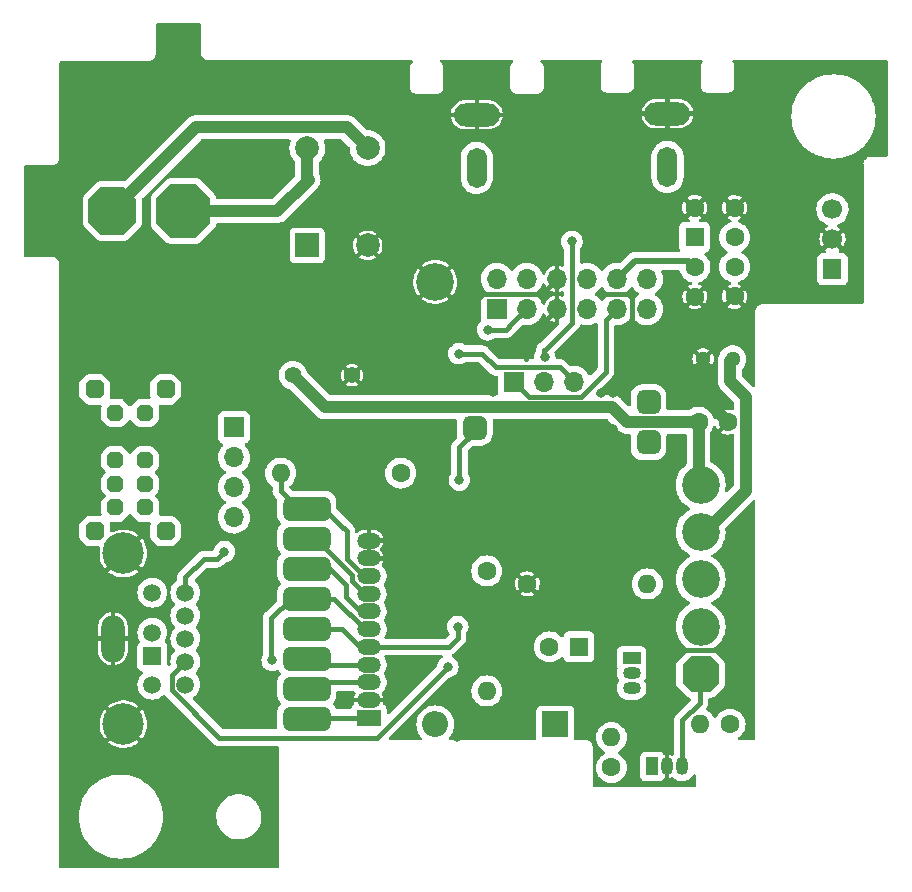
<source format=gbl>
%TF.GenerationSoftware,KiCad,Pcbnew,(6.0.1)*%
%TF.CreationDate,2022-02-25T19:20:15-07:00*%
%TF.ProjectId,Power PCB Ver C -  TH - RF is 9 Pin Genesis Port,506f7765-7220-4504-9342-205665722043,rev?*%
%TF.SameCoordinates,Original*%
%TF.FileFunction,Copper,L2,Bot*%
%TF.FilePolarity,Positive*%
%FSLAX46Y46*%
G04 Gerber Fmt 4.6, Leading zero omitted, Abs format (unit mm)*
G04 Created by KiCad (PCBNEW (6.0.1)) date 2022-02-25 19:20:15*
%MOMM*%
%LPD*%
G01*
G04 APERTURE LIST*
G04 Aperture macros list*
%AMRoundRect*
0 Rectangle with rounded corners*
0 $1 Rounding radius*
0 $2 $3 $4 $5 $6 $7 $8 $9 X,Y pos of 4 corners*
0 Add a 4 corners polygon primitive as box body*
4,1,4,$2,$3,$4,$5,$6,$7,$8,$9,$2,$3,0*
0 Add four circle primitives for the rounded corners*
1,1,$1+$1,$2,$3*
1,1,$1+$1,$4,$5*
1,1,$1+$1,$6,$7*
1,1,$1+$1,$8,$9*
0 Add four rect primitives between the rounded corners*
20,1,$1+$1,$2,$3,$4,$5,0*
20,1,$1+$1,$4,$5,$6,$7,0*
20,1,$1+$1,$6,$7,$8,$9,0*
20,1,$1+$1,$8,$9,$2,$3,0*%
%AMOutline5P*
0 Free polygon, 5 corners , with rotation*
0 The origin of the aperture is its center*
0 number of corners: always 5*
0 $1 to $10 corner X, Y*
0 $11 Rotation angle, in degrees counterclockwise*
0 create outline with 5 corners*
4,1,5,$1,$2,$3,$4,$5,$6,$7,$8,$9,$10,$1,$2,$11*%
%AMOutline6P*
0 Free polygon, 6 corners , with rotation*
0 The origin of the aperture is its center*
0 number of corners: always 6*
0 $1 to $12 corner X, Y*
0 $13 Rotation angle, in degrees counterclockwise*
0 create outline with 6 corners*
4,1,6,$1,$2,$3,$4,$5,$6,$7,$8,$9,$10,$11,$12,$1,$2,$13*%
%AMOutline7P*
0 Free polygon, 7 corners , with rotation*
0 The origin of the aperture is its center*
0 number of corners: always 7*
0 $1 to $14 corner X, Y*
0 $15 Rotation angle, in degrees counterclockwise*
0 create outline with 7 corners*
4,1,7,$1,$2,$3,$4,$5,$6,$7,$8,$9,$10,$11,$12,$13,$14,$1,$2,$15*%
%AMOutline8P*
0 Free polygon, 8 corners , with rotation*
0 The origin of the aperture is its center*
0 number of corners: always 8*
0 $1 to $16 corner X, Y*
0 $17 Rotation angle, in degrees counterclockwise*
0 create outline with 8 corners*
4,1,8,$1,$2,$3,$4,$5,$6,$7,$8,$9,$10,$11,$12,$13,$14,$15,$16,$1,$2,$17*%
G04 Aperture macros list end*
%TA.AperFunction,ComponentPad*%
%ADD10C,1.600000*%
%TD*%
%TA.AperFunction,ComponentPad*%
%ADD11O,1.600000X1.600000*%
%TD*%
%TA.AperFunction,ComponentPad*%
%ADD12RoundRect,0.500000X-0.500000X-0.500000X0.500000X-0.500000X0.500000X0.500000X-0.500000X0.500000X0*%
%TD*%
%TA.AperFunction,ComponentPad*%
%ADD13R,1.599997X1.700000*%
%TD*%
%TA.AperFunction,ComponentPad*%
%ADD14C,1.700000*%
%TD*%
%TA.AperFunction,ComponentPad*%
%ADD15R,1.700000X1.700000*%
%TD*%
%TA.AperFunction,ComponentPad*%
%ADD16O,1.700000X1.700000*%
%TD*%
%TA.AperFunction,ComponentPad*%
%ADD17Outline8P,-2.250000X1.125000X-1.125000X2.250000X1.125000X2.250000X2.250000X1.125000X2.250000X-1.125000X1.125000X-2.250000X-1.125000X-2.250000X-2.250000X-1.125000X0.000000*%
%TD*%
%TA.AperFunction,ComponentPad*%
%ADD18Outline8P,-2.000000X1.000000X-1.000000X2.000000X1.000000X2.000000X2.000000X1.000000X2.000000X-1.000000X1.000000X-2.000000X-1.000000X-2.000000X-2.000000X-1.000000X0.000000*%
%TD*%
%TA.AperFunction,ComponentPad*%
%ADD19R,2.000000X1.350000*%
%TD*%
%TA.AperFunction,ComponentPad*%
%ADD20O,2.000000X1.350000*%
%TD*%
%TA.AperFunction,ComponentPad*%
%ADD21R,1.508000X1.508000*%
%TD*%
%TA.AperFunction,ComponentPad*%
%ADD22C,1.508000*%
%TD*%
%TA.AperFunction,ComponentPad*%
%ADD23C,3.516000*%
%TD*%
%TA.AperFunction,ComponentPad*%
%ADD24O,2.000000X4.000000*%
%TD*%
%TA.AperFunction,ComponentPad*%
%ADD25R,1.050000X1.500000*%
%TD*%
%TA.AperFunction,ComponentPad*%
%ADD26O,1.050000X1.500000*%
%TD*%
%TA.AperFunction,ComponentPad*%
%ADD27R,1.600000X1.600000*%
%TD*%
%TA.AperFunction,ComponentPad*%
%ADD28R,2.200000X2.200000*%
%TD*%
%TA.AperFunction,ComponentPad*%
%ADD29O,2.200000X2.200000*%
%TD*%
%TA.AperFunction,ComponentPad*%
%ADD30R,2.000000X2.000000*%
%TD*%
%TA.AperFunction,ComponentPad*%
%ADD31C,2.000000*%
%TD*%
%TA.AperFunction,ComponentPad*%
%ADD32O,3.900000X1.950000*%
%TD*%
%TA.AperFunction,ComponentPad*%
%ADD33O,1.700000X3.400000*%
%TD*%
%TA.AperFunction,ComponentPad*%
%ADD34R,1.500000X1.050000*%
%TD*%
%TA.AperFunction,ComponentPad*%
%ADD35O,1.500000X1.050000*%
%TD*%
%TA.AperFunction,WasherPad*%
%ADD36C,3.200000*%
%TD*%
%TA.AperFunction,WasherPad*%
%ADD37Outline8P,-1.550000X0.775000X-0.775000X1.550000X0.775000X1.550000X1.550000X0.775000X1.550000X-0.775000X0.775000X-1.550000X-0.775000X-1.550000X-1.550000X-0.775000X90.000000*%
%TD*%
%TA.AperFunction,ComponentPad*%
%ADD38C,3.200000*%
%TD*%
%TA.AperFunction,ComponentPad*%
%ADD39C,1.400000*%
%TD*%
%TA.AperFunction,ComponentPad*%
%ADD40C,1.300000*%
%TD*%
%TA.AperFunction,WasherPad*%
%ADD41Outline8P,-0.700000X0.350000X-0.350000X0.700000X0.350000X0.700000X0.700000X0.350000X0.700000X-0.350000X0.350000X-0.700000X-0.350000X-0.700000X-0.700000X-0.350000X270.000000*%
%TD*%
%TA.AperFunction,ComponentPad*%
%ADD42Outline8P,-0.700000X0.350000X-0.350000X0.700000X0.350000X0.700000X0.700000X0.350000X0.700000X-0.350000X0.350000X-0.700000X-0.350000X-0.700000X-0.700000X-0.350000X270.000000*%
%TD*%
%TA.AperFunction,ComponentPad*%
%ADD43Outline8P,-0.800000X0.400000X-0.400000X0.800000X0.400000X0.800000X0.800000X0.400000X0.800000X-0.400000X0.400000X-0.800000X-0.400000X-0.800000X-0.800000X-0.400000X270.000000*%
%TD*%
%TA.AperFunction,ComponentPad*%
%ADD44Outline8P,-0.800000X0.400000X-0.400000X0.800000X0.400000X0.800000X0.800000X0.400000X0.800000X-0.400000X0.400000X-0.800000X-0.400000X-0.800000X-0.800000X-0.400000X90.000000*%
%TD*%
%TA.AperFunction,SMDPad,CuDef*%
%ADD45RoundRect,0.500000X-1.500000X-0.500000X1.500000X-0.500000X1.500000X0.500000X-1.500000X0.500000X0*%
%TD*%
%TA.AperFunction,ViaPad*%
%ADD46C,0.800000*%
%TD*%
%TA.AperFunction,Conductor*%
%ADD47C,0.381000*%
%TD*%
%TA.AperFunction,Conductor*%
%ADD48C,0.508000*%
%TD*%
%TA.AperFunction,Conductor*%
%ADD49C,1.016000*%
%TD*%
%TA.AperFunction,Conductor*%
%ADD50C,1.000000*%
%TD*%
G04 APERTURE END LIST*
D10*
%TO.P,R1,1*%
%TO.N,+5V*%
X171716100Y-128573600D03*
D11*
%TO.P,R1,2*%
%TO.N,Net-(D2-Pad1)*%
X169176100Y-128573600D03*
%TD*%
D12*
%TO.P,J12,1,Pin_1*%
%TO.N,Net-(J3-Pad5)*%
X150096100Y-103483600D03*
%TD*%
D13*
%TO.P,U1,1,VIN*%
%TO.N,PS2*%
X180388100Y-90053600D03*
D14*
%TO.P,U1,2,GND*%
%TO.N,GND*%
X180388100Y-87513600D03*
%TO.P,U1,3,VOUT*%
%TO.N,+5V*%
X180388100Y-84973600D03*
%TD*%
D12*
%TO.P,J10,1,Pin_1*%
%TO.N,Net-(J3-Pad1)*%
X164826100Y-104693600D03*
%TD*%
D15*
%TO.P,J6,1,Red*%
%TO.N,Red*%
X151976100Y-93418600D03*
D16*
%TO.P,J6,2,Green*%
%TO.N,Green*%
X151976100Y-90878600D03*
%TO.P,J6,3,C-Sync/+12V*%
%TO.N,CSync*%
X154516100Y-93418600D03*
%TO.P,J6,4,Blue*%
%TO.N,Blue*%
X154516100Y-90878600D03*
%TO.P,J6,5,GND*%
%TO.N,GND*%
X157056100Y-93418600D03*
%TO.P,J6,6,GND*%
X157056100Y-90878600D03*
%TO.P,J6,7,Luma_(S-Video)*%
%TO.N,Luma*%
X159596100Y-93418600D03*
%TO.P,J6,8,Chroma_(S-Video)*%
%TO.N,Chroma*%
X159596100Y-90878600D03*
%TO.P,J6,9,Composite_Video*%
%TO.N,RCA_RF*%
X162136100Y-93418600D03*
%TO.P,J6,10,+5V*%
%TO.N,+5V*%
X162136100Y-90878600D03*
%TO.P,J6,11,Left_Audio*%
%TO.N,Audio_L*%
X164676100Y-93418600D03*
%TO.P,J6,12,Right_Audio*%
%TO.N,Audio_R*%
X164676100Y-90878600D03*
%TD*%
D17*
%TO.P,J1,1,1*%
%TO.N,Net-(D1-Pad4)*%
X125426102Y-85113598D03*
D18*
%TO.P,J1,2,2*%
%TO.N,Net-(D1-Pad3)*%
X119426100Y-85113598D03*
%TD*%
D15*
%TO.P,J4,1,1*%
%TO.N,Net-(J4-Pad1)*%
X129716100Y-103443600D03*
D16*
%TO.P,J4,2,2*%
%TO.N,Net-(J4-Pad2)*%
X129716100Y-105983600D03*
%TO.P,J4,3,3*%
%TO.N,Net-(J4-Pad3)*%
X129716100Y-108523600D03*
%TO.P,J4,4,4*%
%TO.N,Net-(J4-Pad4)*%
X129716100Y-111063600D03*
%TD*%
D12*
%TO.P,J11,1,Pin_1*%
%TO.N,Audio_L*%
X164826100Y-101293600D03*
%TD*%
D19*
%TO.P,J3,1,Audio*%
%TO.N,Net-(J3-Pad1)*%
X141126100Y-128018600D03*
D20*
%TO.P,J3,2,GND*%
%TO.N,GND*%
X141126100Y-126518600D03*
%TO.P,J3,3,Chroma*%
%TO.N,Chroma*%
X141126100Y-125018600D03*
%TO.P,J3,4,Luma*%
%TO.N,Luma*%
X141126100Y-123518600D03*
%TO.P,J3,5,Composite*%
%TO.N,Net-(J3-Pad5)*%
X141126100Y-122018600D03*
%TO.P,J3,6,Blue*%
%TO.N,Blue*%
X141126100Y-120518600D03*
%TO.P,J3,7,Green*%
%TO.N,Green*%
X141126100Y-119018600D03*
%TO.P,J3,8,Red*%
%TO.N,Red*%
X141126100Y-117518600D03*
%TO.P,J3,9,CSync*%
%TO.N,Net-(J3-Pad9)*%
X141126100Y-116018600D03*
%TO.P,J3,10,GND*%
%TO.N,GND*%
X141126100Y-114518600D03*
%TO.P,J3,11,GND*%
X141126100Y-113018600D03*
%TD*%
D21*
%TO.P,J20,1,1*%
%TO.N,Blue*%
X122802100Y-122827600D03*
D22*
%TO.P,J20,2,2*%
%TO.N,+5V*%
X122802100Y-120827600D03*
%TO.P,J20,3,3*%
%TO.N,Green*%
X122802100Y-125227600D03*
%TO.P,J20,4,4*%
%TO.N,RCA_RF*%
X125602100Y-123277600D03*
%TO.P,J20,5,5*%
%TO.N,CSync*%
X125602100Y-121327600D03*
%TO.P,J20,6,6*%
%TO.N,Net-(J3-Pad1)*%
X122802100Y-117427600D03*
%TO.P,J20,7,7*%
%TO.N,Red*%
X125602100Y-125227600D03*
%TO.P,J20,8,8*%
%TO.N,Audio_L*%
X125602100Y-119377600D03*
%TO.P,J20,9,9*%
%TO.N,Audio_R*%
X125602100Y-117427600D03*
D23*
%TO.P,J20,S1,SHIELD*%
%TO.N,GND*%
X120352100Y-128552600D03*
%TO.P,J20,S2,SHIELD*%
X120352100Y-114102600D03*
D24*
%TO.P,J20,S3,SHIELD*%
X119452100Y-121327600D03*
%TD*%
D15*
%TO.P,J16,1,Pin_1*%
%TO.N,RCA_RF*%
X153436100Y-99586100D03*
D16*
%TO.P,J16,2,Pin_2*%
%TO.N,RCA_V*%
X155976100Y-99586100D03*
%TO.P,J16,3,Pin_3*%
%TO.N,Audio_L*%
X158516100Y-99586100D03*
%TD*%
D25*
%TO.P,Q1,1,E*%
%TO.N,Net-(Q1-Pad1)*%
X165126100Y-132143600D03*
D26*
%TO.P,Q1,2,C*%
%TO.N,GND*%
X166396100Y-132143600D03*
%TO.P,Q1,3,B*%
%TO.N,Net-(J2-Pad1)*%
X167666100Y-132143600D03*
%TD*%
D27*
%TO.P,C8,1*%
%TO.N,Net-(C8-Pad1)*%
X158926100Y-122018600D03*
D10*
%TO.P,C8,2*%
%TO.N,Net-(C8-Pad2)*%
X156426100Y-122018600D03*
%TD*%
D28*
%TO.P,D2,1,K*%
%TO.N,Net-(D2-Pad1)*%
X156926100Y-128593600D03*
D29*
%TO.P,D2,2,A*%
%TO.N,Net-(C8-Pad1)*%
X146766100Y-128593600D03*
%TD*%
D10*
%TO.P,R6,1,1*%
%TO.N,CSync*%
X143836100Y-107303600D03*
D11*
%TO.P,R6,2,2*%
%TO.N,Net-(J3-Pad9)*%
X133676100Y-107303600D03*
%TD*%
D30*
%TO.P,D1,1,V+*%
%TO.N,PS1*%
X135926100Y-88036100D03*
D31*
%TO.P,D1,2,V-*%
%TO.N,GND*%
X141026100Y-88036100D03*
%TO.P,D1,3,AC*%
%TO.N,Net-(D1-Pad3)*%
X141026100Y-79786100D03*
%TO.P,D1,4,AC*%
%TO.N,Net-(D1-Pad4)*%
X135926100Y-79786100D03*
%TD*%
D32*
%TO.P,J17,1,Tip*%
%TO.N,GND*%
X166418100Y-76877600D03*
D33*
%TO.P,J17,2,Sleeve*%
%TO.N,Audio_R*%
X166418100Y-81377600D03*
%TD*%
D10*
%TO.P,C5,1,1*%
%TO.N,GND*%
X172096100Y-84843600D03*
%TO.P,C5,2,2*%
%TO.N,+5V*%
X172096100Y-87343600D03*
%TD*%
D34*
%TO.P,Q2,1,E*%
%TO.N,Net-(C8-Pad1)*%
X163376100Y-122968600D03*
D35*
%TO.P,Q2,2,C*%
%TO.N,+5V*%
X163376100Y-124238600D03*
%TO.P,Q2,3,B*%
%TO.N,Net-(D2-Pad1)*%
X163376100Y-125508600D03*
%TD*%
D36*
%TO.P,J2,*%
%TO.N,*%
X169226100Y-116313600D03*
X169226100Y-108313600D03*
X169226100Y-120313600D03*
X169226100Y-112313597D03*
D37*
X169226100Y-124313600D03*
%TD*%
D27*
%TO.P,C7,1,A*%
%TO.N,+5V*%
X168716100Y-87338600D03*
D10*
%TO.P,C7,2,K*%
%TO.N,GND*%
X168716100Y-84838600D03*
%TD*%
D38*
%TO.P,GND,1*%
%TO.N,GND*%
X146756100Y-91113600D03*
%TD*%
D39*
%TO.P,C1,1,A*%
%TO.N,PS1*%
X134708100Y-99013598D03*
%TO.P,C1,2,K*%
%TO.N,GND*%
X139708100Y-99013598D03*
%TD*%
D40*
%TO.P,C3,1,A*%
%TO.N,PS2*%
X171935300Y-97640600D03*
%TO.P,C3,2,K*%
%TO.N,GND*%
X169435300Y-97640600D03*
%TD*%
D10*
%TO.P,R3,1*%
%TO.N,GND*%
X154546100Y-116693600D03*
D11*
%TO.P,R3,2*%
%TO.N,Net-(C8-Pad1)*%
X164706100Y-116693600D03*
%TD*%
D10*
%TO.P,C2,1,1*%
%TO.N,GND*%
X171548900Y-102988800D03*
%TO.P,C2,2,2*%
%TO.N,unconnected-(C2-Pad2)*%
X169048900Y-102988800D03*
%TD*%
D32*
%TO.P,J18,1,Tip*%
%TO.N,GND*%
X150272100Y-76971600D03*
D33*
%TO.P,J18,2,Sleeve*%
%TO.N,RCA_V*%
X150272100Y-81471600D03*
%TD*%
D10*
%TO.P,C6,1,1*%
%TO.N,GND*%
X168746100Y-92363600D03*
%TO.P,C6,2,2*%
%TO.N,+5V*%
X168746100Y-89863600D03*
%TD*%
%TO.P,C4,1,1*%
%TO.N,GND*%
X172096100Y-92353600D03*
%TO.P,C4,2,2*%
%TO.N,PS2*%
X172096100Y-89853600D03*
%TD*%
%TO.P,R2,1*%
%TO.N,Net-(Q1-Pad1)*%
X161676100Y-132233600D03*
D11*
%TO.P,R2,2*%
%TO.N,Net-(D2-Pad1)*%
X161676100Y-129693600D03*
%TD*%
D10*
%TO.P,R4,1*%
%TO.N,Net-(R4-Pad1)*%
X151126100Y-115593600D03*
D11*
%TO.P,R4,2*%
%TO.N,Net-(C8-Pad2)*%
X151126100Y-125753600D03*
%TD*%
D41*
%TO.P,SW1,*%
%TO.N,*%
X122176100Y-102213600D03*
X119676100Y-106213600D03*
X119676100Y-108213600D03*
X119676100Y-110213600D03*
X122176100Y-106213600D03*
X122176100Y-108213600D03*
X122176100Y-110213600D03*
D42*
%TO.P,SW1,1,1*%
%TO.N,unconnected-(SW1-Pad1)*%
X119676100Y-102213600D03*
D43*
%TO.P,SW1,MH*%
%TO.N,N/C*%
X117926100Y-100213600D03*
D44*
X117926100Y-112213600D03*
X123926100Y-112213600D03*
D43*
X123926100Y-100213600D03*
%TD*%
D45*
%TO.P,J5,1,Pin_1*%
%TO.N,Net-(J3-Pad1)*%
X135876100Y-128093600D03*
%TO.P,J5,2,Pin_2*%
%TO.N,Chroma*%
X135876100Y-125553600D03*
%TO.P,J5,3,Pin_3*%
%TO.N,Luma*%
X135876100Y-123013600D03*
%TO.P,J5,4,Pin_4*%
%TO.N,Net-(J3-Pad5)*%
X135876100Y-120473600D03*
%TO.P,J5,5,Pin_5*%
%TO.N,Blue*%
X135876100Y-117933600D03*
%TO.P,J5,6,Pin_6*%
%TO.N,Green*%
X135876100Y-115393600D03*
%TO.P,J5,7,Pin_7*%
%TO.N,Red*%
X135876100Y-112853600D03*
%TO.P,J5,8,Pin_8*%
%TO.N,Net-(J3-Pad9)*%
X135876100Y-110313600D03*
%TD*%
D46*
%TO.N,GND*%
X151646100Y-100443600D03*
%TO.N,RCA_V*%
X158328698Y-87685580D03*
%TO.N,CSync*%
X151186100Y-95173600D03*
%TO.N,GND*%
X148626100Y-129673600D03*
X173056100Y-122193600D03*
X126386100Y-109253600D03*
X126286100Y-107213600D03*
X160146100Y-97933600D03*
X165402100Y-96943600D03*
X162354100Y-96943600D03*
X148892100Y-94911600D03*
X152448100Y-104309600D03*
X151178100Y-120057600D03*
X166164100Y-119549600D03*
X166672100Y-126407600D03*
X163370100Y-110405600D03*
X160322100Y-126661600D03*
X154734100Y-104309600D03*
X153210100Y-109643600D03*
X161846100Y-103547600D03*
X160830100Y-103293600D03*
X161846100Y-100499600D03*
X160830100Y-100499600D03*
X154734100Y-113707600D03*
X148638100Y-125645600D03*
X132906100Y-126783600D03*
X161836100Y-119043600D03*
%TO.N,Net-(J3-Pad5)*%
X148796100Y-107893600D03*
X148662420Y-120311600D03*
%TO.N,GND*%
X143056100Y-113023600D03*
X143726100Y-103293600D03*
X142826100Y-103293600D03*
X141926100Y-103293600D03*
X144626100Y-99393600D03*
X143136100Y-114513600D03*
X128426100Y-88013600D03*
X141926100Y-104193600D03*
X142946100Y-126143600D03*
X143726100Y-104193600D03*
X143726100Y-100293600D03*
X142826100Y-104193600D03*
X145206100Y-100233600D03*
%TO.N,Audio_L*%
X148754825Y-97192324D03*
%TO.N,Audio_R*%
X128902193Y-113959693D03*
%TO.N,Blue*%
X132940715Y-123156215D03*
%TO.N,RCA_RF*%
X147825300Y-123712800D03*
%TO.N,RCA_V*%
X156026100Y-97518600D03*
%TD*%
D47*
%TO.N,GND*%
X166164100Y-121491600D02*
X166164100Y-119549600D01*
X171226100Y-122293600D02*
X166966100Y-122293600D01*
X171326100Y-122193600D02*
X171226100Y-122293600D01*
X166966100Y-122293600D02*
X166164100Y-121491600D01*
X173056100Y-122193600D02*
X171326100Y-122193600D01*
%TO.N,RCA_V*%
X156023100Y-96871600D02*
X156004100Y-96871600D01*
X158326100Y-93729191D02*
X158326100Y-94568600D01*
X156004100Y-97503598D02*
X156004100Y-96871600D01*
X158328698Y-93726593D02*
X158326100Y-93729191D01*
X158326100Y-94568600D02*
X156023100Y-96871600D01*
X158328698Y-89766198D02*
X158328698Y-87685580D01*
X158328698Y-89766198D02*
X158328698Y-87876821D01*
X158328698Y-93726593D02*
X158328698Y-89766198D01*
D48*
%TO.N,+5V*%
X168216100Y-89333600D02*
X168746100Y-89863600D01*
X165406100Y-89333600D02*
X168216100Y-89333600D01*
X163681100Y-89333600D02*
X165406100Y-89333600D01*
X162136100Y-90878600D02*
X163681100Y-89333600D01*
D47*
%TO.N,CSync*%
X152761100Y-95173600D02*
X151186100Y-95173600D01*
X153293600Y-94641100D02*
X152761100Y-95173600D01*
X153293600Y-94641100D02*
X154516100Y-93418600D01*
%TO.N,GND*%
X148626100Y-125657600D02*
X148626100Y-129673600D01*
X148638100Y-125645600D02*
X148626100Y-125657600D01*
X163131089Y-92118611D02*
X163471089Y-92118611D01*
X161411089Y-92118611D02*
X163131089Y-92118611D01*
X163376111Y-92213589D02*
X163376111Y-95921589D01*
X163376111Y-95921589D02*
X162354100Y-96943600D01*
X163471089Y-92118611D02*
X163376111Y-92213589D01*
X161406100Y-92123600D02*
X161411089Y-92118611D01*
X155141089Y-92118611D02*
X150796067Y-92118611D01*
X155816089Y-92118611D02*
X155141089Y-92118611D01*
X154466100Y-96008600D02*
X154466100Y-97663600D01*
X157056100Y-93418600D02*
X154466100Y-96008600D01*
X148892100Y-94022578D02*
X148892100Y-94911600D01*
X157056100Y-90878600D02*
X155816089Y-92118611D01*
X150796067Y-92118611D02*
X148892100Y-94022578D01*
%TO.N,Net-(J3-Pad5)*%
X141126100Y-122013598D02*
X141126103Y-122013600D01*
X147952102Y-122013598D02*
X147444102Y-122013598D01*
X135876100Y-120473600D02*
X138850100Y-120473600D01*
X141126100Y-122013598D02*
X147444102Y-122013598D01*
X148796100Y-107893600D02*
X148796100Y-105123600D01*
X138850100Y-120473600D02*
X140395100Y-122018600D01*
X140395100Y-122018600D02*
X141126100Y-122018600D01*
X147952102Y-122013598D02*
X148662420Y-121303280D01*
X148662420Y-121303280D02*
X148662420Y-120311600D01*
X148796100Y-105123600D02*
X150126100Y-103793600D01*
D49*
%TO.N,PS2*%
X171726100Y-99530999D02*
X171726100Y-97813598D01*
X173056411Y-108782288D02*
X173056411Y-100861311D01*
X173056411Y-100861311D02*
X171726100Y-99530999D01*
X169325102Y-112513597D02*
X173056411Y-108782288D01*
X169226100Y-112513597D02*
X169325102Y-112513597D01*
%TO.N,Net-(D1-Pad4)*%
X133366102Y-85113598D02*
X136026100Y-82453600D01*
X125426102Y-85113598D02*
X133366102Y-85113598D01*
X135926100Y-82353600D02*
X135926100Y-79786100D01*
X136026100Y-82453600D02*
X135926100Y-82353600D01*
%TO.N,Net-(D1-Pad3)*%
X139273600Y-78033600D02*
X126506098Y-78033600D01*
X126506098Y-78033600D02*
X119426100Y-85113598D01*
X141026100Y-79786100D02*
X139273600Y-78033600D01*
D50*
%TO.N,GND*%
X169435300Y-100875200D02*
X169435300Y-97640600D01*
X171548900Y-102988800D02*
X169435300Y-100875200D01*
D47*
%TO.N,+5V*%
X162945100Y-124238600D02*
X163626100Y-124238600D01*
D50*
X180356100Y-85005600D02*
X180388100Y-84973600D01*
D47*
%TO.N,Net-(J2-Pad1)*%
X167666100Y-132143600D02*
X167666100Y-128253600D01*
X169151100Y-126768600D02*
X169151100Y-125093600D01*
X167666100Y-128253600D02*
X169151100Y-126768600D01*
X167666100Y-132143600D02*
X167666100Y-131063600D01*
%TO.N,Net-(J3-Pad1)*%
X141126100Y-128018600D02*
X135951100Y-128018600D01*
X135951100Y-128018600D02*
X135876100Y-128093600D01*
%TO.N,Audio_L*%
X157276089Y-98346089D02*
X158516100Y-99586100D01*
X151878589Y-98346089D02*
X157276089Y-98346089D01*
X150726100Y-97193600D02*
X151878589Y-98346089D01*
X148754825Y-97192324D02*
X148756101Y-97193600D01*
X148756101Y-97193600D02*
X150726100Y-97193600D01*
%TO.N,Audio_R*%
X125602100Y-116137600D02*
X125602100Y-117427600D01*
X127136100Y-114603600D02*
X125602100Y-116137600D01*
X128258286Y-114603600D02*
X127136100Y-114603600D01*
X128902193Y-113959693D02*
X128258286Y-114603600D01*
%TO.N,Net-(J3-Pad9)*%
X139251100Y-113368600D02*
X139251100Y-114568600D01*
X138732100Y-111675600D02*
X137370100Y-110313600D01*
X137370100Y-110313600D02*
X135876100Y-110313600D01*
X135176100Y-110313600D02*
X135876100Y-110313600D01*
X133676100Y-108813600D02*
X135176100Y-110313600D01*
X139251100Y-112969922D02*
X139251100Y-112194600D01*
X133676100Y-107303600D02*
X133676100Y-108813600D01*
X139251100Y-113368600D02*
X139251100Y-113062435D01*
X139251100Y-112194600D02*
X138732100Y-111675600D01*
X139251100Y-114568600D02*
X140701100Y-116018600D01*
X139251100Y-112969922D02*
X139251100Y-113368600D01*
X140701100Y-116018600D02*
X141126100Y-116018600D01*
D50*
%TO.N,PS1*%
X169048900Y-102988800D02*
X169048900Y-108007200D01*
D49*
X137418633Y-101724131D02*
X161756631Y-101724131D01*
D50*
X169051100Y-102993600D02*
X163026100Y-102993600D01*
D49*
X161756631Y-101724131D02*
X163026100Y-102993600D01*
D50*
X169048900Y-108007200D02*
X169262900Y-108221200D01*
D49*
X134708100Y-99013598D02*
X137418633Y-101724131D01*
D47*
%TO.N,Red*%
X135876100Y-112853600D02*
X136636100Y-112853600D01*
X136636100Y-112853600D02*
X139736080Y-115953580D01*
X139736080Y-116459745D02*
X140794935Y-117518600D01*
X139736080Y-115953580D02*
X139736080Y-116459745D01*
X140794935Y-117518600D02*
X141126100Y-117518600D01*
%TO.N,Green*%
X140395100Y-119018600D02*
X141126100Y-119018600D01*
X137848956Y-115393600D02*
X139200028Y-116744672D01*
X139200028Y-116744672D02*
X139200028Y-117823528D01*
X135876100Y-115393600D02*
X137848956Y-115393600D01*
X139200028Y-117823528D02*
X140395100Y-119018600D01*
%TO.N,Blue*%
X138209935Y-117933600D02*
X140794935Y-120518600D01*
X140794935Y-120518600D02*
X141126100Y-120518600D01*
X132940715Y-123156215D02*
X132890100Y-123105600D01*
X132890100Y-119549600D02*
X134506100Y-117933600D01*
X135876100Y-117933600D02*
X138209935Y-117933600D01*
X132890100Y-123105600D02*
X132890100Y-119549600D01*
X134506100Y-117933600D02*
X135876100Y-117933600D01*
%TO.N,Luma*%
X141126100Y-123518600D02*
X136381100Y-123518600D01*
X136381100Y-123518600D02*
X135876100Y-123013600D01*
%TO.N,Chroma*%
X141126100Y-125018600D02*
X136411100Y-125018600D01*
X136411100Y-125018600D02*
X135876100Y-125553600D01*
%TO.N,RCA_RF*%
X153436100Y-99586100D02*
X154676111Y-100826111D01*
X161196100Y-94358600D02*
X162136100Y-93418600D01*
X147825300Y-123712800D02*
X141828500Y-129709600D01*
X161196100Y-98713600D02*
X161196100Y-94358600D01*
X124458089Y-125701466D02*
X124458089Y-124421611D01*
X154676111Y-100826111D02*
X159083589Y-100826111D01*
X128466223Y-129709600D02*
X124458089Y-125701466D01*
X159083589Y-100826111D02*
X161196100Y-98713600D01*
X124458089Y-124421611D02*
X125602100Y-123277600D01*
X141828500Y-129709600D02*
X128466223Y-129709600D01*
%TD*%
%TA.AperFunction,Conductor*%
%TO.N,GND*%
G36*
X126860221Y-69241602D02*
G01*
X126906714Y-69295258D01*
X126918100Y-69347600D01*
X126918100Y-71665495D01*
X126917022Y-71681941D01*
X126912854Y-71713600D01*
X126918100Y-71753447D01*
X126933750Y-71872320D01*
X126995013Y-72020223D01*
X127092470Y-72147230D01*
X127219477Y-72244687D01*
X127293429Y-72275319D01*
X127359750Y-72302790D01*
X127359753Y-72302791D01*
X127367380Y-72305950D01*
X127526100Y-72326846D01*
X127534288Y-72325768D01*
X127557759Y-72322678D01*
X127574205Y-72321600D01*
X144758909Y-72321600D01*
X144827030Y-72341602D01*
X144873523Y-72395258D01*
X144883627Y-72465532D01*
X144854133Y-72530112D01*
X144841166Y-72543045D01*
X144826161Y-72555974D01*
X144811153Y-72567079D01*
X144789469Y-72580760D01*
X144783527Y-72587488D01*
X144769919Y-72602896D01*
X144757727Y-72614940D01*
X144735353Y-72634219D01*
X144730474Y-72641747D01*
X144730471Y-72641750D01*
X144721404Y-72655739D01*
X144710114Y-72670613D01*
X144693144Y-72689828D01*
X144680590Y-72716566D01*
X144672276Y-72731535D01*
X144656207Y-72756327D01*
X144653635Y-72764927D01*
X144648861Y-72780890D01*
X144642199Y-72798336D01*
X144631301Y-72821548D01*
X144628935Y-72836744D01*
X144626758Y-72850728D01*
X144622974Y-72867449D01*
X144617086Y-72887136D01*
X144617085Y-72887139D01*
X144614513Y-72895741D01*
X144614458Y-72904716D01*
X144614458Y-72904717D01*
X144614303Y-72930146D01*
X144614270Y-72930928D01*
X144614100Y-72932023D01*
X144614100Y-72962898D01*
X144614098Y-72963668D01*
X144613624Y-73041252D01*
X144614008Y-73042596D01*
X144614100Y-73043941D01*
X144614100Y-74662898D01*
X144614098Y-74663668D01*
X144613624Y-74741252D01*
X144616090Y-74749881D01*
X144616091Y-74749886D01*
X144621739Y-74769648D01*
X144625317Y-74786409D01*
X144628230Y-74806752D01*
X144628233Y-74806762D01*
X144629505Y-74815645D01*
X144640121Y-74838995D01*
X144646564Y-74856507D01*
X144653612Y-74881165D01*
X144669374Y-74906148D01*
X144677504Y-74921214D01*
X144689733Y-74948110D01*
X144706474Y-74967539D01*
X144717579Y-74982547D01*
X144731260Y-75004231D01*
X144751569Y-75022167D01*
X144753396Y-75023781D01*
X144765441Y-75035974D01*
X144778250Y-75050839D01*
X144784719Y-75058347D01*
X144792247Y-75063226D01*
X144792250Y-75063229D01*
X144806239Y-75072296D01*
X144821113Y-75083586D01*
X144825243Y-75087233D01*
X144840328Y-75100556D01*
X144848454Y-75104371D01*
X144848455Y-75104372D01*
X144854121Y-75107032D01*
X144867066Y-75113110D01*
X144882035Y-75121424D01*
X144906827Y-75137493D01*
X144923750Y-75142554D01*
X144931390Y-75144839D01*
X144948836Y-75151501D01*
X144972048Y-75162399D01*
X145001230Y-75166943D01*
X145017949Y-75170726D01*
X145037636Y-75176614D01*
X145037639Y-75176615D01*
X145046241Y-75179187D01*
X145055216Y-75179242D01*
X145055217Y-75179242D01*
X145061910Y-75179283D01*
X145080656Y-75179397D01*
X145081428Y-75179430D01*
X145082523Y-75179600D01*
X145113398Y-75179600D01*
X145114168Y-75179602D01*
X145187816Y-75180052D01*
X145187817Y-75180052D01*
X145191752Y-75180076D01*
X145193096Y-75179692D01*
X145194441Y-75179600D01*
X146913398Y-75179600D01*
X146914169Y-75179602D01*
X146991752Y-75180076D01*
X147000381Y-75177610D01*
X147000386Y-75177609D01*
X147020148Y-75171961D01*
X147036909Y-75168383D01*
X147057252Y-75165470D01*
X147057262Y-75165467D01*
X147066145Y-75164195D01*
X147089495Y-75153579D01*
X147107007Y-75147136D01*
X147123037Y-75142554D01*
X147131665Y-75140088D01*
X147156648Y-75124326D01*
X147171714Y-75116196D01*
X147198610Y-75103967D01*
X147218039Y-75087226D01*
X147233047Y-75076121D01*
X147247139Y-75067230D01*
X147254731Y-75062440D01*
X147274282Y-75040303D01*
X147286474Y-75028259D01*
X147302049Y-75014839D01*
X147302050Y-75014837D01*
X147308847Y-75008981D01*
X147313726Y-75001453D01*
X147313729Y-75001450D01*
X147322796Y-74987461D01*
X147334086Y-74972587D01*
X147345112Y-74960102D01*
X147351056Y-74953372D01*
X147363610Y-74926634D01*
X147371924Y-74911665D01*
X147387993Y-74886873D01*
X147395339Y-74862309D01*
X147402001Y-74844864D01*
X147404763Y-74838981D01*
X147412899Y-74821652D01*
X147417443Y-74792470D01*
X147421226Y-74775751D01*
X147427114Y-74756064D01*
X147427115Y-74756061D01*
X147429687Y-74747459D01*
X147429897Y-74713044D01*
X147429930Y-74712272D01*
X147430100Y-74711177D01*
X147430100Y-74680302D01*
X147430102Y-74679532D01*
X147430552Y-74605884D01*
X147430552Y-74605883D01*
X147430576Y-74601948D01*
X147430192Y-74600604D01*
X147430100Y-74599259D01*
X147430100Y-72980302D01*
X147430102Y-72979532D01*
X147430521Y-72910922D01*
X147430576Y-72901948D01*
X147428110Y-72893319D01*
X147428109Y-72893314D01*
X147422461Y-72873552D01*
X147418883Y-72856791D01*
X147415970Y-72836448D01*
X147415967Y-72836438D01*
X147414695Y-72827555D01*
X147404079Y-72804205D01*
X147397636Y-72786693D01*
X147393054Y-72770663D01*
X147390588Y-72762035D01*
X147374826Y-72737052D01*
X147366696Y-72721986D01*
X147354467Y-72695090D01*
X147337726Y-72675661D01*
X147326621Y-72660653D01*
X147317730Y-72646561D01*
X147312940Y-72638969D01*
X147290803Y-72619418D01*
X147278759Y-72607226D01*
X147265339Y-72591651D01*
X147265337Y-72591650D01*
X147259481Y-72584853D01*
X147251953Y-72579974D01*
X147251950Y-72579971D01*
X147237961Y-72570904D01*
X147223087Y-72559614D01*
X147209484Y-72547600D01*
X147203873Y-72542645D01*
X147206215Y-72539993D01*
X147171231Y-72498795D01*
X147161830Y-72428424D01*
X147191966Y-72364141D01*
X147252073Y-72326355D01*
X147286362Y-72321600D01*
X153258909Y-72321600D01*
X153327030Y-72341602D01*
X153373523Y-72395258D01*
X153383627Y-72465532D01*
X153354133Y-72530112D01*
X153341166Y-72543045D01*
X153326161Y-72555974D01*
X153311153Y-72567079D01*
X153289469Y-72580760D01*
X153283527Y-72587488D01*
X153269919Y-72602896D01*
X153257727Y-72614940D01*
X153235353Y-72634219D01*
X153230474Y-72641747D01*
X153230471Y-72641750D01*
X153221404Y-72655739D01*
X153210114Y-72670613D01*
X153193144Y-72689828D01*
X153180590Y-72716566D01*
X153172276Y-72731535D01*
X153156207Y-72756327D01*
X153153635Y-72764927D01*
X153148861Y-72780890D01*
X153142199Y-72798336D01*
X153131301Y-72821548D01*
X153128935Y-72836744D01*
X153126758Y-72850728D01*
X153122974Y-72867449D01*
X153117086Y-72887136D01*
X153117085Y-72887139D01*
X153114513Y-72895741D01*
X153114458Y-72904716D01*
X153114458Y-72904717D01*
X153114303Y-72930146D01*
X153114270Y-72930928D01*
X153114100Y-72932023D01*
X153114100Y-72962898D01*
X153114098Y-72963668D01*
X153113624Y-73041252D01*
X153114008Y-73042596D01*
X153114100Y-73043941D01*
X153114100Y-74662898D01*
X153114098Y-74663668D01*
X153113624Y-74741252D01*
X153116090Y-74749881D01*
X153116091Y-74749886D01*
X153121739Y-74769648D01*
X153125317Y-74786409D01*
X153128230Y-74806752D01*
X153128233Y-74806762D01*
X153129505Y-74815645D01*
X153140121Y-74838995D01*
X153146564Y-74856507D01*
X153153612Y-74881165D01*
X153169374Y-74906148D01*
X153177504Y-74921214D01*
X153189733Y-74948110D01*
X153206474Y-74967539D01*
X153217579Y-74982547D01*
X153231260Y-75004231D01*
X153251569Y-75022167D01*
X153253396Y-75023781D01*
X153265441Y-75035974D01*
X153278250Y-75050839D01*
X153284719Y-75058347D01*
X153292247Y-75063226D01*
X153292250Y-75063229D01*
X153306239Y-75072296D01*
X153321113Y-75083586D01*
X153325243Y-75087233D01*
X153340328Y-75100556D01*
X153348454Y-75104371D01*
X153348455Y-75104372D01*
X153354121Y-75107032D01*
X153367066Y-75113110D01*
X153382035Y-75121424D01*
X153406827Y-75137493D01*
X153423750Y-75142554D01*
X153431390Y-75144839D01*
X153448836Y-75151501D01*
X153472048Y-75162399D01*
X153501230Y-75166943D01*
X153517949Y-75170726D01*
X153537636Y-75176614D01*
X153537639Y-75176615D01*
X153546241Y-75179187D01*
X153555216Y-75179242D01*
X153555217Y-75179242D01*
X153561910Y-75179283D01*
X153580656Y-75179397D01*
X153581428Y-75179430D01*
X153582523Y-75179600D01*
X153613398Y-75179600D01*
X153614168Y-75179602D01*
X153687816Y-75180052D01*
X153687817Y-75180052D01*
X153691752Y-75180076D01*
X153693096Y-75179692D01*
X153694441Y-75179600D01*
X155413398Y-75179600D01*
X155414169Y-75179602D01*
X155491752Y-75180076D01*
X155500381Y-75177610D01*
X155500386Y-75177609D01*
X155520148Y-75171961D01*
X155536909Y-75168383D01*
X155557252Y-75165470D01*
X155557262Y-75165467D01*
X155566145Y-75164195D01*
X155589495Y-75153579D01*
X155607007Y-75147136D01*
X155623037Y-75142554D01*
X155631665Y-75140088D01*
X155656648Y-75124326D01*
X155671714Y-75116196D01*
X155698610Y-75103967D01*
X155718039Y-75087226D01*
X155733047Y-75076121D01*
X155747139Y-75067230D01*
X155754731Y-75062440D01*
X155774282Y-75040303D01*
X155786474Y-75028259D01*
X155802049Y-75014839D01*
X155802050Y-75014837D01*
X155808847Y-75008981D01*
X155813726Y-75001453D01*
X155813729Y-75001450D01*
X155822796Y-74987461D01*
X155834086Y-74972587D01*
X155845112Y-74960102D01*
X155851056Y-74953372D01*
X155863610Y-74926634D01*
X155871924Y-74911665D01*
X155887993Y-74886873D01*
X155895339Y-74862309D01*
X155902001Y-74844864D01*
X155904763Y-74838981D01*
X155912899Y-74821652D01*
X155917443Y-74792470D01*
X155921226Y-74775751D01*
X155927114Y-74756064D01*
X155927115Y-74756061D01*
X155929687Y-74747459D01*
X155929897Y-74713044D01*
X155929930Y-74712272D01*
X155930100Y-74711177D01*
X155930100Y-74680302D01*
X155930102Y-74679532D01*
X155930552Y-74605884D01*
X155930552Y-74605883D01*
X155930576Y-74601948D01*
X155930192Y-74600604D01*
X155930100Y-74599259D01*
X155930100Y-72980302D01*
X155930102Y-72979532D01*
X155930521Y-72910922D01*
X155930576Y-72901948D01*
X155928110Y-72893319D01*
X155928109Y-72893314D01*
X155922461Y-72873552D01*
X155918883Y-72856791D01*
X155915970Y-72836448D01*
X155915967Y-72836438D01*
X155914695Y-72827555D01*
X155904079Y-72804205D01*
X155897636Y-72786693D01*
X155893054Y-72770663D01*
X155890588Y-72762035D01*
X155874826Y-72737052D01*
X155866696Y-72721986D01*
X155854467Y-72695090D01*
X155837726Y-72675661D01*
X155826621Y-72660653D01*
X155817730Y-72646561D01*
X155812940Y-72638969D01*
X155790803Y-72619418D01*
X155778759Y-72607226D01*
X155765339Y-72591651D01*
X155765337Y-72591650D01*
X155759481Y-72584853D01*
X155751953Y-72579974D01*
X155751950Y-72579971D01*
X155737961Y-72570904D01*
X155723087Y-72559614D01*
X155709484Y-72547600D01*
X155703873Y-72542645D01*
X155706215Y-72539993D01*
X155671231Y-72498795D01*
X155661830Y-72428424D01*
X155691966Y-72364141D01*
X155752073Y-72326355D01*
X155786362Y-72321600D01*
X160796633Y-72321600D01*
X160864754Y-72341602D01*
X160911247Y-72395258D01*
X160921351Y-72465532D01*
X160891581Y-72530431D01*
X160888155Y-72534358D01*
X160881353Y-72540219D01*
X160876472Y-72547749D01*
X160876468Y-72547754D01*
X160867404Y-72561739D01*
X160856114Y-72576613D01*
X160839144Y-72595828D01*
X160826590Y-72622566D01*
X160818276Y-72637535D01*
X160802207Y-72662327D01*
X160799635Y-72670927D01*
X160794861Y-72686890D01*
X160788199Y-72704336D01*
X160777301Y-72727548D01*
X160773993Y-72748797D01*
X160772758Y-72756728D01*
X160768974Y-72773449D01*
X160763086Y-72793136D01*
X160763085Y-72793139D01*
X160760513Y-72801741D01*
X160760458Y-72810716D01*
X160760458Y-72810717D01*
X160760303Y-72836146D01*
X160760270Y-72836928D01*
X160760100Y-72838023D01*
X160760100Y-72868898D01*
X160760098Y-72869668D01*
X160759729Y-72930146D01*
X160759624Y-72947252D01*
X160760008Y-72948596D01*
X160760100Y-72949941D01*
X160760100Y-74568898D01*
X160760098Y-74569668D01*
X160759624Y-74647252D01*
X160762090Y-74655881D01*
X160762091Y-74655886D01*
X160767739Y-74675648D01*
X160771317Y-74692409D01*
X160774230Y-74712752D01*
X160774233Y-74712762D01*
X160775505Y-74721645D01*
X160786121Y-74744995D01*
X160792564Y-74762507D01*
X160799612Y-74787165D01*
X160815374Y-74812148D01*
X160823504Y-74827214D01*
X160835733Y-74854110D01*
X160852474Y-74873539D01*
X160863579Y-74888547D01*
X160877260Y-74910231D01*
X160883988Y-74916173D01*
X160899396Y-74929781D01*
X160911440Y-74941973D01*
X160930719Y-74964347D01*
X160938247Y-74969226D01*
X160938250Y-74969229D01*
X160952239Y-74978296D01*
X160967113Y-74989586D01*
X160986328Y-75006556D01*
X160994454Y-75010371D01*
X160994455Y-75010372D01*
X161000121Y-75013032D01*
X161013066Y-75019110D01*
X161028035Y-75027424D01*
X161052827Y-75043493D01*
X161069750Y-75048554D01*
X161077390Y-75050839D01*
X161094836Y-75057501D01*
X161118048Y-75068399D01*
X161147230Y-75072943D01*
X161163949Y-75076726D01*
X161183636Y-75082614D01*
X161183639Y-75082615D01*
X161192241Y-75085187D01*
X161201216Y-75085242D01*
X161201217Y-75085242D01*
X161207910Y-75085283D01*
X161226656Y-75085397D01*
X161227428Y-75085430D01*
X161228523Y-75085600D01*
X161259398Y-75085600D01*
X161260168Y-75085602D01*
X161333816Y-75086052D01*
X161333817Y-75086052D01*
X161337752Y-75086076D01*
X161339096Y-75085692D01*
X161340441Y-75085600D01*
X163059398Y-75085600D01*
X163060169Y-75085602D01*
X163137752Y-75086076D01*
X163146381Y-75083610D01*
X163146386Y-75083609D01*
X163166148Y-75077961D01*
X163182909Y-75074383D01*
X163203252Y-75071470D01*
X163203262Y-75071467D01*
X163212145Y-75070195D01*
X163235495Y-75059579D01*
X163253007Y-75053136D01*
X163269037Y-75048554D01*
X163277665Y-75046088D01*
X163302648Y-75030326D01*
X163317714Y-75022196D01*
X163344610Y-75009967D01*
X163364039Y-74993226D01*
X163379047Y-74982121D01*
X163393139Y-74973230D01*
X163400731Y-74968440D01*
X163420282Y-74946303D01*
X163432474Y-74934259D01*
X163448049Y-74920839D01*
X163448050Y-74920837D01*
X163454847Y-74914981D01*
X163459726Y-74907453D01*
X163459729Y-74907450D01*
X163468796Y-74893461D01*
X163480086Y-74878587D01*
X163491112Y-74866102D01*
X163497056Y-74859372D01*
X163509610Y-74832634D01*
X163517924Y-74817665D01*
X163533993Y-74792873D01*
X163541339Y-74768309D01*
X163548001Y-74750864D01*
X163555083Y-74735779D01*
X163558899Y-74727652D01*
X163563443Y-74698470D01*
X163567226Y-74681751D01*
X163573114Y-74662064D01*
X163573115Y-74662061D01*
X163575687Y-74653459D01*
X163575897Y-74619044D01*
X163575930Y-74618272D01*
X163576100Y-74617177D01*
X163576100Y-74586302D01*
X163576102Y-74585532D01*
X163576552Y-74511884D01*
X163576552Y-74511883D01*
X163576576Y-74507948D01*
X163576192Y-74506604D01*
X163576100Y-74505259D01*
X163576100Y-72886302D01*
X163576102Y-72885532D01*
X163576521Y-72816922D01*
X163576576Y-72807948D01*
X163574110Y-72799319D01*
X163574109Y-72799314D01*
X163568461Y-72779552D01*
X163564883Y-72762791D01*
X163561970Y-72742448D01*
X163561967Y-72742438D01*
X163560695Y-72733555D01*
X163550079Y-72710205D01*
X163543636Y-72692693D01*
X163539054Y-72676663D01*
X163536588Y-72668035D01*
X163520826Y-72643052D01*
X163512696Y-72627986D01*
X163500467Y-72601090D01*
X163483726Y-72581661D01*
X163472621Y-72566653D01*
X163463730Y-72552561D01*
X163458940Y-72544969D01*
X163452211Y-72539026D01*
X163446394Y-72532191D01*
X163448367Y-72530511D01*
X163417805Y-72481949D01*
X163418479Y-72410956D01*
X163457428Y-72351597D01*
X163522286Y-72322718D01*
X163539033Y-72321600D01*
X169296633Y-72321600D01*
X169364754Y-72341602D01*
X169411247Y-72395258D01*
X169421351Y-72465532D01*
X169391581Y-72530431D01*
X169388155Y-72534358D01*
X169381353Y-72540219D01*
X169376472Y-72547749D01*
X169376468Y-72547754D01*
X169367404Y-72561739D01*
X169356114Y-72576613D01*
X169339144Y-72595828D01*
X169326590Y-72622566D01*
X169318276Y-72637535D01*
X169302207Y-72662327D01*
X169299635Y-72670927D01*
X169294861Y-72686890D01*
X169288199Y-72704336D01*
X169277301Y-72727548D01*
X169273993Y-72748797D01*
X169272758Y-72756728D01*
X169268974Y-72773449D01*
X169263086Y-72793136D01*
X169263085Y-72793139D01*
X169260513Y-72801741D01*
X169260458Y-72810716D01*
X169260458Y-72810717D01*
X169260303Y-72836146D01*
X169260270Y-72836928D01*
X169260100Y-72838023D01*
X169260100Y-72868898D01*
X169260098Y-72869668D01*
X169259729Y-72930146D01*
X169259624Y-72947252D01*
X169260008Y-72948596D01*
X169260100Y-72949941D01*
X169260100Y-74568898D01*
X169260098Y-74569668D01*
X169259624Y-74647252D01*
X169262090Y-74655881D01*
X169262091Y-74655886D01*
X169267739Y-74675648D01*
X169271317Y-74692409D01*
X169274230Y-74712752D01*
X169274233Y-74712762D01*
X169275505Y-74721645D01*
X169286121Y-74744995D01*
X169292564Y-74762507D01*
X169299612Y-74787165D01*
X169315374Y-74812148D01*
X169323504Y-74827214D01*
X169335733Y-74854110D01*
X169352474Y-74873539D01*
X169363579Y-74888547D01*
X169377260Y-74910231D01*
X169383988Y-74916173D01*
X169399396Y-74929781D01*
X169411440Y-74941973D01*
X169430719Y-74964347D01*
X169438247Y-74969226D01*
X169438250Y-74969229D01*
X169452239Y-74978296D01*
X169467113Y-74989586D01*
X169486328Y-75006556D01*
X169494454Y-75010371D01*
X169494455Y-75010372D01*
X169500121Y-75013032D01*
X169513066Y-75019110D01*
X169528035Y-75027424D01*
X169552827Y-75043493D01*
X169569750Y-75048554D01*
X169577390Y-75050839D01*
X169594836Y-75057501D01*
X169618048Y-75068399D01*
X169647230Y-75072943D01*
X169663949Y-75076726D01*
X169683636Y-75082614D01*
X169683639Y-75082615D01*
X169692241Y-75085187D01*
X169701216Y-75085242D01*
X169701217Y-75085242D01*
X169707910Y-75085283D01*
X169726656Y-75085397D01*
X169727428Y-75085430D01*
X169728523Y-75085600D01*
X169759398Y-75085600D01*
X169760168Y-75085602D01*
X169833816Y-75086052D01*
X169833817Y-75086052D01*
X169837752Y-75086076D01*
X169839096Y-75085692D01*
X169840441Y-75085600D01*
X171559398Y-75085600D01*
X171560169Y-75085602D01*
X171637752Y-75086076D01*
X171646381Y-75083610D01*
X171646386Y-75083609D01*
X171666148Y-75077961D01*
X171682909Y-75074383D01*
X171703252Y-75071470D01*
X171703262Y-75071467D01*
X171712145Y-75070195D01*
X171735495Y-75059579D01*
X171753007Y-75053136D01*
X171769037Y-75048554D01*
X171777665Y-75046088D01*
X171802648Y-75030326D01*
X171817714Y-75022196D01*
X171844610Y-75009967D01*
X171864039Y-74993226D01*
X171879047Y-74982121D01*
X171893139Y-74973230D01*
X171900731Y-74968440D01*
X171920282Y-74946303D01*
X171932474Y-74934259D01*
X171948049Y-74920839D01*
X171948050Y-74920837D01*
X171954847Y-74914981D01*
X171959726Y-74907453D01*
X171959729Y-74907450D01*
X171968796Y-74893461D01*
X171980086Y-74878587D01*
X171991112Y-74866102D01*
X171997056Y-74859372D01*
X172009610Y-74832634D01*
X172017924Y-74817665D01*
X172033993Y-74792873D01*
X172041339Y-74768309D01*
X172048001Y-74750864D01*
X172055083Y-74735779D01*
X172058899Y-74727652D01*
X172063443Y-74698470D01*
X172067226Y-74681751D01*
X172073114Y-74662064D01*
X172073115Y-74662061D01*
X172075687Y-74653459D01*
X172075897Y-74619044D01*
X172075930Y-74618272D01*
X172076100Y-74617177D01*
X172076100Y-74586302D01*
X172076102Y-74585532D01*
X172076552Y-74511884D01*
X172076552Y-74511883D01*
X172076576Y-74507948D01*
X172076192Y-74506604D01*
X172076100Y-74505259D01*
X172076100Y-72886302D01*
X172076102Y-72885532D01*
X172076521Y-72816922D01*
X172076576Y-72807948D01*
X172074110Y-72799319D01*
X172074109Y-72799314D01*
X172068461Y-72779552D01*
X172064883Y-72762791D01*
X172061970Y-72742448D01*
X172061967Y-72742438D01*
X172060695Y-72733555D01*
X172050079Y-72710205D01*
X172043636Y-72692693D01*
X172039054Y-72676663D01*
X172036588Y-72668035D01*
X172020826Y-72643052D01*
X172012696Y-72627986D01*
X172000467Y-72601090D01*
X171983726Y-72581661D01*
X171972621Y-72566653D01*
X171963730Y-72552561D01*
X171958940Y-72544969D01*
X171952211Y-72539026D01*
X171946394Y-72532191D01*
X171948367Y-72530511D01*
X171917805Y-72481949D01*
X171918479Y-72410956D01*
X171957428Y-72351597D01*
X172022286Y-72322718D01*
X172039033Y-72321600D01*
X184942100Y-72321600D01*
X185010221Y-72341602D01*
X185056714Y-72395258D01*
X185068100Y-72447600D01*
X185068100Y-80379600D01*
X185048098Y-80447721D01*
X184994442Y-80494214D01*
X184942100Y-80505600D01*
X183674205Y-80505600D01*
X183657759Y-80504522D01*
X183634288Y-80501432D01*
X183626100Y-80500354D01*
X183586253Y-80505600D01*
X183467380Y-80521250D01*
X183459753Y-80524409D01*
X183459750Y-80524410D01*
X183393429Y-80551881D01*
X183319477Y-80582513D01*
X183312926Y-80587540D01*
X183312924Y-80587541D01*
X183278964Y-80613600D01*
X183192470Y-80679970D01*
X183187444Y-80686520D01*
X183121607Y-80772320D01*
X183095013Y-80806977D01*
X183033750Y-80954880D01*
X183012854Y-81113600D01*
X183013932Y-81121788D01*
X183017022Y-81145259D01*
X183018100Y-81161705D01*
X183018100Y-92879600D01*
X182998098Y-92947721D01*
X182944442Y-92994214D01*
X182892100Y-93005600D01*
X174524205Y-93005600D01*
X174507759Y-93004522D01*
X174484288Y-93001432D01*
X174476100Y-93000354D01*
X174436253Y-93005600D01*
X174317380Y-93021250D01*
X174309753Y-93024409D01*
X174309750Y-93024410D01*
X174243429Y-93051881D01*
X174169477Y-93082513D01*
X174042470Y-93179970D01*
X174037444Y-93186520D01*
X173993463Y-93243837D01*
X173945013Y-93306977D01*
X173932061Y-93338247D01*
X173897384Y-93421965D01*
X173883750Y-93454880D01*
X173862854Y-93613600D01*
X173863932Y-93621788D01*
X173867022Y-93645259D01*
X173868100Y-93661705D01*
X173868100Y-99931262D01*
X173848098Y-99999383D01*
X173794442Y-100045876D01*
X173724168Y-100055980D01*
X173659588Y-100026486D01*
X173653020Y-100020372D01*
X172779503Y-99146854D01*
X172745479Y-99084544D01*
X172742600Y-99057761D01*
X172742600Y-98527350D01*
X172762602Y-98459229D01*
X172771726Y-98446781D01*
X172890449Y-98304031D01*
X172894140Y-98299593D01*
X172998176Y-98113823D01*
X173066616Y-97912205D01*
X173072439Y-97872050D01*
X173096637Y-97705161D01*
X173096637Y-97705159D01*
X173097169Y-97701491D01*
X173098763Y-97640600D01*
X173079281Y-97428576D01*
X173077713Y-97423016D01*
X173023054Y-97229211D01*
X173023053Y-97229209D01*
X173021486Y-97223652D01*
X173010258Y-97200882D01*
X172929870Y-97037873D01*
X172927315Y-97032692D01*
X172799922Y-96862091D01*
X172643571Y-96717563D01*
X172463501Y-96603947D01*
X172265741Y-96525049D01*
X172260081Y-96523923D01*
X172260077Y-96523922D01*
X172062582Y-96484638D01*
X172062580Y-96484638D01*
X172056915Y-96483511D01*
X172051140Y-96483435D01*
X172051136Y-96483435D01*
X171944461Y-96482039D01*
X171844016Y-96480724D01*
X171838319Y-96481703D01*
X171838318Y-96481703D01*
X171639864Y-96515803D01*
X171639861Y-96515804D01*
X171634174Y-96516781D01*
X171434416Y-96590475D01*
X171251434Y-96699339D01*
X171091354Y-96839725D01*
X170959538Y-97006933D01*
X170956849Y-97012044D01*
X170956847Y-97012047D01*
X170865452Y-97185759D01*
X170860400Y-97195362D01*
X170849890Y-97229211D01*
X170805064Y-97373571D01*
X170795147Y-97396906D01*
X170787279Y-97411219D01*
X170727002Y-97601233D01*
X170709600Y-97756382D01*
X170709600Y-99468723D01*
X170708863Y-99482331D01*
X170708398Y-99486616D01*
X170704738Y-99520303D01*
X170705275Y-99526439D01*
X170709146Y-99570689D01*
X170709475Y-99575517D01*
X170709600Y-99578071D01*
X170709600Y-99581156D01*
X170713424Y-99620156D01*
X170713821Y-99624205D01*
X170713943Y-99625518D01*
X170719953Y-99694208D01*
X170722112Y-99718890D01*
X170723611Y-99724050D01*
X170724135Y-99729393D01*
X170751239Y-99819165D01*
X170751581Y-99820321D01*
X170776008Y-99904402D01*
X170776010Y-99904408D01*
X170777728Y-99910320D01*
X170780199Y-99915087D01*
X170781752Y-99920231D01*
X170825772Y-100003021D01*
X170826327Y-100004078D01*
X170869466Y-100087303D01*
X170872818Y-100091502D01*
X170875339Y-100096243D01*
X170879231Y-100101015D01*
X170934538Y-100168828D01*
X170935366Y-100169854D01*
X170956634Y-100196495D01*
X170966868Y-100209315D01*
X170969363Y-100211810D01*
X170970073Y-100212604D01*
X170973792Y-100216958D01*
X171001332Y-100250725D01*
X171006072Y-100254646D01*
X171036978Y-100280214D01*
X171045747Y-100288194D01*
X172003008Y-101245456D01*
X172037032Y-101307766D01*
X172039911Y-101334549D01*
X172039911Y-101866501D01*
X172019909Y-101934622D01*
X171966253Y-101981115D01*
X171895979Y-101991219D01*
X171876651Y-101986866D01*
X171767745Y-101953154D01*
X171755736Y-101950688D01*
X171562422Y-101930370D01*
X171550154Y-101930285D01*
X171356583Y-101947901D01*
X171344534Y-101950199D01*
X171158063Y-102005081D01*
X171146695Y-102009674D01*
X170974436Y-102099729D01*
X170964175Y-102106443D01*
X170962648Y-102107671D01*
X170954180Y-102119838D01*
X170960555Y-102131047D01*
X171729213Y-102899705D01*
X171763239Y-102962017D01*
X171758174Y-103032832D01*
X171729213Y-103077895D01*
X170959945Y-103847163D01*
X170953185Y-103859543D01*
X170958094Y-103866101D01*
X171119510Y-103956313D01*
X171130750Y-103961224D01*
X171315615Y-104021290D01*
X171327589Y-104023923D01*
X171520608Y-104046939D01*
X171532857Y-104047196D01*
X171726669Y-104032283D01*
X171738748Y-104030152D01*
X171880027Y-103990706D01*
X171951017Y-103991652D01*
X172010226Y-104030828D01*
X172038856Y-104095796D01*
X172039911Y-104112064D01*
X172039911Y-108309050D01*
X172019909Y-108377171D01*
X172003006Y-108398145D01*
X171491470Y-108909681D01*
X171429158Y-108943707D01*
X171358343Y-108938642D01*
X171301507Y-108896095D01*
X171276696Y-108829575D01*
X171279555Y-108792457D01*
X171312549Y-108648397D01*
X171312550Y-108648393D01*
X171313507Y-108644213D01*
X171316982Y-108605283D01*
X171338843Y-108360326D01*
X171338843Y-108360324D01*
X171339063Y-108357860D01*
X171339527Y-108313600D01*
X171336430Y-108268170D01*
X171320265Y-108031052D01*
X171320264Y-108031046D01*
X171319973Y-108026775D01*
X171315436Y-108004864D01*
X171278373Y-107825893D01*
X171261674Y-107745258D01*
X171165707Y-107474257D01*
X171033850Y-107218788D01*
X171020588Y-107199917D01*
X170871004Y-106987082D01*
X170868541Y-106983577D01*
X170782088Y-106890543D01*
X170675761Y-106776121D01*
X170675758Y-106776119D01*
X170672840Y-106772978D01*
X170472731Y-106609191D01*
X170453684Y-106593601D01*
X170453683Y-106593600D01*
X170450368Y-106590887D01*
X170399149Y-106559500D01*
X170208892Y-106442909D01*
X170208884Y-106442905D01*
X170205242Y-106440673D01*
X170201329Y-106438955D01*
X170201315Y-106438948D01*
X170132754Y-106408852D01*
X170078418Y-106363156D01*
X170057400Y-106293479D01*
X170057400Y-103869540D01*
X170080187Y-103797269D01*
X170114798Y-103747840D01*
X170186423Y-103645549D01*
X170188746Y-103640567D01*
X170188749Y-103640562D01*
X170280861Y-103443025D01*
X170280861Y-103443024D01*
X170283184Y-103438043D01*
X170287590Y-103421602D01*
X170306610Y-103350617D01*
X170309548Y-103339650D01*
X170346500Y-103279028D01*
X170410360Y-103248007D01*
X170480855Y-103256435D01*
X170535602Y-103301638D01*
X170552374Y-103337531D01*
X170562476Y-103372759D01*
X170566992Y-103384164D01*
X170655836Y-103557037D01*
X170662486Y-103567355D01*
X170668233Y-103574607D01*
X170680226Y-103583077D01*
X170691671Y-103576621D01*
X171266680Y-103001612D01*
X171274294Y-102987668D01*
X171274163Y-102985835D01*
X171269912Y-102979220D01*
X170690623Y-102399931D01*
X170677239Y-102392622D01*
X170671657Y-102396563D01*
X170578410Y-102566181D01*
X170573582Y-102577445D01*
X170551948Y-102645643D01*
X170512284Y-102704527D01*
X170447082Y-102732619D01*
X170377042Y-102721001D01*
X170324402Y-102673361D01*
X170310139Y-102640155D01*
X170301851Y-102609221D01*
X170292902Y-102575824D01*
X170284607Y-102544867D01*
X170284606Y-102544865D01*
X170283184Y-102539557D01*
X170280861Y-102534575D01*
X170188749Y-102337038D01*
X170188746Y-102337033D01*
X170186423Y-102332051D01*
X170055098Y-102144500D01*
X169893200Y-101982602D01*
X169888692Y-101979445D01*
X169888689Y-101979443D01*
X169716821Y-101859100D01*
X169705649Y-101851277D01*
X169700667Y-101848954D01*
X169700662Y-101848951D01*
X169503125Y-101756839D01*
X169503124Y-101756839D01*
X169498143Y-101754516D01*
X169492835Y-101753094D01*
X169492833Y-101753093D01*
X169282302Y-101696681D01*
X169282300Y-101696681D01*
X169276987Y-101695257D01*
X169048900Y-101675302D01*
X168820813Y-101695257D01*
X168815500Y-101696681D01*
X168815498Y-101696681D01*
X168604967Y-101753093D01*
X168604965Y-101753094D01*
X168599657Y-101754516D01*
X168594676Y-101756839D01*
X168594675Y-101756839D01*
X168397138Y-101848951D01*
X168397133Y-101848954D01*
X168392151Y-101851277D01*
X168250178Y-101950688D01*
X168233576Y-101962313D01*
X168161305Y-101985100D01*
X166460600Y-101985100D01*
X166392479Y-101965098D01*
X166345986Y-101911442D01*
X166334600Y-101859100D01*
X166334600Y-100697272D01*
X166334292Y-100691192D01*
X166308585Y-100563699D01*
X166296418Y-100503355D01*
X166296417Y-100503352D01*
X166295200Y-100497316D01*
X166219195Y-100314727D01*
X166215768Y-100309608D01*
X166215766Y-100309604D01*
X166112604Y-100155501D01*
X166112600Y-100155496D01*
X166109173Y-100150377D01*
X165969323Y-100010527D01*
X165964204Y-100007100D01*
X165964199Y-100007096D01*
X165810096Y-99903934D01*
X165810092Y-99903932D01*
X165804973Y-99900505D01*
X165622384Y-99824500D01*
X165616348Y-99823283D01*
X165616345Y-99823282D01*
X165433096Y-99786333D01*
X165433095Y-99786333D01*
X165428508Y-99785408D01*
X165422428Y-99785100D01*
X164229772Y-99785100D01*
X164223692Y-99785408D01*
X164219105Y-99786333D01*
X164219104Y-99786333D01*
X164035855Y-99823282D01*
X164035852Y-99823283D01*
X164029816Y-99824500D01*
X163847227Y-99900505D01*
X163842108Y-99903932D01*
X163842104Y-99903934D01*
X163688001Y-100007096D01*
X163687996Y-100007100D01*
X163682877Y-100010527D01*
X163543027Y-100150377D01*
X163539600Y-100155496D01*
X163539596Y-100155501D01*
X163436434Y-100309604D01*
X163436432Y-100309608D01*
X163433005Y-100314727D01*
X163357000Y-100497316D01*
X163355783Y-100503352D01*
X163355782Y-100503355D01*
X163343615Y-100563699D01*
X163317908Y-100691192D01*
X163317600Y-100697272D01*
X163317600Y-101543362D01*
X163297598Y-101611483D01*
X163243942Y-101657976D01*
X163173668Y-101668080D01*
X163109088Y-101638586D01*
X163102505Y-101632457D01*
X162519446Y-101049398D01*
X162510344Y-101039255D01*
X162490802Y-101014950D01*
X162486406Y-101009482D01*
X162447629Y-100976944D01*
X162444002Y-100973780D01*
X162442133Y-100972085D01*
X162439939Y-100969891D01*
X162406373Y-100942319D01*
X162405576Y-100941657D01*
X162333698Y-100881345D01*
X162328992Y-100878758D01*
X162324842Y-100875349D01*
X162319418Y-100872441D01*
X162319408Y-100872434D01*
X162242263Y-100831070D01*
X162241103Y-100830441D01*
X162223603Y-100820820D01*
X162159010Y-100785310D01*
X162153890Y-100783686D01*
X162149157Y-100781148D01*
X162059638Y-100753779D01*
X162058379Y-100753387D01*
X161974870Y-100726896D01*
X161974866Y-100726895D01*
X161968996Y-100725033D01*
X161963658Y-100724434D01*
X161958522Y-100722864D01*
X161952391Y-100722241D01*
X161952390Y-100722241D01*
X161933087Y-100720280D01*
X161865200Y-100713385D01*
X161864080Y-100713265D01*
X161813847Y-100707631D01*
X161810342Y-100707631D01*
X161809234Y-100707569D01*
X161803539Y-100707121D01*
X161766326Y-100703341D01*
X161766319Y-100703341D01*
X161760196Y-100702719D01*
X161714146Y-100707072D01*
X161702288Y-100707631D01*
X160494794Y-100707631D01*
X160426673Y-100687629D01*
X160380180Y-100633973D01*
X160370076Y-100563699D01*
X160399570Y-100499119D01*
X160405699Y-100492536D01*
X160940113Y-99958123D01*
X161670146Y-99228090D01*
X161676412Y-99222236D01*
X161713647Y-99189754D01*
X161719374Y-99184758D01*
X161755598Y-99133217D01*
X161759523Y-99127932D01*
X161793707Y-99084335D01*
X161798392Y-99078360D01*
X161801516Y-99071442D01*
X161803345Y-99068421D01*
X161810600Y-99055702D01*
X161812288Y-99052554D01*
X161816656Y-99046339D01*
X161839538Y-98987650D01*
X161842078Y-98981605D01*
X161868013Y-98924165D01*
X161869398Y-98916692D01*
X161870469Y-98913274D01*
X161874454Y-98899285D01*
X161875351Y-98895793D01*
X161878112Y-98888711D01*
X161886333Y-98826270D01*
X161887365Y-98819757D01*
X161897461Y-98765282D01*
X161897461Y-98765280D01*
X161898845Y-98757813D01*
X161895309Y-98696487D01*
X161895100Y-98689235D01*
X161895100Y-98400459D01*
X168950346Y-98400459D01*
X168959176Y-98412080D01*
X168975463Y-98423914D01*
X168986847Y-98430487D01*
X169148375Y-98502403D01*
X169160875Y-98506464D01*
X169333828Y-98543227D01*
X169346886Y-98544600D01*
X169523714Y-98544600D01*
X169536772Y-98543227D01*
X169709725Y-98506464D01*
X169722225Y-98502403D01*
X169883753Y-98430487D01*
X169895137Y-98423914D01*
X169911796Y-98411810D01*
X169920220Y-98400885D01*
X169913317Y-98388025D01*
X169448112Y-97922820D01*
X169434168Y-97915206D01*
X169432335Y-97915337D01*
X169425720Y-97919588D01*
X168956959Y-98388349D01*
X168950346Y-98400459D01*
X161895100Y-98400459D01*
X161895100Y-97647165D01*
X168527011Y-97647165D01*
X168545494Y-97823024D01*
X168548224Y-97835865D01*
X168602867Y-98004039D01*
X168608205Y-98016028D01*
X168665858Y-98115885D01*
X168676066Y-98125617D01*
X168684085Y-98122407D01*
X169153080Y-97653412D01*
X169159458Y-97641732D01*
X169709906Y-97641732D01*
X169710037Y-97643565D01*
X169714288Y-97650180D01*
X170182871Y-98118763D01*
X170195251Y-98125523D01*
X170202166Y-98120346D01*
X170262395Y-98016028D01*
X170267733Y-98004039D01*
X170322376Y-97835865D01*
X170325106Y-97823024D01*
X170343589Y-97647165D01*
X170343589Y-97634035D01*
X170325106Y-97458176D01*
X170322376Y-97445335D01*
X170267733Y-97277161D01*
X170262395Y-97265172D01*
X170204742Y-97165315D01*
X170194534Y-97155583D01*
X170186515Y-97158793D01*
X169717520Y-97627788D01*
X169709906Y-97641732D01*
X169159458Y-97641732D01*
X169160694Y-97639468D01*
X169160563Y-97637635D01*
X169156312Y-97631020D01*
X168687729Y-97162437D01*
X168675349Y-97155677D01*
X168668434Y-97160854D01*
X168608205Y-97265172D01*
X168602867Y-97277161D01*
X168548224Y-97445335D01*
X168545494Y-97458176D01*
X168527011Y-97634035D01*
X168527011Y-97647165D01*
X161895100Y-97647165D01*
X161895100Y-96880314D01*
X168950379Y-96880314D01*
X168957283Y-96893175D01*
X169422488Y-97358380D01*
X169436432Y-97365994D01*
X169438265Y-97365863D01*
X169444880Y-97361612D01*
X169913641Y-96892851D01*
X169920254Y-96880741D01*
X169911424Y-96869120D01*
X169895137Y-96857286D01*
X169883753Y-96850713D01*
X169722225Y-96778797D01*
X169709725Y-96774736D01*
X169536772Y-96737973D01*
X169523714Y-96736600D01*
X169346886Y-96736600D01*
X169333828Y-96737973D01*
X169160868Y-96774737D01*
X169148382Y-96778794D01*
X168986841Y-96850716D01*
X168975469Y-96857282D01*
X168958802Y-96869391D01*
X168950379Y-96880314D01*
X161895100Y-96880314D01*
X161895100Y-94899953D01*
X161915102Y-94831832D01*
X161968758Y-94785339D01*
X162025717Y-94774038D01*
X162192773Y-94780164D01*
X162192777Y-94780164D01*
X162197937Y-94780353D01*
X162203057Y-94779697D01*
X162203059Y-94779697D01*
X162414388Y-94752625D01*
X162414389Y-94752625D01*
X162419516Y-94751968D01*
X162447038Y-94743711D01*
X162628529Y-94689261D01*
X162628534Y-94689259D01*
X162633484Y-94687774D01*
X162834094Y-94589496D01*
X163015960Y-94459773D01*
X163034126Y-94441671D01*
X163159500Y-94316734D01*
X163174196Y-94302089D01*
X163192791Y-94276212D01*
X163304553Y-94120677D01*
X163305876Y-94121628D01*
X163352745Y-94078457D01*
X163422680Y-94066225D01*
X163488126Y-94093744D01*
X163515975Y-94125594D01*
X163576087Y-94223688D01*
X163722350Y-94392538D01*
X163894226Y-94535232D01*
X164087100Y-94647938D01*
X164091925Y-94649780D01*
X164091926Y-94649781D01*
X164144065Y-94669691D01*
X164295792Y-94727630D01*
X164300860Y-94728661D01*
X164300863Y-94728662D01*
X164374832Y-94743711D01*
X164514697Y-94772167D01*
X164519872Y-94772357D01*
X164519874Y-94772357D01*
X164732773Y-94780164D01*
X164732777Y-94780164D01*
X164737937Y-94780353D01*
X164743057Y-94779697D01*
X164743059Y-94779697D01*
X164954388Y-94752625D01*
X164954389Y-94752625D01*
X164959516Y-94751968D01*
X164987038Y-94743711D01*
X165168529Y-94689261D01*
X165168534Y-94689259D01*
X165173484Y-94687774D01*
X165374094Y-94589496D01*
X165555960Y-94459773D01*
X165574126Y-94441671D01*
X165699500Y-94316734D01*
X165714196Y-94302089D01*
X165732791Y-94276212D01*
X165841535Y-94124877D01*
X165844553Y-94120677D01*
X165865420Y-94078457D01*
X165941236Y-93925053D01*
X165941237Y-93925051D01*
X165943530Y-93920411D01*
X166008470Y-93706669D01*
X166037629Y-93485190D01*
X166037711Y-93481840D01*
X166039174Y-93421965D01*
X166039174Y-93421961D01*
X166039256Y-93418600D01*
X166024108Y-93234343D01*
X168150385Y-93234343D01*
X168155294Y-93240901D01*
X168316710Y-93331113D01*
X168327950Y-93336024D01*
X168512815Y-93396090D01*
X168524789Y-93398723D01*
X168717808Y-93421739D01*
X168730057Y-93421996D01*
X168923869Y-93407083D01*
X168935949Y-93404952D01*
X169123161Y-93352681D01*
X169134594Y-93348247D01*
X169308092Y-93260607D01*
X169318453Y-93254031D01*
X169331501Y-93243837D01*
X169339970Y-93232024D01*
X169335672Y-93224343D01*
X171500385Y-93224343D01*
X171505294Y-93230901D01*
X171666710Y-93321113D01*
X171677950Y-93326024D01*
X171862815Y-93386090D01*
X171874789Y-93388723D01*
X172067808Y-93411739D01*
X172080057Y-93411996D01*
X172273869Y-93397083D01*
X172285949Y-93394952D01*
X172473161Y-93342681D01*
X172484594Y-93338247D01*
X172658092Y-93250607D01*
X172668453Y-93244031D01*
X172681501Y-93233837D01*
X172689970Y-93222024D01*
X172683433Y-93210341D01*
X172108912Y-92635820D01*
X172094968Y-92628206D01*
X172093135Y-92628337D01*
X172086520Y-92632588D01*
X171507145Y-93211963D01*
X171500385Y-93224343D01*
X169335672Y-93224343D01*
X169333433Y-93220341D01*
X168758912Y-92645820D01*
X168744968Y-92638206D01*
X168743135Y-92638337D01*
X168736520Y-92642588D01*
X168157145Y-93221963D01*
X168150385Y-93234343D01*
X166024108Y-93234343D01*
X166020952Y-93195961D01*
X165966531Y-92979302D01*
X165877454Y-92774440D01*
X165756114Y-92586877D01*
X165605770Y-92421651D01*
X165601719Y-92418452D01*
X165601715Y-92418448D01*
X165521322Y-92354957D01*
X167687619Y-92354957D01*
X167703883Y-92548649D01*
X167706097Y-92560708D01*
X167759676Y-92747559D01*
X167764192Y-92758964D01*
X167853036Y-92931837D01*
X167859686Y-92942155D01*
X167865433Y-92949407D01*
X167877426Y-92957877D01*
X167888871Y-92951421D01*
X168463880Y-92376412D01*
X168470258Y-92364732D01*
X169020706Y-92364732D01*
X169020837Y-92366565D01*
X169025088Y-92373180D01*
X169603968Y-92952060D01*
X169616348Y-92958820D01*
X169623082Y-92953779D01*
X169710589Y-92799738D01*
X169715583Y-92788522D01*
X169776934Y-92604094D01*
X169779654Y-92592123D01*
X169804344Y-92396675D01*
X169804836Y-92389648D01*
X169805151Y-92367123D01*
X169804856Y-92360094D01*
X169803372Y-92344957D01*
X171037619Y-92344957D01*
X171053883Y-92538649D01*
X171056097Y-92550708D01*
X171109676Y-92737559D01*
X171114192Y-92748964D01*
X171203036Y-92921837D01*
X171209686Y-92932155D01*
X171215433Y-92939407D01*
X171227426Y-92947877D01*
X171238871Y-92941421D01*
X171813880Y-92366412D01*
X171820258Y-92354732D01*
X172370706Y-92354732D01*
X172370837Y-92356565D01*
X172375088Y-92363180D01*
X172953968Y-92942060D01*
X172966348Y-92948820D01*
X172973082Y-92943779D01*
X173060589Y-92789738D01*
X173065583Y-92778522D01*
X173126934Y-92594094D01*
X173129654Y-92582123D01*
X173154344Y-92386675D01*
X173154836Y-92379648D01*
X173155151Y-92357123D01*
X173154856Y-92350094D01*
X173135631Y-92154019D01*
X173133248Y-92141984D01*
X173077068Y-91955908D01*
X173072394Y-91944567D01*
X172981140Y-91772943D01*
X172976580Y-91766080D01*
X172965385Y-91758405D01*
X172954410Y-91764698D01*
X172378320Y-92340788D01*
X172370706Y-92354732D01*
X171820258Y-92354732D01*
X171821494Y-92352468D01*
X171821363Y-92350635D01*
X171817112Y-92344020D01*
X171237823Y-91764731D01*
X171224439Y-91757422D01*
X171218857Y-91761363D01*
X171125610Y-91930981D01*
X171120782Y-91942245D01*
X171062006Y-92127531D01*
X171059458Y-92139520D01*
X171037790Y-92332688D01*
X171037619Y-92344957D01*
X169803372Y-92344957D01*
X169785631Y-92164019D01*
X169783248Y-92151984D01*
X169727068Y-91965908D01*
X169722394Y-91954567D01*
X169631140Y-91782943D01*
X169626580Y-91776080D01*
X169615385Y-91768405D01*
X169604410Y-91774698D01*
X169028320Y-92350788D01*
X169020706Y-92364732D01*
X168470258Y-92364732D01*
X168471494Y-92362468D01*
X168471363Y-92360635D01*
X168467112Y-92354020D01*
X167887823Y-91774731D01*
X167874439Y-91767422D01*
X167868857Y-91771363D01*
X167775610Y-91940981D01*
X167770782Y-91952245D01*
X167712006Y-92137531D01*
X167709458Y-92149520D01*
X167687790Y-92342688D01*
X167687619Y-92354957D01*
X165521322Y-92354957D01*
X165434514Y-92286400D01*
X165434510Y-92286398D01*
X165430459Y-92283198D01*
X165389153Y-92260396D01*
X165339184Y-92209964D01*
X165324412Y-92140521D01*
X165349528Y-92074116D01*
X165376880Y-92047509D01*
X165439885Y-92002568D01*
X165555960Y-91919773D01*
X165714196Y-91762089D01*
X165724830Y-91747291D01*
X165841535Y-91584877D01*
X165844553Y-91580677D01*
X165849105Y-91571468D01*
X165941236Y-91385053D01*
X165941237Y-91385051D01*
X165943530Y-91380411D01*
X166003679Y-91182437D01*
X166006965Y-91171623D01*
X166006965Y-91171621D01*
X166008470Y-91166669D01*
X166037629Y-90945190D01*
X166039256Y-90878600D01*
X166020952Y-90655961D01*
X165966531Y-90439302D01*
X165893934Y-90272341D01*
X165885114Y-90201896D01*
X165915781Y-90137864D01*
X165976197Y-90100576D01*
X166009484Y-90096100D01*
X167357056Y-90096100D01*
X167425177Y-90116102D01*
X167471670Y-90169758D01*
X167478763Y-90189488D01*
X167511816Y-90312843D01*
X167553955Y-90403210D01*
X167606251Y-90515362D01*
X167606254Y-90515367D01*
X167608577Y-90520349D01*
X167624819Y-90543545D01*
X167735629Y-90701797D01*
X167739902Y-90707900D01*
X167901800Y-90869798D01*
X167906308Y-90872955D01*
X167906311Y-90872957D01*
X167919176Y-90881965D01*
X168089351Y-91001123D01*
X168094333Y-91003446D01*
X168094338Y-91003449D01*
X168278463Y-91089307D01*
X168296857Y-91097884D01*
X168302165Y-91099306D01*
X168302167Y-91099307D01*
X168344444Y-91110635D01*
X168391263Y-91123180D01*
X168395980Y-91124444D01*
X168456603Y-91161396D01*
X168487624Y-91225257D01*
X168479196Y-91295751D01*
X168433993Y-91350498D01*
X168398944Y-91367025D01*
X168355263Y-91379881D01*
X168343895Y-91384474D01*
X168171636Y-91474529D01*
X168161375Y-91481243D01*
X168159848Y-91482471D01*
X168151380Y-91494638D01*
X168157755Y-91505847D01*
X168733288Y-92081380D01*
X168747232Y-92088994D01*
X168749065Y-92088863D01*
X168755680Y-92084612D01*
X169334496Y-91505796D01*
X169341738Y-91492534D01*
X169336334Y-91484938D01*
X169332915Y-91482632D01*
X169161938Y-91390185D01*
X169150632Y-91385433D01*
X169090473Y-91366811D01*
X169031314Y-91327560D01*
X169002766Y-91262556D01*
X169013894Y-91192437D01*
X169061165Y-91139465D01*
X169095120Y-91124740D01*
X169190025Y-91099310D01*
X169190036Y-91099306D01*
X169195343Y-91097884D01*
X169213737Y-91089307D01*
X169397862Y-91003449D01*
X169397867Y-91003446D01*
X169402849Y-91001123D01*
X169573024Y-90881965D01*
X169585889Y-90872957D01*
X169585892Y-90872955D01*
X169590400Y-90869798D01*
X169752298Y-90707900D01*
X169756572Y-90701797D01*
X169867381Y-90543545D01*
X169883623Y-90520349D01*
X169885946Y-90515367D01*
X169885949Y-90515362D01*
X169978061Y-90317825D01*
X169978061Y-90317824D01*
X169980384Y-90312843D01*
X169983825Y-90300003D01*
X170038219Y-90097002D01*
X170038219Y-90097000D01*
X170039643Y-90091687D01*
X170059598Y-89863600D01*
X170058723Y-89853600D01*
X170782602Y-89853600D01*
X170802557Y-90081687D01*
X170803981Y-90087000D01*
X170803981Y-90087002D01*
X170858915Y-90292015D01*
X170861816Y-90302843D01*
X170864139Y-90307824D01*
X170864139Y-90307825D01*
X170956251Y-90505362D01*
X170956254Y-90505367D01*
X170958577Y-90510349D01*
X170981821Y-90543545D01*
X171064150Y-90661122D01*
X171089902Y-90697900D01*
X171251800Y-90859798D01*
X171256308Y-90862955D01*
X171256311Y-90862957D01*
X171334489Y-90917698D01*
X171439351Y-90991123D01*
X171444333Y-90993446D01*
X171444338Y-90993449D01*
X171615725Y-91073367D01*
X171646857Y-91087884D01*
X171652165Y-91089306D01*
X171652167Y-91089307D01*
X171684177Y-91097884D01*
X171731765Y-91110635D01*
X171745980Y-91114444D01*
X171806603Y-91151396D01*
X171837624Y-91215257D01*
X171829196Y-91285751D01*
X171783993Y-91340498D01*
X171748944Y-91357025D01*
X171705263Y-91369881D01*
X171693895Y-91374474D01*
X171521636Y-91464529D01*
X171511375Y-91471243D01*
X171509848Y-91472471D01*
X171501380Y-91484638D01*
X171507755Y-91495847D01*
X172083288Y-92071380D01*
X172097232Y-92078994D01*
X172099065Y-92078863D01*
X172105680Y-92074612D01*
X172684496Y-91495796D01*
X172691738Y-91482534D01*
X172686334Y-91474938D01*
X172682915Y-91472632D01*
X172511938Y-91380185D01*
X172500632Y-91375433D01*
X172440473Y-91356811D01*
X172381314Y-91317560D01*
X172352766Y-91252556D01*
X172363894Y-91182437D01*
X172411165Y-91129465D01*
X172445120Y-91114740D01*
X172540025Y-91089310D01*
X172540036Y-91089306D01*
X172545343Y-91087884D01*
X172576475Y-91073367D01*
X172747862Y-90993449D01*
X172747867Y-90993446D01*
X172752849Y-90991123D01*
X172809102Y-90951734D01*
X179079602Y-90951734D01*
X179086357Y-91013916D01*
X179137487Y-91150305D01*
X179224841Y-91266861D01*
X179341397Y-91354215D01*
X179477786Y-91405345D01*
X179539968Y-91412100D01*
X181236232Y-91412100D01*
X181298414Y-91405345D01*
X181434803Y-91354215D01*
X181551359Y-91266861D01*
X181638713Y-91150305D01*
X181689843Y-91013916D01*
X181696598Y-90951734D01*
X181696598Y-89155466D01*
X181689843Y-89093284D01*
X181638713Y-88956895D01*
X181551359Y-88840339D01*
X181434803Y-88752985D01*
X181298414Y-88701855D01*
X181236232Y-88695100D01*
X181020818Y-88695100D01*
X180952697Y-88675098D01*
X180906204Y-88621442D01*
X180896100Y-88551168D01*
X180925594Y-88486588D01*
X180959252Y-88459166D01*
X181011048Y-88430159D01*
X181012782Y-88428967D01*
X181019533Y-88418916D01*
X181013360Y-88408268D01*
X180400912Y-87795820D01*
X180386968Y-87788206D01*
X180385135Y-87788337D01*
X180378520Y-87792588D01*
X179766414Y-88404694D01*
X179760218Y-88416040D01*
X179770100Y-88428530D01*
X179823686Y-88464335D01*
X179869214Y-88518812D01*
X179878061Y-88589255D01*
X179847420Y-88653299D01*
X179787018Y-88690611D01*
X179753684Y-88695100D01*
X179539968Y-88695100D01*
X179477786Y-88701855D01*
X179341397Y-88752985D01*
X179224841Y-88840339D01*
X179137487Y-88956895D01*
X179086357Y-89093284D01*
X179079602Y-89155466D01*
X179079602Y-90951734D01*
X172809102Y-90951734D01*
X172857711Y-90917698D01*
X172935889Y-90862957D01*
X172935892Y-90862955D01*
X172940400Y-90859798D01*
X173102298Y-90697900D01*
X173128051Y-90661122D01*
X173210379Y-90543545D01*
X173233623Y-90510349D01*
X173235946Y-90505367D01*
X173235949Y-90505362D01*
X173328061Y-90307825D01*
X173328061Y-90307824D01*
X173330384Y-90302843D01*
X173333286Y-90292015D01*
X173388219Y-90087002D01*
X173388219Y-90087000D01*
X173389643Y-90081687D01*
X173409598Y-89853600D01*
X173389643Y-89625513D01*
X173372828Y-89562760D01*
X173331807Y-89409667D01*
X173331806Y-89409665D01*
X173330384Y-89404357D01*
X173299738Y-89338636D01*
X173235949Y-89201838D01*
X173235946Y-89201833D01*
X173233623Y-89196851D01*
X173120035Y-89034631D01*
X173105457Y-89013811D01*
X173105455Y-89013808D01*
X173102298Y-89009300D01*
X172940400Y-88847402D01*
X172935892Y-88844245D01*
X172935889Y-88844243D01*
X172857711Y-88789502D01*
X172752849Y-88716077D01*
X172745810Y-88712794D01*
X172745058Y-88712132D01*
X172743098Y-88711001D01*
X172743325Y-88710607D01*
X172692525Y-88665876D01*
X172673065Y-88597599D01*
X172693608Y-88529639D01*
X172743312Y-88486570D01*
X172743098Y-88486199D01*
X172745021Y-88485089D01*
X172745809Y-88484406D01*
X172746535Y-88484067D01*
X172752849Y-88481123D01*
X172901699Y-88376897D01*
X172935889Y-88352957D01*
X172935892Y-88352955D01*
X172940400Y-88349798D01*
X173102298Y-88187900D01*
X173233623Y-88000349D01*
X173235946Y-87995367D01*
X173235949Y-87995362D01*
X173328061Y-87797825D01*
X173328061Y-87797824D01*
X173330384Y-87792843D01*
X173334388Y-87777902D01*
X173388219Y-87577002D01*
X173388219Y-87577000D01*
X173389643Y-87571687D01*
X173396760Y-87490343D01*
X179280128Y-87490343D01*
X179292642Y-87681276D01*
X179294443Y-87692646D01*
X179341543Y-87878102D01*
X179345384Y-87888948D01*
X179425494Y-88062720D01*
X179431245Y-88072681D01*
X179473943Y-88133099D01*
X179484532Y-88141487D01*
X179497834Y-88134458D01*
X180105880Y-87526412D01*
X180112258Y-87514732D01*
X180662706Y-87514732D01*
X180662837Y-87516565D01*
X180667088Y-87523180D01*
X181281605Y-88137697D01*
X181294913Y-88144964D01*
X181302644Y-88139479D01*
X181304653Y-88136556D01*
X181398156Y-87969594D01*
X181402830Y-87959097D01*
X181464338Y-87777902D01*
X181467026Y-87766706D01*
X181494778Y-87575299D01*
X181495408Y-87567918D01*
X181496733Y-87517304D01*
X181496490Y-87509905D01*
X181478793Y-87317307D01*
X181476695Y-87305986D01*
X181424758Y-87121831D01*
X181420633Y-87111084D01*
X181336002Y-86939468D01*
X181329993Y-86929664D01*
X181302978Y-86893486D01*
X181291719Y-86885037D01*
X181279299Y-86891809D01*
X180670320Y-87500788D01*
X180662706Y-87514732D01*
X180112258Y-87514732D01*
X180113494Y-87512468D01*
X180113363Y-87510635D01*
X180109112Y-87504020D01*
X179496000Y-86890908D01*
X179483160Y-86883897D01*
X179472468Y-86891694D01*
X179461817Y-86905205D01*
X179455552Y-86914854D01*
X179366460Y-87084189D01*
X179362051Y-87094832D01*
X179305313Y-87277559D01*
X179302919Y-87288821D01*
X179280429Y-87478841D01*
X179280128Y-87490343D01*
X173396760Y-87490343D01*
X173409598Y-87343600D01*
X173389643Y-87115513D01*
X173355467Y-86987966D01*
X173331807Y-86899667D01*
X173331806Y-86899665D01*
X173330384Y-86894357D01*
X173326038Y-86885037D01*
X173235949Y-86691838D01*
X173235946Y-86691833D01*
X173233623Y-86686851D01*
X173122952Y-86528797D01*
X173105457Y-86503811D01*
X173105455Y-86503808D01*
X173102298Y-86499300D01*
X172940400Y-86337402D01*
X172935892Y-86334245D01*
X172935889Y-86334243D01*
X172841470Y-86268130D01*
X172752849Y-86206077D01*
X172747867Y-86203754D01*
X172747862Y-86203751D01*
X172550325Y-86111639D01*
X172550324Y-86111639D01*
X172545343Y-86109316D01*
X172540035Y-86107894D01*
X172540033Y-86107893D01*
X172466918Y-86088302D01*
X172447806Y-86083181D01*
X172387183Y-86046229D01*
X172356162Y-85982369D01*
X172364590Y-85911874D01*
X172409793Y-85857127D01*
X172446533Y-85840115D01*
X172473171Y-85832678D01*
X172484594Y-85828247D01*
X172658092Y-85740607D01*
X172668453Y-85734031D01*
X172681501Y-85723837D01*
X172689970Y-85712024D01*
X172683433Y-85700341D01*
X172108912Y-85125820D01*
X172094968Y-85118206D01*
X172093135Y-85118337D01*
X172086520Y-85122588D01*
X171507145Y-85701963D01*
X171500385Y-85714343D01*
X171505294Y-85720901D01*
X171666710Y-85811113D01*
X171677950Y-85816024D01*
X171754046Y-85840749D01*
X171812652Y-85880822D01*
X171840289Y-85946219D01*
X171828182Y-86016176D01*
X171780176Y-86068482D01*
X171747722Y-86082288D01*
X171652175Y-86107890D01*
X171652164Y-86107894D01*
X171646857Y-86109316D01*
X171641876Y-86111639D01*
X171641875Y-86111639D01*
X171444338Y-86203751D01*
X171444333Y-86203754D01*
X171439351Y-86206077D01*
X171350730Y-86268130D01*
X171256311Y-86334243D01*
X171256308Y-86334245D01*
X171251800Y-86337402D01*
X171089902Y-86499300D01*
X171086745Y-86503808D01*
X171086743Y-86503811D01*
X171069248Y-86528797D01*
X170958577Y-86686851D01*
X170956254Y-86691833D01*
X170956251Y-86691838D01*
X170866162Y-86885037D01*
X170861816Y-86894357D01*
X170860394Y-86899665D01*
X170860393Y-86899667D01*
X170836733Y-86987966D01*
X170802557Y-87115513D01*
X170782602Y-87343600D01*
X170802557Y-87571687D01*
X170803981Y-87577000D01*
X170803981Y-87577002D01*
X170857813Y-87777902D01*
X170861816Y-87792843D01*
X170864139Y-87797824D01*
X170864139Y-87797825D01*
X170956251Y-87995362D01*
X170956254Y-87995367D01*
X170958577Y-88000349D01*
X171089902Y-88187900D01*
X171251800Y-88349798D01*
X171256308Y-88352955D01*
X171256311Y-88352957D01*
X171290501Y-88376897D01*
X171439351Y-88481123D01*
X171445665Y-88484067D01*
X171446391Y-88484406D01*
X171447142Y-88485068D01*
X171449102Y-88486199D01*
X171448875Y-88486593D01*
X171499675Y-88531324D01*
X171519135Y-88599601D01*
X171498592Y-88667561D01*
X171448888Y-88710630D01*
X171449102Y-88711001D01*
X171447179Y-88712111D01*
X171446390Y-88712794D01*
X171439351Y-88716077D01*
X171334489Y-88789502D01*
X171256311Y-88844243D01*
X171256308Y-88844245D01*
X171251800Y-88847402D01*
X171089902Y-89009300D01*
X171086745Y-89013808D01*
X171086743Y-89013811D01*
X171072165Y-89034631D01*
X170958577Y-89196851D01*
X170956254Y-89201833D01*
X170956251Y-89201838D01*
X170892462Y-89338636D01*
X170861816Y-89404357D01*
X170860394Y-89409665D01*
X170860393Y-89409667D01*
X170819372Y-89562760D01*
X170802557Y-89625513D01*
X170782602Y-89853600D01*
X170058723Y-89853600D01*
X170039643Y-89635513D01*
X170038219Y-89630198D01*
X169981807Y-89419667D01*
X169981806Y-89419665D01*
X169980384Y-89414357D01*
X169976611Y-89406265D01*
X169885949Y-89211838D01*
X169885946Y-89211833D01*
X169883623Y-89206851D01*
X169800081Y-89087541D01*
X169755457Y-89023811D01*
X169755455Y-89023808D01*
X169752298Y-89019300D01*
X169590400Y-88857402D01*
X169587039Y-88855048D01*
X169547955Y-88796300D01*
X169546831Y-88725312D01*
X169584263Y-88664986D01*
X169627233Y-88642526D01*
X169626416Y-88640345D01*
X169754397Y-88592367D01*
X169762805Y-88589215D01*
X169879361Y-88501861D01*
X169966715Y-88385305D01*
X170017845Y-88248916D01*
X170024600Y-88186734D01*
X170024600Y-86490466D01*
X170017845Y-86428284D01*
X169966715Y-86291895D01*
X169879361Y-86175339D01*
X169762805Y-86087985D01*
X169626416Y-86036855D01*
X169564234Y-86030100D01*
X169223989Y-86030100D01*
X169155868Y-86010098D01*
X169109375Y-85956442D01*
X169099271Y-85886168D01*
X169128765Y-85821588D01*
X169167178Y-85791634D01*
X169278092Y-85735607D01*
X169288453Y-85729031D01*
X169301501Y-85718837D01*
X169309970Y-85707024D01*
X169303433Y-85695341D01*
X168728912Y-85120820D01*
X168714968Y-85113206D01*
X168713135Y-85113337D01*
X168706520Y-85117588D01*
X168127145Y-85696963D01*
X168120385Y-85709343D01*
X168125294Y-85715901D01*
X168265236Y-85794112D01*
X168314942Y-85844806D01*
X168329350Y-85914325D01*
X168303886Y-85980598D01*
X168246635Y-86022583D01*
X168203766Y-86030100D01*
X167867966Y-86030100D01*
X167805784Y-86036855D01*
X167669395Y-86087985D01*
X167552839Y-86175339D01*
X167465485Y-86291895D01*
X167414355Y-86428284D01*
X167407600Y-86490466D01*
X167407600Y-88186734D01*
X167414355Y-88248916D01*
X167465485Y-88385305D01*
X167467201Y-88387595D01*
X167481714Y-88453947D01*
X167456979Y-88520495D01*
X167400191Y-88563106D01*
X167356025Y-88571100D01*
X163748476Y-88571100D01*
X163729526Y-88569667D01*
X163715127Y-88567476D01*
X163715121Y-88567476D01*
X163707892Y-88566376D01*
X163700600Y-88566969D01*
X163700597Y-88566969D01*
X163654917Y-88570685D01*
X163644702Y-88571100D01*
X163636575Y-88571100D01*
X163632939Y-88571524D01*
X163632937Y-88571524D01*
X163629485Y-88571927D01*
X163608176Y-88574411D01*
X163603856Y-88574838D01*
X163530674Y-88580791D01*
X163523712Y-88583047D01*
X163517724Y-88584243D01*
X163511767Y-88585651D01*
X163504493Y-88586499D01*
X163497611Y-88588997D01*
X163497607Y-88588998D01*
X163435493Y-88611545D01*
X163431389Y-88612955D01*
X163361525Y-88635587D01*
X163355262Y-88639387D01*
X163349720Y-88641925D01*
X163344244Y-88644667D01*
X163337359Y-88647166D01*
X163331235Y-88651181D01*
X163275968Y-88687415D01*
X163272300Y-88689730D01*
X163209519Y-88727827D01*
X163205314Y-88731541D01*
X163205311Y-88731543D01*
X163201095Y-88735267D01*
X163201069Y-88735238D01*
X163198138Y-88737838D01*
X163194784Y-88740642D01*
X163188665Y-88744654D01*
X163183633Y-88749966D01*
X163135112Y-88801186D01*
X163132734Y-88803628D01*
X162438595Y-89497767D01*
X162376283Y-89531793D01*
X162327408Y-89532720D01*
X162264384Y-89521494D01*
X162190552Y-89520592D01*
X162046181Y-89518828D01*
X162046179Y-89518828D01*
X162041011Y-89518765D01*
X161820191Y-89552555D01*
X161607856Y-89621957D01*
X161581815Y-89635513D01*
X161482939Y-89686985D01*
X161409707Y-89725107D01*
X161405574Y-89728210D01*
X161405571Y-89728212D01*
X161245862Y-89848125D01*
X161231065Y-89859235D01*
X161227493Y-89862973D01*
X161137768Y-89956865D01*
X161076729Y-90020738D01*
X160969301Y-90178221D01*
X160914393Y-90223221D01*
X160843868Y-90231392D01*
X160780121Y-90200138D01*
X160759424Y-90175654D01*
X160678922Y-90051217D01*
X160678920Y-90051214D01*
X160676114Y-90046877D01*
X160525770Y-89881651D01*
X160521719Y-89878452D01*
X160521715Y-89878448D01*
X160354514Y-89746400D01*
X160354510Y-89746398D01*
X160350459Y-89743198D01*
X160154889Y-89635238D01*
X160150020Y-89633514D01*
X160150016Y-89633512D01*
X159949187Y-89562395D01*
X159949183Y-89562394D01*
X159944312Y-89560669D01*
X159939219Y-89559762D01*
X159939216Y-89559761D01*
X159729473Y-89522400D01*
X159729467Y-89522399D01*
X159724384Y-89521494D01*
X159650552Y-89520592D01*
X159506181Y-89518828D01*
X159506179Y-89518828D01*
X159501011Y-89518765D01*
X159280191Y-89552555D01*
X159192842Y-89581105D01*
X159121880Y-89583256D01*
X159061018Y-89546700D01*
X159029581Y-89483043D01*
X159027698Y-89461340D01*
X159027698Y-88315359D01*
X159047700Y-88247238D01*
X159060057Y-88231055D01*
X159067738Y-88222524D01*
X159163225Y-88057136D01*
X159222240Y-87875508D01*
X159227760Y-87822993D01*
X159241512Y-87692145D01*
X159242202Y-87685580D01*
X159230232Y-87571687D01*
X159222930Y-87502215D01*
X159222930Y-87502213D01*
X159222240Y-87495652D01*
X159163225Y-87314024D01*
X159159157Y-87306977D01*
X159071039Y-87154354D01*
X159067738Y-87148636D01*
X158956275Y-87024843D01*
X158944373Y-87011625D01*
X158944372Y-87011624D01*
X158939951Y-87006714D01*
X158813517Y-86914854D01*
X158790792Y-86898343D01*
X158790791Y-86898342D01*
X158785450Y-86894462D01*
X158779422Y-86891778D01*
X158779420Y-86891777D01*
X158617017Y-86819471D01*
X158617016Y-86819471D01*
X158610986Y-86816786D01*
X158517585Y-86796933D01*
X158430642Y-86778452D01*
X158430637Y-86778452D01*
X158424185Y-86777080D01*
X158233211Y-86777080D01*
X158226759Y-86778452D01*
X158226754Y-86778452D01*
X158139811Y-86796933D01*
X158046410Y-86816786D01*
X158040380Y-86819471D01*
X158040379Y-86819471D01*
X157877976Y-86891777D01*
X157877974Y-86891778D01*
X157871946Y-86894462D01*
X157866605Y-86898342D01*
X157866604Y-86898343D01*
X157843879Y-86914854D01*
X157717445Y-87006714D01*
X157713024Y-87011624D01*
X157713023Y-87011625D01*
X157701122Y-87024843D01*
X157589658Y-87148636D01*
X157586357Y-87154354D01*
X157498240Y-87306977D01*
X157494171Y-87314024D01*
X157435156Y-87495652D01*
X157434466Y-87502213D01*
X157434466Y-87502215D01*
X157427164Y-87571687D01*
X157415194Y-87685580D01*
X157415884Y-87692145D01*
X157429637Y-87822993D01*
X157435156Y-87875508D01*
X157494171Y-88057136D01*
X157589658Y-88222524D01*
X157597335Y-88231050D01*
X157628051Y-88295056D01*
X157629698Y-88315359D01*
X157629698Y-89732813D01*
X157609696Y-89800934D01*
X157556040Y-89847427D01*
X157485766Y-89857531D01*
X157457008Y-89849843D01*
X157376360Y-89817668D01*
X157365332Y-89814401D01*
X157264369Y-89794319D01*
X157251494Y-89795471D01*
X157246600Y-89810627D01*
X157246600Y-91948488D01*
X157250566Y-91961994D01*
X157264566Y-91963998D01*
X157309206Y-91957526D01*
X157320402Y-91954838D01*
X157463196Y-91906365D01*
X157534131Y-91903409D01*
X157595404Y-91939272D01*
X157627561Y-92002568D01*
X157629698Y-92025678D01*
X157629698Y-92272813D01*
X157609696Y-92340934D01*
X157556040Y-92387427D01*
X157485766Y-92397531D01*
X157457008Y-92389843D01*
X157376360Y-92357668D01*
X157365332Y-92354401D01*
X157264369Y-92334319D01*
X157251494Y-92335471D01*
X157246600Y-92350627D01*
X157246600Y-94488488D01*
X157258971Y-94530620D01*
X157268274Y-94545095D01*
X157268276Y-94616091D01*
X157236474Y-94669691D01*
X155640013Y-96266152D01*
X155620589Y-96280349D01*
X155621351Y-96281470D01*
X155615067Y-96285741D01*
X155608318Y-96289224D01*
X155580411Y-96313569D01*
X155568957Y-96322453D01*
X155538448Y-96343421D01*
X155533396Y-96349091D01*
X155533394Y-96349093D01*
X155516706Y-96367823D01*
X155505461Y-96378951D01*
X155486554Y-96395445D01*
X155480826Y-96400442D01*
X155476457Y-96406659D01*
X155459535Y-96430736D01*
X155450526Y-96442102D01*
X155425901Y-96469741D01*
X155422349Y-96476449D01*
X155422348Y-96476451D01*
X155410605Y-96498630D01*
X155402338Y-96512120D01*
X155383544Y-96538861D01*
X155380783Y-96545943D01*
X155370097Y-96573350D01*
X155364058Y-96586540D01*
X155350288Y-96612546D01*
X155350284Y-96612556D01*
X155346734Y-96619261D01*
X155344885Y-96626623D01*
X155344884Y-96626625D01*
X155338769Y-96650970D01*
X155333961Y-96666037D01*
X155322088Y-96696489D01*
X155321097Y-96704016D01*
X155317256Y-96733190D01*
X155314538Y-96747436D01*
X155307764Y-96774408D01*
X155305518Y-96783349D01*
X155305478Y-96790949D01*
X155305478Y-96790950D01*
X155305310Y-96822943D01*
X155305263Y-96824290D01*
X155305100Y-96825526D01*
X155305100Y-96862888D01*
X155305098Y-96863548D01*
X155304812Y-96918114D01*
X155284476Y-96980164D01*
X155287060Y-96981656D01*
X155191573Y-97147044D01*
X155132558Y-97328672D01*
X155131868Y-97335233D01*
X155131868Y-97335235D01*
X155126560Y-97385741D01*
X155112596Y-97518600D01*
X155112971Y-97522163D01*
X155093284Y-97589210D01*
X155039628Y-97635703D01*
X154987286Y-97647089D01*
X152220314Y-97647089D01*
X152152193Y-97627087D01*
X152131219Y-97610184D01*
X151240597Y-96719562D01*
X151234743Y-96713296D01*
X151225891Y-96703149D01*
X151197258Y-96670326D01*
X151145722Y-96634106D01*
X151140426Y-96630173D01*
X151096837Y-96595994D01*
X151096834Y-96595992D01*
X151090860Y-96591308D01*
X151083936Y-96588182D01*
X151080901Y-96586344D01*
X151068202Y-96579100D01*
X151065054Y-96577412D01*
X151058839Y-96573044D01*
X151000150Y-96550162D01*
X150994105Y-96547622D01*
X150936665Y-96521687D01*
X150929192Y-96520302D01*
X150925774Y-96519231D01*
X150911785Y-96515246D01*
X150908293Y-96514349D01*
X150901211Y-96511588D01*
X150893678Y-96510596D01*
X150893677Y-96510596D01*
X150838770Y-96503367D01*
X150832257Y-96502335D01*
X150777782Y-96492239D01*
X150777780Y-96492239D01*
X150770313Y-96490855D01*
X150762733Y-96491292D01*
X150762732Y-96491292D01*
X150708988Y-96494391D01*
X150701735Y-96494600D01*
X149381062Y-96494600D01*
X149312941Y-96474598D01*
X149307001Y-96470536D01*
X149216919Y-96405087D01*
X149216918Y-96405086D01*
X149211577Y-96401206D01*
X149205549Y-96398522D01*
X149205547Y-96398521D01*
X149043144Y-96326215D01*
X149043143Y-96326215D01*
X149037113Y-96323530D01*
X148943713Y-96303677D01*
X148856769Y-96285196D01*
X148856764Y-96285196D01*
X148850312Y-96283824D01*
X148659338Y-96283824D01*
X148652886Y-96285196D01*
X148652881Y-96285196D01*
X148565937Y-96303677D01*
X148472537Y-96323530D01*
X148466507Y-96326215D01*
X148466506Y-96326215D01*
X148304103Y-96398521D01*
X148304101Y-96398522D01*
X148298073Y-96401206D01*
X148292732Y-96405086D01*
X148292731Y-96405087D01*
X148257429Y-96430736D01*
X148143572Y-96513458D01*
X148139151Y-96518368D01*
X148139150Y-96518369D01*
X148048307Y-96619261D01*
X148015785Y-96655380D01*
X147920298Y-96820768D01*
X147861283Y-97002396D01*
X147860593Y-97008957D01*
X147860593Y-97008959D01*
X147846760Y-97140577D01*
X147841321Y-97192324D01*
X147842011Y-97198889D01*
X147860371Y-97373571D01*
X147861283Y-97382252D01*
X147920298Y-97563880D01*
X148015785Y-97729268D01*
X148020203Y-97734175D01*
X148020204Y-97734176D01*
X148096069Y-97818433D01*
X148143572Y-97871190D01*
X148207553Y-97917675D01*
X148269950Y-97963009D01*
X148298073Y-97983442D01*
X148304101Y-97986126D01*
X148304103Y-97986127D01*
X148460062Y-98055564D01*
X148472537Y-98061118D01*
X148544353Y-98076383D01*
X148652881Y-98099452D01*
X148652886Y-98099452D01*
X148659338Y-98100824D01*
X148850312Y-98100824D01*
X148856764Y-98099452D01*
X148856769Y-98099452D01*
X148965297Y-98076383D01*
X149037113Y-98061118D01*
X149049588Y-98055564D01*
X149205547Y-97986127D01*
X149205549Y-97986126D01*
X149211577Y-97983442D01*
X149303489Y-97916664D01*
X149370357Y-97892805D01*
X149377550Y-97892600D01*
X150384374Y-97892600D01*
X150452495Y-97912602D01*
X150473470Y-97929505D01*
X150931989Y-98388025D01*
X151364106Y-98820142D01*
X151369959Y-98826408D01*
X151407431Y-98869363D01*
X151458972Y-98905587D01*
X151464257Y-98909512D01*
X151482945Y-98924165D01*
X151513829Y-98948381D01*
X151520747Y-98951505D01*
X151523768Y-98953334D01*
X151536487Y-98960589D01*
X151539635Y-98962277D01*
X151545850Y-98966645D01*
X151604539Y-98989527D01*
X151610584Y-98992067D01*
X151668024Y-99018002D01*
X151675497Y-99019387D01*
X151678915Y-99020458D01*
X151692904Y-99024443D01*
X151696396Y-99025340D01*
X151703478Y-99028101D01*
X151711011Y-99029093D01*
X151711012Y-99029093D01*
X151765919Y-99036322D01*
X151772432Y-99037354D01*
X151826907Y-99047450D01*
X151826909Y-99047450D01*
X151834376Y-99048834D01*
X151841956Y-99048397D01*
X151841957Y-99048397D01*
X151895701Y-99045298D01*
X151902954Y-99045089D01*
X151951600Y-99045089D01*
X152019721Y-99065091D01*
X152066214Y-99118747D01*
X152077600Y-99171089D01*
X152077600Y-100484234D01*
X152084355Y-100546416D01*
X152086790Y-100552910D01*
X152083112Y-100623382D01*
X152041667Y-100681026D01*
X151975637Y-100707114D01*
X151964230Y-100707631D01*
X137891871Y-100707631D01*
X137823750Y-100687629D01*
X137802776Y-100670726D01*
X136942900Y-99810850D01*
X139185876Y-99810850D01*
X139190785Y-99817408D01*
X139318941Y-99889032D01*
X139330180Y-99893942D01*
X139496392Y-99947948D01*
X139508366Y-99950581D01*
X139681912Y-99971275D01*
X139694161Y-99971532D01*
X139868419Y-99958123D01*
X139880497Y-99955993D01*
X140048826Y-99908995D01*
X140060256Y-99904562D01*
X140216250Y-99825763D01*
X140223095Y-99821419D01*
X140230725Y-99810776D01*
X140224189Y-99799095D01*
X139720912Y-99295818D01*
X139706968Y-99288204D01*
X139705135Y-99288335D01*
X139698520Y-99292586D01*
X139192636Y-99798470D01*
X139185876Y-99810850D01*
X136942900Y-99810850D01*
X136138407Y-99006357D01*
X138750093Y-99006357D01*
X138764717Y-99180505D01*
X138766932Y-99192572D01*
X138815102Y-99360562D01*
X138819620Y-99371974D01*
X138899499Y-99527402D01*
X138901202Y-99530044D01*
X138910610Y-99536690D01*
X138922058Y-99530232D01*
X139425880Y-99026410D01*
X139432258Y-99014730D01*
X139982706Y-99014730D01*
X139982837Y-99016563D01*
X139987088Y-99023178D01*
X140492621Y-99528711D01*
X140505001Y-99535471D01*
X140511734Y-99530430D01*
X140580796Y-99408859D01*
X140585785Y-99397653D01*
X140640947Y-99231830D01*
X140643667Y-99219859D01*
X140665899Y-99043867D01*
X140666391Y-99036840D01*
X140666667Y-99017120D01*
X140666372Y-99010093D01*
X140649060Y-98833536D01*
X140646677Y-98821498D01*
X140596166Y-98654197D01*
X140591491Y-98642856D01*
X140515560Y-98500049D01*
X140505698Y-98489966D01*
X140498572Y-98492534D01*
X139990320Y-99000786D01*
X139982706Y-99014730D01*
X139432258Y-99014730D01*
X139433494Y-99012466D01*
X139433363Y-99010633D01*
X139429112Y-99004018D01*
X138922841Y-98497747D01*
X138910461Y-98490987D01*
X138904073Y-98495769D01*
X138829971Y-98630559D01*
X138825139Y-98641832D01*
X138772295Y-98808418D01*
X138769745Y-98820412D01*
X138750264Y-98994089D01*
X138750093Y-99006357D01*
X136138407Y-99006357D01*
X135914871Y-98782821D01*
X135882259Y-98726337D01*
X135849479Y-98603998D01*
X135849478Y-98603996D01*
X135848056Y-98598688D01*
X135842115Y-98585948D01*
X135761012Y-98412021D01*
X135761010Y-98412018D01*
X135758689Y-98407040D01*
X135637401Y-98233822D01*
X135619342Y-98215763D01*
X139184510Y-98215763D01*
X139190887Y-98226977D01*
X139695288Y-98731378D01*
X139709232Y-98738992D01*
X139711065Y-98738861D01*
X139717680Y-98734610D01*
X140224375Y-98227915D01*
X140231135Y-98215535D01*
X140226476Y-98209312D01*
X140084999Y-98132815D01*
X140073692Y-98128063D01*
X139906742Y-98076383D01*
X139894731Y-98073917D01*
X139720921Y-98055649D01*
X139708652Y-98055564D01*
X139534612Y-98071403D01*
X139522563Y-98073701D01*
X139354905Y-98123046D01*
X139343536Y-98127639D01*
X139189969Y-98207922D01*
X139184510Y-98215763D01*
X135619342Y-98215763D01*
X135487876Y-98084297D01*
X135314658Y-97963009D01*
X135309680Y-97960688D01*
X135309677Y-97960686D01*
X135127992Y-97875965D01*
X135127991Y-97875964D01*
X135123010Y-97873642D01*
X135117702Y-97872220D01*
X135117700Y-97872219D01*
X134924070Y-97820336D01*
X134924068Y-97820336D01*
X134918755Y-97818912D01*
X134708100Y-97800482D01*
X134497445Y-97818912D01*
X134492132Y-97820336D01*
X134492130Y-97820336D01*
X134298500Y-97872219D01*
X134298498Y-97872220D01*
X134293190Y-97873642D01*
X134288209Y-97875964D01*
X134288208Y-97875965D01*
X134106523Y-97960686D01*
X134106520Y-97960688D01*
X134101542Y-97963009D01*
X133928324Y-98084297D01*
X133778799Y-98233822D01*
X133657511Y-98407040D01*
X133655190Y-98412018D01*
X133655188Y-98412021D01*
X133574085Y-98585948D01*
X133568144Y-98598688D01*
X133566722Y-98603996D01*
X133566721Y-98603998D01*
X133525264Y-98758717D01*
X133513414Y-98802943D01*
X133494984Y-99013598D01*
X133513414Y-99224253D01*
X133514838Y-99229566D01*
X133514838Y-99229568D01*
X133530550Y-99288204D01*
X133568144Y-99428508D01*
X133570466Y-99433489D01*
X133570467Y-99433490D01*
X133640755Y-99584222D01*
X133657511Y-99620156D01*
X133778799Y-99793374D01*
X133928324Y-99942899D01*
X134101542Y-100064187D01*
X134106520Y-100066508D01*
X134106523Y-100066510D01*
X134286377Y-100150377D01*
X134293190Y-100153554D01*
X134298498Y-100154976D01*
X134298500Y-100154977D01*
X134300456Y-100155501D01*
X134420840Y-100187757D01*
X134477323Y-100220369D01*
X136655818Y-102398864D01*
X136664919Y-102409006D01*
X136688858Y-102438780D01*
X136727608Y-102471295D01*
X136731257Y-102474478D01*
X136733135Y-102476181D01*
X136735326Y-102478372D01*
X136737716Y-102480336D01*
X136737717Y-102480336D01*
X136768796Y-102505864D01*
X136769812Y-102506708D01*
X136836846Y-102562957D01*
X136836850Y-102562959D01*
X136841566Y-102566917D01*
X136846275Y-102569506D01*
X136850423Y-102572913D01*
X136855847Y-102575821D01*
X136855851Y-102575824D01*
X136903377Y-102601307D01*
X136918137Y-102609221D01*
X136932982Y-102617181D01*
X136934111Y-102617794D01*
X137016254Y-102662952D01*
X137021370Y-102664575D01*
X137026107Y-102667115D01*
X137115729Y-102694515D01*
X137116933Y-102694890D01*
X137206268Y-102723229D01*
X137211606Y-102723828D01*
X137216742Y-102725398D01*
X137222873Y-102726021D01*
X137222874Y-102726021D01*
X137242177Y-102727982D01*
X137310064Y-102734877D01*
X137311184Y-102734997D01*
X137361417Y-102740631D01*
X137364922Y-102740631D01*
X137366030Y-102740693D01*
X137371725Y-102741141D01*
X137408938Y-102744921D01*
X137408945Y-102744921D01*
X137415068Y-102745543D01*
X137461119Y-102741190D01*
X137472976Y-102740631D01*
X148463096Y-102740631D01*
X148531217Y-102760633D01*
X148577710Y-102814289D01*
X148587929Y-102881090D01*
X148587908Y-102881192D01*
X148587600Y-102887272D01*
X148587600Y-104079928D01*
X148587908Y-104086008D01*
X148588833Y-104090595D01*
X148617721Y-104233863D01*
X148611578Y-104304593D01*
X148583302Y-104347863D01*
X148322062Y-104609103D01*
X148315797Y-104614956D01*
X148272826Y-104652442D01*
X148236606Y-104703978D01*
X148232673Y-104709274D01*
X148198494Y-104752863D01*
X148198492Y-104752866D01*
X148193808Y-104758840D01*
X148190682Y-104765764D01*
X148188844Y-104768799D01*
X148181600Y-104781498D01*
X148179912Y-104784646D01*
X148175544Y-104790861D01*
X148153190Y-104848198D01*
X148152667Y-104849539D01*
X148150122Y-104855595D01*
X148124187Y-104913035D01*
X148122802Y-104920508D01*
X148121731Y-104923926D01*
X148117746Y-104937915D01*
X148116849Y-104941407D01*
X148114088Y-104948489D01*
X148113096Y-104956022D01*
X148113096Y-104956023D01*
X148105867Y-105010930D01*
X148104835Y-105017443D01*
X148095430Y-105068189D01*
X148093355Y-105079387D01*
X148093792Y-105086967D01*
X148093792Y-105086968D01*
X148096891Y-105140712D01*
X148097100Y-105147965D01*
X148097100Y-107263821D01*
X148077098Y-107331942D01*
X148064741Y-107348125D01*
X148057060Y-107356656D01*
X147961573Y-107522044D01*
X147902558Y-107703672D01*
X147901868Y-107710233D01*
X147901868Y-107710235D01*
X147898207Y-107745070D01*
X147882596Y-107893600D01*
X147883286Y-107900165D01*
X147897043Y-108031052D01*
X147902558Y-108083528D01*
X147961573Y-108265156D01*
X148057060Y-108430544D01*
X148061478Y-108435451D01*
X148061479Y-108435452D01*
X148177279Y-108564061D01*
X148184847Y-108572466D01*
X148339348Y-108684718D01*
X148345376Y-108687402D01*
X148345378Y-108687403D01*
X148403578Y-108713315D01*
X148513812Y-108762394D01*
X148607213Y-108782247D01*
X148694156Y-108800728D01*
X148694161Y-108800728D01*
X148700613Y-108802100D01*
X148891587Y-108802100D01*
X148898039Y-108800728D01*
X148898044Y-108800728D01*
X148984988Y-108782247D01*
X149078388Y-108762394D01*
X149188622Y-108713315D01*
X149246822Y-108687403D01*
X149246824Y-108687402D01*
X149252852Y-108684718D01*
X149407353Y-108572466D01*
X149414921Y-108564061D01*
X149530721Y-108435452D01*
X149530722Y-108435451D01*
X149535140Y-108430544D01*
X149630627Y-108265156D01*
X149689642Y-108083528D01*
X149695158Y-108031052D01*
X149708914Y-107900165D01*
X149709604Y-107893600D01*
X149693993Y-107745070D01*
X149690332Y-107710235D01*
X149690332Y-107710233D01*
X149689642Y-107703672D01*
X149630627Y-107522044D01*
X149535140Y-107356656D01*
X149527463Y-107348130D01*
X149496747Y-107284124D01*
X149495100Y-107263821D01*
X149495100Y-105465325D01*
X149515102Y-105397204D01*
X149532005Y-105376230D01*
X149879230Y-105029005D01*
X149941542Y-104994979D01*
X149968325Y-104992100D01*
X150692428Y-104992100D01*
X150698508Y-104991792D01*
X150724005Y-104986651D01*
X150886345Y-104953918D01*
X150886348Y-104953917D01*
X150892384Y-104952700D01*
X151074973Y-104876695D01*
X151080092Y-104873268D01*
X151080096Y-104873266D01*
X151234199Y-104770104D01*
X151234204Y-104770100D01*
X151239323Y-104766673D01*
X151379173Y-104626823D01*
X151382600Y-104621704D01*
X151382604Y-104621699D01*
X151485766Y-104467596D01*
X151485768Y-104467592D01*
X151489195Y-104462473D01*
X151565200Y-104279884D01*
X151574480Y-104233863D01*
X151603367Y-104090596D01*
X151603367Y-104090595D01*
X151604292Y-104086008D01*
X151604600Y-104079928D01*
X151604600Y-102887272D01*
X151604292Y-102881192D01*
X151604278Y-102881121D01*
X151615451Y-102812235D01*
X151662901Y-102759425D01*
X151729104Y-102740631D01*
X161283393Y-102740631D01*
X161351514Y-102760633D01*
X161372488Y-102777536D01*
X162342792Y-103747840D01*
X162457889Y-103842382D01*
X162633574Y-103936583D01*
X162824209Y-103994867D01*
X162830343Y-103995490D01*
X163016407Y-104014389D01*
X163016411Y-104014389D01*
X163022535Y-104015011D01*
X163153212Y-104002659D01*
X163165069Y-104002100D01*
X163191600Y-104002100D01*
X163259721Y-104022102D01*
X163306214Y-104075758D01*
X163317600Y-104128100D01*
X163317600Y-105289928D01*
X163317908Y-105296008D01*
X163318833Y-105300595D01*
X163318833Y-105300596D01*
X163338313Y-105397204D01*
X163357000Y-105489884D01*
X163433005Y-105672473D01*
X163436432Y-105677592D01*
X163436434Y-105677596D01*
X163539596Y-105831699D01*
X163539600Y-105831704D01*
X163543027Y-105836823D01*
X163682877Y-105976673D01*
X163687996Y-105980100D01*
X163688001Y-105980104D01*
X163842104Y-106083266D01*
X163842108Y-106083268D01*
X163847227Y-106086695D01*
X164029816Y-106162700D01*
X164035852Y-106163917D01*
X164035855Y-106163918D01*
X164219104Y-106200867D01*
X164223692Y-106201792D01*
X164229772Y-106202100D01*
X165422428Y-106202100D01*
X165428508Y-106201792D01*
X165433096Y-106200867D01*
X165616345Y-106163918D01*
X165616348Y-106163917D01*
X165622384Y-106162700D01*
X165804973Y-106086695D01*
X165810092Y-106083268D01*
X165810096Y-106083266D01*
X165964199Y-105980104D01*
X165964204Y-105980100D01*
X165969323Y-105976673D01*
X166109173Y-105836823D01*
X166112600Y-105831704D01*
X166112604Y-105831699D01*
X166215766Y-105677596D01*
X166215768Y-105677592D01*
X166219195Y-105672473D01*
X166295200Y-105489884D01*
X166313888Y-105397204D01*
X166333367Y-105300596D01*
X166333367Y-105300595D01*
X166334292Y-105296008D01*
X166334600Y-105289928D01*
X166334600Y-104128100D01*
X166354602Y-104059979D01*
X166408258Y-104013486D01*
X166460600Y-104002100D01*
X167914400Y-104002100D01*
X167982521Y-104022102D01*
X168029014Y-104075758D01*
X168040400Y-104128100D01*
X168040400Y-106501264D01*
X168020398Y-106569385D01*
X167993181Y-106599598D01*
X167986085Y-106605283D01*
X167795572Y-106757913D01*
X167708778Y-106849375D01*
X167603002Y-106960840D01*
X167597677Y-106966451D01*
X167429914Y-107199917D01*
X167295388Y-107453992D01*
X167293913Y-107458023D01*
X167206316Y-107697394D01*
X167196589Y-107723973D01*
X167135345Y-108004864D01*
X167112789Y-108291469D01*
X167129338Y-108578483D01*
X167130163Y-108582688D01*
X167130164Y-108582696D01*
X167154777Y-108708147D01*
X167184686Y-108860595D01*
X167186073Y-108864645D01*
X167186074Y-108864650D01*
X167259054Y-109077805D01*
X167277810Y-109132586D01*
X167282857Y-109142620D01*
X167382339Y-109340418D01*
X167406985Y-109389422D01*
X167569821Y-109626350D01*
X167572708Y-109629523D01*
X167572709Y-109629524D01*
X167760416Y-109835812D01*
X167763306Y-109838988D01*
X167766601Y-109841743D01*
X167766602Y-109841744D01*
X167870001Y-109928198D01*
X167983859Y-110023398D01*
X168227398Y-110176171D01*
X168231309Y-110177937D01*
X168231313Y-110177939D01*
X168274521Y-110197448D01*
X168328375Y-110243711D01*
X168348669Y-110311746D01*
X168328959Y-110379951D01*
X168274162Y-110426438D01*
X168274392Y-110426890D01*
X168272481Y-110427864D01*
X168272107Y-110428181D01*
X168270579Y-110428833D01*
X168266624Y-110430520D01*
X168142060Y-110505070D01*
X168023621Y-110575954D01*
X168023617Y-110575957D01*
X168019939Y-110578158D01*
X167795572Y-110757910D01*
X167718379Y-110839255D01*
X167645751Y-110915789D01*
X167597677Y-110966448D01*
X167429914Y-111199914D01*
X167295388Y-111453989D01*
X167283448Y-111486616D01*
X167203160Y-111706015D01*
X167196589Y-111723970D01*
X167135345Y-112004861D01*
X167128792Y-112088128D01*
X167115595Y-112255817D01*
X167112789Y-112291466D01*
X167129338Y-112578480D01*
X167130163Y-112582685D01*
X167130164Y-112582693D01*
X167157870Y-112723911D01*
X167184686Y-112860592D01*
X167186073Y-112864642D01*
X167186074Y-112864647D01*
X167276421Y-113128527D01*
X167277810Y-113132583D01*
X167406985Y-113389419D01*
X167569821Y-113626347D01*
X167572708Y-113629520D01*
X167572709Y-113629521D01*
X167758023Y-113833179D01*
X167763306Y-113838985D01*
X167766601Y-113841740D01*
X167766602Y-113841741D01*
X167958448Y-114002148D01*
X167983859Y-114023395D01*
X168227398Y-114176168D01*
X168262297Y-114191925D01*
X168274528Y-114197448D01*
X168328382Y-114243711D01*
X168348676Y-114311745D01*
X168328966Y-114379951D01*
X168274163Y-114426444D01*
X168274392Y-114426893D01*
X168272492Y-114427861D01*
X168272115Y-114428181D01*
X168266624Y-114430523D01*
X168165710Y-114490919D01*
X168023621Y-114575957D01*
X168023617Y-114575960D01*
X168019939Y-114578161D01*
X167795572Y-114757913D01*
X167708248Y-114849933D01*
X167617189Y-114945890D01*
X167597677Y-114966451D01*
X167429914Y-115199917D01*
X167427905Y-115203712D01*
X167427904Y-115203713D01*
X167419922Y-115218788D01*
X167295388Y-115453992D01*
X167293913Y-115458023D01*
X167201346Y-115710975D01*
X167196589Y-115723973D01*
X167135345Y-116004864D01*
X167112789Y-116291469D01*
X167129338Y-116578483D01*
X167130163Y-116582688D01*
X167130164Y-116582696D01*
X167154676Y-116707632D01*
X167184686Y-116860595D01*
X167186073Y-116864645D01*
X167186074Y-116864650D01*
X167276421Y-117128530D01*
X167277810Y-117132586D01*
X167306365Y-117189361D01*
X167389601Y-117354857D01*
X167406985Y-117389422D01*
X167569821Y-117626350D01*
X167763306Y-117838988D01*
X167766601Y-117841743D01*
X167766602Y-117841744D01*
X167866847Y-117925561D01*
X167983859Y-118023398D01*
X168227398Y-118176171D01*
X168231314Y-118177939D01*
X168231323Y-118177944D01*
X168274523Y-118197449D01*
X168328378Y-118243711D01*
X168348673Y-118311745D01*
X168328964Y-118379951D01*
X168274163Y-118426444D01*
X168274392Y-118426893D01*
X168272494Y-118427860D01*
X168272117Y-118428180D01*
X168266624Y-118430523D01*
X168239708Y-118446632D01*
X168023621Y-118575957D01*
X168023617Y-118575960D01*
X168019939Y-118578161D01*
X167795572Y-118757913D01*
X167678472Y-118881311D01*
X167623568Y-118939168D01*
X167597677Y-118966451D01*
X167429914Y-119199917D01*
X167295388Y-119453992D01*
X167196589Y-119723973D01*
X167135345Y-120004864D01*
X167112789Y-120291469D01*
X167129338Y-120578483D01*
X167130163Y-120582688D01*
X167130164Y-120582696D01*
X167156318Y-120716002D01*
X167184686Y-120860595D01*
X167186073Y-120864645D01*
X167186074Y-120864650D01*
X167271108Y-121113011D01*
X167277810Y-121132586D01*
X167308386Y-121193379D01*
X167382085Y-121339913D01*
X167406985Y-121389422D01*
X167569821Y-121626350D01*
X167572708Y-121629523D01*
X167572709Y-121629524D01*
X167752302Y-121826895D01*
X167763306Y-121838988D01*
X167766601Y-121841743D01*
X167766602Y-121841744D01*
X167978121Y-122018600D01*
X167983859Y-122023398D01*
X168066052Y-122074958D01*
X168157220Y-122132148D01*
X168204297Y-122185291D01*
X168215169Y-122255451D01*
X168186385Y-122320350D01*
X168167578Y-122338375D01*
X168121009Y-122374563D01*
X167287062Y-123208511D01*
X167233912Y-123277091D01*
X167178289Y-123411709D01*
X167177240Y-123420069D01*
X167177240Y-123420070D01*
X167170296Y-123475429D01*
X167167600Y-123496917D01*
X167167599Y-125130281D01*
X167178511Y-125216359D01*
X167234369Y-125350881D01*
X167239536Y-125357530D01*
X167239537Y-125357532D01*
X167261577Y-125385894D01*
X167287063Y-125418691D01*
X168121011Y-126252638D01*
X168189591Y-126305788D01*
X168323516Y-126361125D01*
X168378835Y-126405624D01*
X168401315Y-126472968D01*
X168383817Y-126541774D01*
X168364494Y-126566670D01*
X167192061Y-127739104D01*
X167185796Y-127744957D01*
X167142826Y-127782442D01*
X167138459Y-127788656D01*
X167106606Y-127833978D01*
X167102673Y-127839274D01*
X167068494Y-127882863D01*
X167068492Y-127882866D01*
X167063808Y-127888840D01*
X167060682Y-127895764D01*
X167058844Y-127898799D01*
X167051600Y-127911498D01*
X167049912Y-127914646D01*
X167045544Y-127920861D01*
X167042784Y-127927940D01*
X167022667Y-127979539D01*
X167020122Y-127985595D01*
X166994187Y-128043035D01*
X166992802Y-128050508D01*
X166991731Y-128053926D01*
X166987746Y-128067915D01*
X166986849Y-128071407D01*
X166984088Y-128078489D01*
X166983096Y-128086022D01*
X166983096Y-128086023D01*
X166975867Y-128140930D01*
X166974835Y-128147443D01*
X166964739Y-128201918D01*
X166963355Y-128209387D01*
X166963792Y-128216967D01*
X166963792Y-128216968D01*
X166966891Y-128270712D01*
X166967100Y-128277965D01*
X166967100Y-131097865D01*
X166947098Y-131165986D01*
X166937622Y-131178856D01*
X166920522Y-131199235D01*
X166861412Y-131238562D01*
X166790424Y-131239688D01*
X166756485Y-131224629D01*
X166745701Y-131217785D01*
X166733110Y-131211644D01*
X166603667Y-131165551D01*
X166589587Y-131164755D01*
X166586600Y-131170424D01*
X166586600Y-133108582D01*
X166590573Y-133122113D01*
X166597247Y-133123072D01*
X166723214Y-133080190D01*
X166735882Y-133074228D01*
X166756474Y-133061560D01*
X166824975Y-133042901D01*
X166892689Y-133064239D01*
X166920139Y-133089241D01*
X166929210Y-133100363D01*
X166967328Y-133131897D01*
X167080628Y-133225627D01*
X167080631Y-133225629D01*
X167085378Y-133229556D01*
X167263665Y-133325956D01*
X167332833Y-133347367D01*
X167451393Y-133384068D01*
X167451396Y-133384069D01*
X167457280Y-133385890D01*
X167463405Y-133386534D01*
X167463406Y-133386534D01*
X167652722Y-133406432D01*
X167652723Y-133406432D01*
X167658850Y-133407076D01*
X167742114Y-133399498D01*
X167854557Y-133389265D01*
X167854560Y-133389264D01*
X167860696Y-133388706D01*
X167866602Y-133386968D01*
X167866606Y-133386967D01*
X168049220Y-133333220D01*
X168049219Y-133333220D01*
X168055129Y-133331481D01*
X168060586Y-133328628D01*
X168060589Y-133328627D01*
X168197865Y-133256861D01*
X168234745Y-133237581D01*
X168392701Y-133110581D01*
X168522981Y-132955319D01*
X168525945Y-132949927D01*
X168525948Y-132949923D01*
X168581685Y-132848537D01*
X168632031Y-132798478D01*
X168701448Y-132783585D01*
X168767897Y-132808586D01*
X168810281Y-132865543D01*
X168818100Y-132909238D01*
X168818100Y-133759600D01*
X168798098Y-133827721D01*
X168744442Y-133874214D01*
X168692100Y-133885600D01*
X160210100Y-133885600D01*
X160141979Y-133865598D01*
X160095486Y-133811942D01*
X160084100Y-133759600D01*
X160084100Y-132233600D01*
X160362602Y-132233600D01*
X160382557Y-132461687D01*
X160441816Y-132682843D01*
X160444139Y-132687824D01*
X160444139Y-132687825D01*
X160536251Y-132885362D01*
X160536254Y-132885367D01*
X160538577Y-132890349D01*
X160576936Y-132945131D01*
X160658461Y-133061560D01*
X160669902Y-133077900D01*
X160831800Y-133239798D01*
X160836308Y-133242955D01*
X160836311Y-133242957D01*
X160845914Y-133249681D01*
X161019351Y-133371123D01*
X161024333Y-133373446D01*
X161024338Y-133373449D01*
X161221875Y-133465561D01*
X161226857Y-133467884D01*
X161232165Y-133469306D01*
X161232167Y-133469307D01*
X161442698Y-133525719D01*
X161442700Y-133525719D01*
X161448013Y-133527143D01*
X161676100Y-133547098D01*
X161904187Y-133527143D01*
X161909500Y-133525719D01*
X161909502Y-133525719D01*
X162120033Y-133469307D01*
X162120035Y-133469306D01*
X162125343Y-133467884D01*
X162130325Y-133465561D01*
X162327862Y-133373449D01*
X162327867Y-133373446D01*
X162332849Y-133371123D01*
X162506286Y-133249681D01*
X162515889Y-133242957D01*
X162515892Y-133242955D01*
X162520400Y-133239798D01*
X162682298Y-133077900D01*
X162693740Y-133061560D01*
X162775264Y-132945131D01*
X162777643Y-132941734D01*
X164092600Y-132941734D01*
X164099355Y-133003916D01*
X164150485Y-133140305D01*
X164237839Y-133256861D01*
X164354395Y-133344215D01*
X164490784Y-133395345D01*
X164552966Y-133402100D01*
X165699234Y-133402100D01*
X165761416Y-133395345D01*
X165897805Y-133344215D01*
X166014361Y-133256861D01*
X166078152Y-133171745D01*
X166135011Y-133129230D01*
X166186090Y-133121511D01*
X166202613Y-133122445D01*
X166205600Y-133116776D01*
X166205600Y-131178618D01*
X166201627Y-131165087D01*
X166169736Y-131160502D01*
X166169975Y-131158839D01*
X166136186Y-131157145D01*
X166076869Y-131113743D01*
X166019743Y-131037520D01*
X166019742Y-131037519D01*
X166014361Y-131030339D01*
X165897805Y-130942985D01*
X165761416Y-130891855D01*
X165699234Y-130885100D01*
X164552966Y-130885100D01*
X164490784Y-130891855D01*
X164354395Y-130942985D01*
X164237839Y-131030339D01*
X164150485Y-131146895D01*
X164099355Y-131283284D01*
X164092600Y-131345466D01*
X164092600Y-132941734D01*
X162777643Y-132941734D01*
X162813623Y-132890349D01*
X162815946Y-132885367D01*
X162815949Y-132885362D01*
X162908061Y-132687825D01*
X162908061Y-132687824D01*
X162910384Y-132682843D01*
X162969643Y-132461687D01*
X162989598Y-132233600D01*
X162969643Y-132005513D01*
X162932688Y-131867596D01*
X162911807Y-131789667D01*
X162911806Y-131789665D01*
X162910384Y-131784357D01*
X162908061Y-131779375D01*
X162815949Y-131581838D01*
X162815946Y-131581833D01*
X162813623Y-131576851D01*
X162682298Y-131389300D01*
X162520400Y-131227402D01*
X162515892Y-131224245D01*
X162515889Y-131224243D01*
X162405424Y-131146895D01*
X162332849Y-131096077D01*
X162327867Y-131093754D01*
X162327862Y-131093751D01*
X162293643Y-131077795D01*
X162240358Y-131030878D01*
X162220897Y-130962601D01*
X162241439Y-130894641D01*
X162293643Y-130849405D01*
X162327862Y-130833449D01*
X162327867Y-130833446D01*
X162332849Y-130831123D01*
X162437711Y-130757698D01*
X162515889Y-130702957D01*
X162515892Y-130702955D01*
X162520400Y-130699798D01*
X162682298Y-130537900D01*
X162686086Y-130532491D01*
X162750112Y-130441052D01*
X162813623Y-130350349D01*
X162815946Y-130345367D01*
X162815949Y-130345362D01*
X162908061Y-130147825D01*
X162908061Y-130147824D01*
X162910384Y-130142843D01*
X162918067Y-130114172D01*
X162968219Y-129927002D01*
X162968219Y-129927000D01*
X162969643Y-129921687D01*
X162989598Y-129693600D01*
X162969643Y-129465513D01*
X162955676Y-129413389D01*
X162911807Y-129249667D01*
X162911806Y-129249665D01*
X162910384Y-129244357D01*
X162857670Y-129131311D01*
X162815949Y-129041838D01*
X162815946Y-129041833D01*
X162813623Y-129036851D01*
X162710715Y-128889884D01*
X162685457Y-128853811D01*
X162685455Y-128853808D01*
X162682298Y-128849300D01*
X162520400Y-128687402D01*
X162515892Y-128684245D01*
X162515889Y-128684243D01*
X162350055Y-128568125D01*
X162332849Y-128556077D01*
X162327867Y-128553754D01*
X162327862Y-128553751D01*
X162130325Y-128461639D01*
X162130324Y-128461639D01*
X162125343Y-128459316D01*
X162120035Y-128457894D01*
X162120033Y-128457893D01*
X161909502Y-128401481D01*
X161909500Y-128401481D01*
X161904187Y-128400057D01*
X161676100Y-128380102D01*
X161448013Y-128400057D01*
X161442700Y-128401481D01*
X161442698Y-128401481D01*
X161232167Y-128457893D01*
X161232165Y-128457894D01*
X161226857Y-128459316D01*
X161221876Y-128461639D01*
X161221875Y-128461639D01*
X161024338Y-128553751D01*
X161024333Y-128553754D01*
X161019351Y-128556077D01*
X161002145Y-128568125D01*
X160836311Y-128684243D01*
X160836308Y-128684245D01*
X160831800Y-128687402D01*
X160669902Y-128849300D01*
X160666745Y-128853808D01*
X160666743Y-128853811D01*
X160641485Y-128889884D01*
X160538577Y-129036851D01*
X160536254Y-129041833D01*
X160536251Y-129041838D01*
X160494530Y-129131311D01*
X160441816Y-129244357D01*
X160440394Y-129249665D01*
X160440393Y-129249667D01*
X160396524Y-129413389D01*
X160382557Y-129465513D01*
X160362602Y-129693600D01*
X160382557Y-129921687D01*
X160383981Y-129927000D01*
X160383981Y-129927002D01*
X160434134Y-130114172D01*
X160441816Y-130142843D01*
X160444139Y-130147824D01*
X160444139Y-130147825D01*
X160536251Y-130345362D01*
X160536254Y-130345367D01*
X160538577Y-130350349D01*
X160602088Y-130441052D01*
X160666115Y-130532491D01*
X160669902Y-130537900D01*
X160831800Y-130699798D01*
X160836308Y-130702955D01*
X160836311Y-130702957D01*
X160914489Y-130757698D01*
X161019351Y-130831123D01*
X161024333Y-130833446D01*
X161024338Y-130833449D01*
X161058557Y-130849405D01*
X161111842Y-130896322D01*
X161131303Y-130964599D01*
X161110761Y-131032559D01*
X161058557Y-131077795D01*
X161024338Y-131093751D01*
X161024333Y-131093754D01*
X161019351Y-131096077D01*
X160946776Y-131146895D01*
X160836311Y-131224243D01*
X160836308Y-131224245D01*
X160831800Y-131227402D01*
X160669902Y-131389300D01*
X160538577Y-131576851D01*
X160536254Y-131581833D01*
X160536251Y-131581838D01*
X160444139Y-131779375D01*
X160441816Y-131784357D01*
X160440394Y-131789665D01*
X160440393Y-131789667D01*
X160419512Y-131867596D01*
X160382557Y-132005513D01*
X160362602Y-132233600D01*
X160084100Y-132233600D01*
X160084100Y-130541705D01*
X160085178Y-130525259D01*
X160088268Y-130501788D01*
X160089346Y-130493600D01*
X160068450Y-130334880D01*
X160063981Y-130324089D01*
X160026198Y-130232874D01*
X160007187Y-130186977D01*
X159977145Y-130147825D01*
X159914756Y-130066520D01*
X159909730Y-130059970D01*
X159782723Y-129962513D01*
X159670930Y-129916207D01*
X159642450Y-129904410D01*
X159642447Y-129904409D01*
X159634820Y-129901250D01*
X159515947Y-129885600D01*
X159476100Y-129880354D01*
X159467912Y-129881432D01*
X159444441Y-129884522D01*
X159427995Y-129885600D01*
X158659400Y-129885600D01*
X158591279Y-129865598D01*
X158544786Y-129811942D01*
X158534554Y-129748555D01*
X158534047Y-129748528D01*
X158534173Y-129746197D01*
X158534139Y-129745982D01*
X158534600Y-129741734D01*
X158534600Y-127445466D01*
X158527845Y-127383284D01*
X158476715Y-127246895D01*
X158389361Y-127130339D01*
X158272805Y-127042985D01*
X158136416Y-126991855D01*
X158074234Y-126985100D01*
X155777966Y-126985100D01*
X155715784Y-126991855D01*
X155579395Y-127042985D01*
X155462839Y-127130339D01*
X155375485Y-127246895D01*
X155324355Y-127383284D01*
X155317600Y-127445466D01*
X155317600Y-129741734D01*
X155318061Y-129745982D01*
X155318026Y-129746181D01*
X155318153Y-129748528D01*
X155317600Y-129748558D01*
X155305541Y-129815863D01*
X155257225Y-129867884D01*
X155192800Y-129885600D01*
X148051260Y-129885600D01*
X147983139Y-129865598D01*
X147936646Y-129811942D01*
X147926542Y-129741668D01*
X147955449Y-129677769D01*
X147996732Y-129629434D01*
X148039125Y-129579798D01*
X148068218Y-129545735D01*
X148068221Y-129545731D01*
X148071428Y-129541976D01*
X148203716Y-129326102D01*
X148235377Y-129249667D01*
X148298711Y-129096764D01*
X148298712Y-129096762D01*
X148300605Y-129092191D01*
X148344062Y-128911178D01*
X148358554Y-128850816D01*
X148358555Y-128850810D01*
X148359709Y-128846003D01*
X148379574Y-128593600D01*
X148359709Y-128341197D01*
X148345781Y-128283179D01*
X148312414Y-128144198D01*
X148300605Y-128095009D01*
X148293762Y-128078489D01*
X148205611Y-127865672D01*
X148205609Y-127865668D01*
X148203716Y-127861098D01*
X148071428Y-127645224D01*
X147906998Y-127452702D01*
X147714476Y-127288272D01*
X147498602Y-127155984D01*
X147494032Y-127154091D01*
X147494028Y-127154089D01*
X147269264Y-127060989D01*
X147269262Y-127060988D01*
X147264691Y-127059095D01*
X147170904Y-127036579D01*
X147023316Y-127001146D01*
X147023310Y-127001145D01*
X147018503Y-126999991D01*
X146766100Y-126980126D01*
X146513697Y-126999991D01*
X146508890Y-127001145D01*
X146508884Y-127001146D01*
X146361296Y-127036579D01*
X146267509Y-127059095D01*
X146262938Y-127060988D01*
X146262936Y-127060989D01*
X146038172Y-127154089D01*
X146038168Y-127154091D01*
X146033598Y-127155984D01*
X145817724Y-127288272D01*
X145625202Y-127452702D01*
X145460772Y-127645224D01*
X145328484Y-127861098D01*
X145326591Y-127865668D01*
X145326589Y-127865672D01*
X145238438Y-128078489D01*
X145231595Y-128095009D01*
X145219786Y-128144198D01*
X145186420Y-128283179D01*
X145172491Y-128341197D01*
X145152626Y-128593600D01*
X145172491Y-128846003D01*
X145173645Y-128850810D01*
X145173646Y-128850816D01*
X145188138Y-128911178D01*
X145231595Y-129092191D01*
X145233488Y-129096762D01*
X145233489Y-129096764D01*
X145296824Y-129249667D01*
X145328484Y-129326102D01*
X145460772Y-129541976D01*
X145463979Y-129545731D01*
X145463982Y-129545735D01*
X145493075Y-129579798D01*
X145535469Y-129629434D01*
X145576751Y-129677769D01*
X145605782Y-129742559D01*
X145595177Y-129812759D01*
X145548303Y-129866081D01*
X145480940Y-129885600D01*
X142945225Y-129885600D01*
X142877104Y-129865598D01*
X142830611Y-129811942D01*
X142820507Y-129741668D01*
X142850001Y-129677088D01*
X142856130Y-129670505D01*
X146773035Y-125753600D01*
X149812602Y-125753600D01*
X149832557Y-125981687D01*
X149833981Y-125987000D01*
X149833981Y-125987002D01*
X149879267Y-126156008D01*
X149891816Y-126202843D01*
X149894139Y-126207824D01*
X149894139Y-126207825D01*
X149986251Y-126405362D01*
X149986254Y-126405367D01*
X149988577Y-126410349D01*
X150034651Y-126476149D01*
X150108171Y-126581146D01*
X150119902Y-126597900D01*
X150281800Y-126759798D01*
X150286308Y-126762955D01*
X150286311Y-126762957D01*
X150334668Y-126796817D01*
X150469351Y-126891123D01*
X150474333Y-126893446D01*
X150474338Y-126893449D01*
X150671678Y-126985469D01*
X150676857Y-126987884D01*
X150682165Y-126989306D01*
X150682167Y-126989307D01*
X150892698Y-127045719D01*
X150892700Y-127045719D01*
X150898013Y-127047143D01*
X151126100Y-127067098D01*
X151354187Y-127047143D01*
X151359500Y-127045719D01*
X151359502Y-127045719D01*
X151570033Y-126989307D01*
X151570035Y-126989306D01*
X151575343Y-126987884D01*
X151580522Y-126985469D01*
X151777862Y-126893449D01*
X151777867Y-126893446D01*
X151782849Y-126891123D01*
X151917532Y-126796817D01*
X151965889Y-126762957D01*
X151965892Y-126762955D01*
X151970400Y-126759798D01*
X152132298Y-126597900D01*
X152144030Y-126581146D01*
X152217549Y-126476149D01*
X152263623Y-126410349D01*
X152265946Y-126405367D01*
X152265949Y-126405362D01*
X152358061Y-126207825D01*
X152358061Y-126207824D01*
X152360384Y-126202843D01*
X152372934Y-126156008D01*
X152418219Y-125987002D01*
X152418219Y-125987000D01*
X152419643Y-125981687D01*
X152439598Y-125753600D01*
X152419643Y-125525513D01*
X152414814Y-125507490D01*
X152413169Y-125501350D01*
X162112624Y-125501350D01*
X162114823Y-125525513D01*
X162127612Y-125666032D01*
X162130994Y-125703196D01*
X162132732Y-125709102D01*
X162132733Y-125709106D01*
X162147440Y-125759075D01*
X162188219Y-125897629D01*
X162191072Y-125903086D01*
X162191073Y-125903089D01*
X162193171Y-125907102D01*
X162282119Y-126077245D01*
X162285979Y-126082045D01*
X162285979Y-126082046D01*
X162291829Y-126089322D01*
X162409119Y-126235201D01*
X162564381Y-126365481D01*
X162569773Y-126368445D01*
X162569777Y-126368448D01*
X162736594Y-126460156D01*
X162741991Y-126463123D01*
X162935184Y-126524407D01*
X162941301Y-126525093D01*
X162941305Y-126525094D01*
X163007092Y-126532473D01*
X163092917Y-126542100D01*
X163652104Y-126542100D01*
X163802813Y-126527323D01*
X163996842Y-126468742D01*
X164175798Y-126373590D01*
X164194970Y-126357954D01*
X164321140Y-126255051D01*
X164332863Y-126245490D01*
X164368144Y-126202843D01*
X164458127Y-126094072D01*
X164458129Y-126094069D01*
X164462056Y-126089322D01*
X164558456Y-125911035D01*
X164600418Y-125775479D01*
X164616568Y-125723307D01*
X164616569Y-125723304D01*
X164618390Y-125717420D01*
X164639576Y-125515850D01*
X164630447Y-125415543D01*
X164621765Y-125320143D01*
X164621764Y-125320140D01*
X164621206Y-125314004D01*
X164616901Y-125299375D01*
X164565975Y-125126346D01*
X164563981Y-125119571D01*
X164560051Y-125112052D01*
X164478373Y-124955817D01*
X164470081Y-124939955D01*
X164470116Y-124939937D01*
X164450211Y-124874159D01*
X164465371Y-124813191D01*
X164472795Y-124799460D01*
X164558456Y-124641035D01*
X164595415Y-124521639D01*
X164616568Y-124453307D01*
X164616569Y-124453304D01*
X164618390Y-124447420D01*
X164622284Y-124410377D01*
X164638932Y-124251978D01*
X164638932Y-124251977D01*
X164639576Y-124245850D01*
X164625399Y-124090079D01*
X164621765Y-124050143D01*
X164621764Y-124050140D01*
X164621206Y-124044004D01*
X164617737Y-124032215D01*
X164565720Y-123855479D01*
X164565719Y-123855477D01*
X164563981Y-123849571D01*
X164564840Y-123849318D01*
X164558386Y-123783938D01*
X164571552Y-123747194D01*
X164576715Y-123740305D01*
X164579868Y-123731896D01*
X164618166Y-123629734D01*
X164627845Y-123603916D01*
X164634600Y-123541734D01*
X164634600Y-122395466D01*
X164627845Y-122333284D01*
X164576715Y-122196895D01*
X164489361Y-122080339D01*
X164372805Y-121992985D01*
X164236416Y-121941855D01*
X164174234Y-121935100D01*
X162577966Y-121935100D01*
X162515784Y-121941855D01*
X162379395Y-121992985D01*
X162262839Y-122080339D01*
X162175485Y-122196895D01*
X162124355Y-122333284D01*
X162117600Y-122395466D01*
X162117600Y-123541734D01*
X162124355Y-123603916D01*
X162134034Y-123629734D01*
X162172332Y-123731896D01*
X162172334Y-123731899D01*
X162175485Y-123740305D01*
X162180873Y-123747494D01*
X162181006Y-123747737D01*
X162196176Y-123817094D01*
X162190852Y-123845507D01*
X162133810Y-124029780D01*
X162133166Y-124035905D01*
X162133166Y-124035906D01*
X162114758Y-124211046D01*
X162112624Y-124231350D01*
X162117285Y-124282565D01*
X162129384Y-124415501D01*
X162130994Y-124433196D01*
X162132732Y-124439102D01*
X162132733Y-124439106D01*
X162157024Y-124521639D01*
X162188219Y-124627629D01*
X162191072Y-124633086D01*
X162191073Y-124633089D01*
X162195227Y-124641035D01*
X162282023Y-124807060D01*
X162282023Y-124807062D01*
X162282119Y-124807245D01*
X162282084Y-124807263D01*
X162301989Y-124873041D01*
X162286829Y-124934009D01*
X162193744Y-125106165D01*
X162133810Y-125299780D01*
X162133166Y-125305905D01*
X162133166Y-125305906D01*
X162118842Y-125442189D01*
X162112624Y-125501350D01*
X152413169Y-125501350D01*
X152361807Y-125309667D01*
X152361806Y-125309665D01*
X152360384Y-125304357D01*
X152322983Y-125224149D01*
X152265949Y-125101838D01*
X152265946Y-125101833D01*
X152263623Y-125096851D01*
X152167007Y-124958869D01*
X152135457Y-124913811D01*
X152135455Y-124913808D01*
X152132298Y-124909300D01*
X151970400Y-124747402D01*
X151965892Y-124744245D01*
X151965889Y-124744243D01*
X151887711Y-124689502D01*
X151782849Y-124616077D01*
X151777867Y-124613754D01*
X151777862Y-124613751D01*
X151580325Y-124521639D01*
X151580324Y-124521639D01*
X151575343Y-124519316D01*
X151570035Y-124517894D01*
X151570033Y-124517893D01*
X151359502Y-124461481D01*
X151359500Y-124461481D01*
X151354187Y-124460057D01*
X151126100Y-124440102D01*
X150898013Y-124460057D01*
X150892700Y-124461481D01*
X150892698Y-124461481D01*
X150682167Y-124517893D01*
X150682165Y-124517894D01*
X150676857Y-124519316D01*
X150671876Y-124521639D01*
X150671875Y-124521639D01*
X150474338Y-124613751D01*
X150474333Y-124613754D01*
X150469351Y-124616077D01*
X150364489Y-124689502D01*
X150286311Y-124744243D01*
X150286308Y-124744245D01*
X150281800Y-124747402D01*
X150119902Y-124909300D01*
X150116745Y-124913808D01*
X150116743Y-124913811D01*
X150085193Y-124958869D01*
X149988577Y-125096851D01*
X149986254Y-125101833D01*
X149986251Y-125101838D01*
X149929217Y-125224149D01*
X149891816Y-125304357D01*
X149890394Y-125309665D01*
X149890393Y-125309667D01*
X149837386Y-125507490D01*
X149832557Y-125525513D01*
X149812602Y-125753600D01*
X146773035Y-125753600D01*
X147874772Y-124651863D01*
X147937669Y-124617712D01*
X148107588Y-124581594D01*
X148123012Y-124574727D01*
X148276022Y-124506603D01*
X148276024Y-124506602D01*
X148282052Y-124503918D01*
X148436553Y-124391666D01*
X148491091Y-124331095D01*
X148559921Y-124254652D01*
X148559922Y-124254651D01*
X148564340Y-124249744D01*
X148659827Y-124084356D01*
X148718842Y-123902728D01*
X148723902Y-123854591D01*
X148738114Y-123719365D01*
X148738804Y-123712800D01*
X148731198Y-123640431D01*
X148719532Y-123529435D01*
X148719532Y-123529433D01*
X148718842Y-123522872D01*
X148659827Y-123341244D01*
X148648254Y-123321198D01*
X148615131Y-123263829D01*
X148564340Y-123175856D01*
X148552567Y-123162780D01*
X148440975Y-123038845D01*
X148440974Y-123038844D01*
X148436553Y-123033934D01*
X148334804Y-122960009D01*
X148287394Y-122925563D01*
X148287393Y-122925562D01*
X148282052Y-122921682D01*
X148276026Y-122918999D01*
X148276019Y-122918995D01*
X148215172Y-122891905D01*
X148161076Y-122845925D01*
X148140426Y-122777998D01*
X148159778Y-122709690D01*
X148212988Y-122662688D01*
X148221880Y-122658933D01*
X148278324Y-122637604D01*
X148284580Y-122633304D01*
X148287720Y-122631663D01*
X148300474Y-122624565D01*
X148303580Y-122622728D01*
X148310535Y-122619675D01*
X148316562Y-122615050D01*
X148316566Y-122615048D01*
X148360504Y-122581333D01*
X148365822Y-122577469D01*
X148417754Y-122541777D01*
X148458621Y-122495909D01*
X148463601Y-122490634D01*
X148935635Y-122018600D01*
X155112602Y-122018600D01*
X155132557Y-122246687D01*
X155133981Y-122252000D01*
X155133981Y-122252002D01*
X155177876Y-122415817D01*
X155191816Y-122467843D01*
X155194139Y-122472824D01*
X155194139Y-122472825D01*
X155286251Y-122670362D01*
X155286254Y-122670367D01*
X155288577Y-122675349D01*
X155352655Y-122766861D01*
X155415442Y-122856530D01*
X155419902Y-122862900D01*
X155581800Y-123024798D01*
X155586308Y-123027955D01*
X155586311Y-123027957D01*
X155639650Y-123065305D01*
X155769351Y-123156123D01*
X155774333Y-123158446D01*
X155774338Y-123158449D01*
X155971210Y-123250251D01*
X155976857Y-123252884D01*
X155982165Y-123254306D01*
X155982167Y-123254307D01*
X156192698Y-123310719D01*
X156192700Y-123310719D01*
X156198013Y-123312143D01*
X156426100Y-123332098D01*
X156654187Y-123312143D01*
X156659500Y-123310719D01*
X156659502Y-123310719D01*
X156870033Y-123254307D01*
X156870035Y-123254306D01*
X156875343Y-123252884D01*
X156880990Y-123250251D01*
X157077862Y-123158449D01*
X157077867Y-123158446D01*
X157082849Y-123156123D01*
X157212550Y-123065305D01*
X157265889Y-123027957D01*
X157265892Y-123027955D01*
X157270400Y-123024798D01*
X157416100Y-122879098D01*
X157478412Y-122845072D01*
X157549227Y-122850137D01*
X157606063Y-122892684D01*
X157623232Y-122929337D01*
X157624355Y-122928916D01*
X157675485Y-123065305D01*
X157762839Y-123181861D01*
X157879395Y-123269215D01*
X158015784Y-123320345D01*
X158077966Y-123327100D01*
X159774234Y-123327100D01*
X159836416Y-123320345D01*
X159972805Y-123269215D01*
X160089361Y-123181861D01*
X160176715Y-123065305D01*
X160227845Y-122928916D01*
X160234600Y-122866734D01*
X160234600Y-121170466D01*
X160227845Y-121108284D01*
X160176715Y-120971895D01*
X160089361Y-120855339D01*
X159972805Y-120767985D01*
X159836416Y-120716855D01*
X159774234Y-120710100D01*
X158077966Y-120710100D01*
X158015784Y-120716855D01*
X157879395Y-120767985D01*
X157762839Y-120855339D01*
X157675485Y-120971895D01*
X157624355Y-121108284D01*
X157622409Y-121107554D01*
X157592555Y-121159805D01*
X157529597Y-121192621D01*
X157458893Y-121186191D01*
X157416100Y-121158102D01*
X157270400Y-121012402D01*
X157265892Y-121009245D01*
X157265889Y-121009243D01*
X157138808Y-120920260D01*
X157082849Y-120881077D01*
X157077867Y-120878754D01*
X157077862Y-120878751D01*
X156880325Y-120786639D01*
X156880324Y-120786639D01*
X156875343Y-120784316D01*
X156870035Y-120782894D01*
X156870033Y-120782893D01*
X156659502Y-120726481D01*
X156659500Y-120726481D01*
X156654187Y-120725057D01*
X156426100Y-120705102D01*
X156198013Y-120725057D01*
X156192700Y-120726481D01*
X156192698Y-120726481D01*
X155982167Y-120782893D01*
X155982165Y-120782894D01*
X155976857Y-120784316D01*
X155971876Y-120786639D01*
X155971875Y-120786639D01*
X155774338Y-120878751D01*
X155774333Y-120878754D01*
X155769351Y-120881077D01*
X155713392Y-120920260D01*
X155586311Y-121009243D01*
X155586308Y-121009245D01*
X155581800Y-121012402D01*
X155419902Y-121174300D01*
X155416745Y-121178808D01*
X155416743Y-121178811D01*
X155400181Y-121202464D01*
X155288577Y-121361851D01*
X155286254Y-121366833D01*
X155286251Y-121366838D01*
X155201930Y-121547668D01*
X155191816Y-121569357D01*
X155190394Y-121574665D01*
X155190393Y-121574667D01*
X155139117Y-121766032D01*
X155132557Y-121790513D01*
X155112602Y-122018600D01*
X148935635Y-122018600D01*
X149136458Y-121817777D01*
X149142724Y-121811923D01*
X149167267Y-121790513D01*
X149185694Y-121774438D01*
X149221922Y-121722890D01*
X149225855Y-121717596D01*
X149235763Y-121704960D01*
X149264711Y-121668041D01*
X149267837Y-121661117D01*
X149269684Y-121658068D01*
X149276909Y-121645402D01*
X149278606Y-121642237D01*
X149282976Y-121636019D01*
X149305876Y-121577284D01*
X149308403Y-121571271D01*
X149334332Y-121513845D01*
X149335716Y-121506377D01*
X149336784Y-121502969D01*
X149340784Y-121488930D01*
X149341673Y-121485466D01*
X149344432Y-121478391D01*
X149346094Y-121465770D01*
X149352655Y-121415935D01*
X149353687Y-121409421D01*
X149363780Y-121354963D01*
X149363780Y-121354960D01*
X149365164Y-121347494D01*
X149361629Y-121286185D01*
X149361420Y-121278933D01*
X149361420Y-120941379D01*
X149381422Y-120873258D01*
X149393779Y-120857075D01*
X149401460Y-120848544D01*
X149484000Y-120705581D01*
X149493643Y-120688879D01*
X149493644Y-120688878D01*
X149496947Y-120683156D01*
X149555962Y-120501528D01*
X149572054Y-120348426D01*
X149575234Y-120318165D01*
X149575924Y-120311600D01*
X149563786Y-120196115D01*
X149556652Y-120128235D01*
X149556652Y-120128233D01*
X149555962Y-120121672D01*
X149496947Y-119940044D01*
X149401460Y-119774656D01*
X149359600Y-119728165D01*
X149278095Y-119637645D01*
X149278094Y-119637644D01*
X149273673Y-119632734D01*
X149119172Y-119520482D01*
X149113144Y-119517798D01*
X149113142Y-119517797D01*
X148950739Y-119445491D01*
X148950738Y-119445491D01*
X148944708Y-119442806D01*
X148851308Y-119422953D01*
X148764364Y-119404472D01*
X148764359Y-119404472D01*
X148757907Y-119403100D01*
X148566933Y-119403100D01*
X148560481Y-119404472D01*
X148560476Y-119404472D01*
X148473532Y-119422953D01*
X148380132Y-119442806D01*
X148374102Y-119445491D01*
X148374101Y-119445491D01*
X148211698Y-119517797D01*
X148211696Y-119517798D01*
X148205668Y-119520482D01*
X148051167Y-119632734D01*
X148046746Y-119637644D01*
X148046745Y-119637645D01*
X147965241Y-119728165D01*
X147923380Y-119774656D01*
X147827893Y-119940044D01*
X147768878Y-120121672D01*
X147768188Y-120128233D01*
X147768188Y-120128235D01*
X147761054Y-120196115D01*
X147748916Y-120311600D01*
X147749606Y-120318165D01*
X147752787Y-120348426D01*
X147768878Y-120501528D01*
X147827893Y-120683156D01*
X147831196Y-120688878D01*
X147831197Y-120688879D01*
X147840840Y-120705581D01*
X147923380Y-120848544D01*
X147931057Y-120857070D01*
X147961773Y-120921076D01*
X147963420Y-120941379D01*
X147963420Y-120961553D01*
X147943418Y-121029674D01*
X147926516Y-121050648D01*
X147699472Y-121277693D01*
X147637159Y-121311718D01*
X147610376Y-121314598D01*
X142576833Y-121314598D01*
X142508712Y-121294596D01*
X142462219Y-121240940D01*
X142452115Y-121170666D01*
X142470271Y-121121363D01*
X142507043Y-121063083D01*
X142507045Y-121063078D01*
X142510124Y-121058199D01*
X142544556Y-120971895D01*
X142588583Y-120861539D01*
X142588584Y-120861537D01*
X142590724Y-120856172D01*
X142633159Y-120642839D01*
X142633550Y-120613011D01*
X142635930Y-120431128D01*
X142636006Y-120425346D01*
X142631072Y-120396632D01*
X142600148Y-120216665D01*
X142600147Y-120216662D01*
X142599170Y-120210975D01*
X142523886Y-120006907D01*
X142419286Y-119831092D01*
X142401647Y-119762324D01*
X142421010Y-119699436D01*
X142425864Y-119691744D01*
X142510124Y-119558199D01*
X142590724Y-119356172D01*
X142628863Y-119164437D01*
X142632032Y-119148505D01*
X142632032Y-119148504D01*
X142633159Y-119142839D01*
X142633242Y-119136549D01*
X142635468Y-118966451D01*
X142636006Y-118925346D01*
X142609824Y-118772978D01*
X142600148Y-118716665D01*
X142600147Y-118716662D01*
X142599170Y-118710975D01*
X142523886Y-118506907D01*
X142419286Y-118331092D01*
X142401647Y-118262324D01*
X142421010Y-118199436D01*
X142434571Y-118177944D01*
X142510124Y-118058199D01*
X142590724Y-117856172D01*
X142633159Y-117642839D01*
X142633334Y-117629524D01*
X142634187Y-117564343D01*
X153950385Y-117564343D01*
X153955294Y-117570901D01*
X154116710Y-117661113D01*
X154127950Y-117666024D01*
X154312815Y-117726090D01*
X154324789Y-117728723D01*
X154517808Y-117751739D01*
X154530057Y-117751996D01*
X154723869Y-117737083D01*
X154735949Y-117734952D01*
X154923161Y-117682681D01*
X154934594Y-117678247D01*
X155108092Y-117590607D01*
X155118453Y-117584031D01*
X155131501Y-117573837D01*
X155139970Y-117562024D01*
X155133433Y-117550341D01*
X154558912Y-116975820D01*
X154544968Y-116968206D01*
X154543135Y-116968337D01*
X154536520Y-116972588D01*
X153957145Y-117551963D01*
X153950385Y-117564343D01*
X142634187Y-117564343D01*
X142635735Y-117446031D01*
X142636006Y-117425346D01*
X142622262Y-117345362D01*
X142600148Y-117216665D01*
X142600147Y-117216662D01*
X142599170Y-117210975D01*
X142523886Y-117006907D01*
X142419286Y-116831092D01*
X142401647Y-116762324D01*
X142421010Y-116699436D01*
X142422470Y-116697123D01*
X142510124Y-116558199D01*
X142590724Y-116356172D01*
X142633159Y-116142839D01*
X142633551Y-116112943D01*
X142635107Y-115994038D01*
X142636006Y-115925346D01*
X142635027Y-115919648D01*
X142600148Y-115716665D01*
X142600147Y-115716662D01*
X142599170Y-115710975D01*
X142555868Y-115593600D01*
X149812602Y-115593600D01*
X149832557Y-115821687D01*
X149833981Y-115827000D01*
X149833981Y-115827002D01*
X149889003Y-116032343D01*
X149891816Y-116042843D01*
X149894139Y-116047824D01*
X149894139Y-116047825D01*
X149986251Y-116245362D01*
X149986254Y-116245367D01*
X149988577Y-116250349D01*
X150062002Y-116355211D01*
X150103596Y-116414612D01*
X150119902Y-116437900D01*
X150281800Y-116599798D01*
X150286308Y-116602955D01*
X150286311Y-116602957D01*
X150334668Y-116636817D01*
X150469351Y-116731123D01*
X150474333Y-116733446D01*
X150474338Y-116733449D01*
X150614743Y-116798920D01*
X150676857Y-116827884D01*
X150682165Y-116829306D01*
X150682167Y-116829307D01*
X150892698Y-116885719D01*
X150892700Y-116885719D01*
X150898013Y-116887143D01*
X151126100Y-116907098D01*
X151354187Y-116887143D01*
X151359500Y-116885719D01*
X151359502Y-116885719D01*
X151570033Y-116829307D01*
X151570035Y-116829306D01*
X151575343Y-116827884D01*
X151637457Y-116798920D01*
X151777862Y-116733449D01*
X151777867Y-116733446D01*
X151782849Y-116731123D01*
X151848781Y-116684957D01*
X153487619Y-116684957D01*
X153503883Y-116878649D01*
X153506097Y-116890708D01*
X153559676Y-117077559D01*
X153564192Y-117088964D01*
X153653036Y-117261837D01*
X153659686Y-117272155D01*
X153665433Y-117279407D01*
X153677426Y-117287877D01*
X153688871Y-117281421D01*
X154263880Y-116706412D01*
X154270258Y-116694732D01*
X154820706Y-116694732D01*
X154820837Y-116696565D01*
X154825088Y-116703180D01*
X155403968Y-117282060D01*
X155416348Y-117288820D01*
X155423082Y-117283779D01*
X155510589Y-117129738D01*
X155515583Y-117118522D01*
X155576934Y-116934094D01*
X155579654Y-116922123D01*
X155604344Y-116726675D01*
X155604836Y-116719648D01*
X155605151Y-116697123D01*
X155605003Y-116693600D01*
X163392602Y-116693600D01*
X163412557Y-116921687D01*
X163413981Y-116927000D01*
X163413981Y-116927002D01*
X163469068Y-117132586D01*
X163471816Y-117142843D01*
X163474139Y-117147824D01*
X163474139Y-117147825D01*
X163566251Y-117345362D01*
X163566254Y-117345367D01*
X163568577Y-117350349D01*
X163699902Y-117537900D01*
X163861800Y-117699798D01*
X163866308Y-117702955D01*
X163866311Y-117702957D01*
X163903109Y-117728723D01*
X164049351Y-117831123D01*
X164054333Y-117833446D01*
X164054338Y-117833449D01*
X164168822Y-117886833D01*
X164256857Y-117927884D01*
X164262165Y-117929306D01*
X164262167Y-117929307D01*
X164472698Y-117985719D01*
X164472700Y-117985719D01*
X164478013Y-117987143D01*
X164706100Y-118007098D01*
X164934187Y-117987143D01*
X164939500Y-117985719D01*
X164939502Y-117985719D01*
X165150033Y-117929307D01*
X165150035Y-117929306D01*
X165155343Y-117927884D01*
X165243378Y-117886833D01*
X165357862Y-117833449D01*
X165357867Y-117833446D01*
X165362849Y-117831123D01*
X165509091Y-117728723D01*
X165545889Y-117702957D01*
X165545892Y-117702955D01*
X165550400Y-117699798D01*
X165712298Y-117537900D01*
X165843623Y-117350349D01*
X165845946Y-117345367D01*
X165845949Y-117345362D01*
X165938061Y-117147825D01*
X165938061Y-117147824D01*
X165940384Y-117142843D01*
X165943133Y-117132586D01*
X165998219Y-116927002D01*
X165998219Y-116927000D01*
X165999643Y-116921687D01*
X166019598Y-116693600D01*
X165999643Y-116465513D01*
X165998219Y-116460198D01*
X165941807Y-116249667D01*
X165941806Y-116249665D01*
X165940384Y-116244357D01*
X165936153Y-116235283D01*
X165845949Y-116041838D01*
X165845946Y-116041833D01*
X165843623Y-116036851D01*
X165724423Y-115866616D01*
X165715457Y-115853811D01*
X165715455Y-115853808D01*
X165712298Y-115849300D01*
X165550400Y-115687402D01*
X165545892Y-115684245D01*
X165545889Y-115684243D01*
X165408618Y-115588125D01*
X165362849Y-115556077D01*
X165357867Y-115553754D01*
X165357862Y-115553751D01*
X165160325Y-115461639D01*
X165160324Y-115461639D01*
X165155343Y-115459316D01*
X165150035Y-115457894D01*
X165150033Y-115457893D01*
X164939502Y-115401481D01*
X164939500Y-115401481D01*
X164934187Y-115400057D01*
X164706100Y-115380102D01*
X164478013Y-115400057D01*
X164472700Y-115401481D01*
X164472698Y-115401481D01*
X164262167Y-115457893D01*
X164262165Y-115457894D01*
X164256857Y-115459316D01*
X164251876Y-115461639D01*
X164251875Y-115461639D01*
X164054338Y-115553751D01*
X164054333Y-115553754D01*
X164049351Y-115556077D01*
X164003582Y-115588125D01*
X163866311Y-115684243D01*
X163866308Y-115684245D01*
X163861800Y-115687402D01*
X163699902Y-115849300D01*
X163696745Y-115853808D01*
X163696743Y-115853811D01*
X163687777Y-115866616D01*
X163568577Y-116036851D01*
X163566254Y-116041833D01*
X163566251Y-116041838D01*
X163476047Y-116235283D01*
X163471816Y-116244357D01*
X163470394Y-116249665D01*
X163470393Y-116249667D01*
X163413981Y-116460198D01*
X163412557Y-116465513D01*
X163392602Y-116693600D01*
X155605003Y-116693600D01*
X155604856Y-116690094D01*
X155585631Y-116494019D01*
X155583248Y-116481984D01*
X155527068Y-116295908D01*
X155522394Y-116284567D01*
X155431140Y-116112943D01*
X155426580Y-116106080D01*
X155415385Y-116098405D01*
X155404410Y-116104698D01*
X154828320Y-116680788D01*
X154820706Y-116694732D01*
X154270258Y-116694732D01*
X154271494Y-116692468D01*
X154271363Y-116690635D01*
X154267112Y-116684020D01*
X153687823Y-116104731D01*
X153674439Y-116097422D01*
X153668857Y-116101363D01*
X153575610Y-116270981D01*
X153570782Y-116282245D01*
X153512006Y-116467531D01*
X153509458Y-116479520D01*
X153487790Y-116672688D01*
X153487619Y-116684957D01*
X151848781Y-116684957D01*
X151917532Y-116636817D01*
X151965889Y-116602957D01*
X151965892Y-116602955D01*
X151970400Y-116599798D01*
X152132298Y-116437900D01*
X152148605Y-116414612D01*
X152190198Y-116355211D01*
X152263623Y-116250349D01*
X152265946Y-116245367D01*
X152265949Y-116245362D01*
X152358061Y-116047825D01*
X152358061Y-116047824D01*
X152360384Y-116042843D01*
X152363198Y-116032343D01*
X152418219Y-115827002D01*
X152418219Y-115827000D01*
X152418852Y-115824638D01*
X153951380Y-115824638D01*
X153957755Y-115835847D01*
X154533288Y-116411380D01*
X154547232Y-116418994D01*
X154549065Y-116418863D01*
X154555680Y-116414612D01*
X155134496Y-115835796D01*
X155141738Y-115822534D01*
X155136334Y-115814938D01*
X155132915Y-115812632D01*
X154961938Y-115720185D01*
X154950631Y-115715433D01*
X154764949Y-115657954D01*
X154752936Y-115655488D01*
X154559622Y-115635170D01*
X154547354Y-115635085D01*
X154353783Y-115652701D01*
X154341734Y-115654999D01*
X154155263Y-115709881D01*
X154143895Y-115714474D01*
X153971636Y-115804529D01*
X153961375Y-115811243D01*
X153959848Y-115812471D01*
X153951380Y-115824638D01*
X152418852Y-115824638D01*
X152419643Y-115821687D01*
X152439598Y-115593600D01*
X152419643Y-115365513D01*
X152418219Y-115360198D01*
X152361807Y-115149667D01*
X152361806Y-115149665D01*
X152360384Y-115144357D01*
X152354519Y-115131779D01*
X152265949Y-114941838D01*
X152265946Y-114941833D01*
X152263623Y-114936851D01*
X152188706Y-114829859D01*
X152135457Y-114753811D01*
X152135455Y-114753808D01*
X152132298Y-114749300D01*
X151970400Y-114587402D01*
X151965892Y-114584245D01*
X151965889Y-114584243D01*
X151847784Y-114501545D01*
X151782849Y-114456077D01*
X151777867Y-114453754D01*
X151777862Y-114453751D01*
X151580325Y-114361639D01*
X151580324Y-114361639D01*
X151575343Y-114359316D01*
X151570035Y-114357894D01*
X151570033Y-114357893D01*
X151359502Y-114301481D01*
X151359500Y-114301481D01*
X151354187Y-114300057D01*
X151126100Y-114280102D01*
X150898013Y-114300057D01*
X150892700Y-114301481D01*
X150892698Y-114301481D01*
X150682167Y-114357893D01*
X150682165Y-114357894D01*
X150676857Y-114359316D01*
X150671876Y-114361639D01*
X150671875Y-114361639D01*
X150474338Y-114453751D01*
X150474333Y-114453754D01*
X150469351Y-114456077D01*
X150404416Y-114501545D01*
X150286311Y-114584243D01*
X150286308Y-114584245D01*
X150281800Y-114587402D01*
X150119902Y-114749300D01*
X150116745Y-114753808D01*
X150116743Y-114753811D01*
X150063494Y-114829859D01*
X149988577Y-114936851D01*
X149986254Y-114941833D01*
X149986251Y-114941838D01*
X149897681Y-115131779D01*
X149891816Y-115144357D01*
X149890394Y-115149665D01*
X149890393Y-115149667D01*
X149833981Y-115360198D01*
X149832557Y-115365513D01*
X149812602Y-115593600D01*
X142555868Y-115593600D01*
X142523886Y-115506907D01*
X142412673Y-115319976D01*
X142269258Y-115156442D01*
X142269261Y-115156439D01*
X142234569Y-115096674D01*
X142237781Y-115025750D01*
X142255015Y-114992615D01*
X142256188Y-114991001D01*
X142262754Y-114979629D01*
X142336813Y-114813289D01*
X142340870Y-114800801D01*
X142356596Y-114726820D01*
X142355523Y-114712758D01*
X142345570Y-114709100D01*
X141061600Y-114709100D01*
X140993479Y-114689098D01*
X140946986Y-114635442D01*
X140935600Y-114583100D01*
X140935600Y-114309985D01*
X141316600Y-114309985D01*
X141321075Y-114325224D01*
X141322465Y-114326429D01*
X141330148Y-114328100D01*
X142342247Y-114328100D01*
X142355778Y-114324127D01*
X142357287Y-114313632D01*
X142340870Y-114236399D01*
X142336813Y-114223911D01*
X142262754Y-114057572D01*
X142256188Y-114046200D01*
X142149163Y-113898893D01*
X142140381Y-113889139D01*
X142110502Y-113862236D01*
X142073263Y-113801790D01*
X142074615Y-113730806D01*
X142110502Y-113674964D01*
X142140381Y-113648061D01*
X142149163Y-113638307D01*
X142256188Y-113491001D01*
X142262754Y-113479629D01*
X142336813Y-113313289D01*
X142340870Y-113300801D01*
X142356596Y-113226820D01*
X142355523Y-113212758D01*
X142345570Y-113209100D01*
X141334715Y-113209100D01*
X141319476Y-113213575D01*
X141318271Y-113214965D01*
X141316600Y-113222648D01*
X141316600Y-114309985D01*
X140935600Y-114309985D01*
X140935600Y-112809985D01*
X141316600Y-112809985D01*
X141321075Y-112825224D01*
X141322465Y-112826429D01*
X141330148Y-112828100D01*
X142342247Y-112828100D01*
X142355778Y-112824127D01*
X142357287Y-112813632D01*
X142340870Y-112736399D01*
X142336813Y-112723911D01*
X142262754Y-112557572D01*
X142256188Y-112546200D01*
X142149163Y-112398893D01*
X142140381Y-112389139D01*
X142005068Y-112267302D01*
X141994439Y-112259580D01*
X141836763Y-112168546D01*
X141824755Y-112163200D01*
X141651593Y-112106936D01*
X141638750Y-112104206D01*
X141503053Y-112089944D01*
X141496494Y-112089600D01*
X141334715Y-112089600D01*
X141319476Y-112094075D01*
X141318271Y-112095465D01*
X141316600Y-112103148D01*
X141316600Y-112809985D01*
X140935600Y-112809985D01*
X140935600Y-112107715D01*
X140931125Y-112092476D01*
X140929735Y-112091271D01*
X140922052Y-112089600D01*
X140755706Y-112089600D01*
X140749147Y-112089944D01*
X140613450Y-112104206D01*
X140600607Y-112106936D01*
X140427445Y-112163200D01*
X140415437Y-112168546D01*
X140257761Y-112259580D01*
X140247132Y-112267302D01*
X140160411Y-112345387D01*
X140096404Y-112376104D01*
X140025950Y-112367341D01*
X139971419Y-112321878D01*
X139950100Y-112251751D01*
X139950100Y-112223200D01*
X139950392Y-112214629D01*
X139953754Y-112165325D01*
X139953754Y-112165321D01*
X139954270Y-112157749D01*
X139952965Y-112150273D01*
X139952965Y-112150269D01*
X139943437Y-112095678D01*
X139942474Y-112089153D01*
X139935822Y-112034182D01*
X139935821Y-112034179D01*
X139934909Y-112026640D01*
X139932225Y-112019538D01*
X139931381Y-112016100D01*
X139927517Y-112001977D01*
X139926487Y-111998565D01*
X139925181Y-111991083D01*
X139922129Y-111984130D01*
X139922127Y-111984124D01*
X139899863Y-111933406D01*
X139897370Y-111927298D01*
X139894915Y-111920799D01*
X139875106Y-111868378D01*
X139870801Y-111862114D01*
X139869145Y-111858947D01*
X139862040Y-111846182D01*
X139860232Y-111843125D01*
X139857178Y-111836167D01*
X139818840Y-111786204D01*
X139814962Y-111780867D01*
X139783581Y-111735207D01*
X139783579Y-111735205D01*
X139779279Y-111728948D01*
X139764187Y-111715501D01*
X139733412Y-111688082D01*
X139728136Y-111683101D01*
X138421505Y-110376470D01*
X138387479Y-110314158D01*
X138384600Y-110287375D01*
X138384600Y-109717272D01*
X138384292Y-109711192D01*
X138367185Y-109626350D01*
X138346418Y-109523355D01*
X138346417Y-109523352D01*
X138345200Y-109517316D01*
X138269195Y-109334727D01*
X138265768Y-109329608D01*
X138265766Y-109329604D01*
X138162604Y-109175501D01*
X138162600Y-109175496D01*
X138159173Y-109170377D01*
X138019323Y-109030527D01*
X138014204Y-109027100D01*
X138014199Y-109027096D01*
X137860096Y-108923934D01*
X137860092Y-108923932D01*
X137854973Y-108920505D01*
X137672384Y-108844500D01*
X137666348Y-108843283D01*
X137666345Y-108843282D01*
X137483096Y-108806333D01*
X137483095Y-108806333D01*
X137478508Y-108805408D01*
X137472428Y-108805100D01*
X134708325Y-108805100D01*
X134640204Y-108785098D01*
X134619230Y-108768195D01*
X134415096Y-108564061D01*
X134381070Y-108501749D01*
X134386135Y-108430934D01*
X134431920Y-108371753D01*
X134515889Y-108312957D01*
X134515892Y-108312955D01*
X134520400Y-108309798D01*
X134682298Y-108147900D01*
X134813623Y-107960349D01*
X134815946Y-107955367D01*
X134815949Y-107955362D01*
X134908061Y-107757825D01*
X134908061Y-107757824D01*
X134910384Y-107752843D01*
X134912417Y-107745258D01*
X134968219Y-107537002D01*
X134968219Y-107537000D01*
X134969643Y-107531687D01*
X134989598Y-107303600D01*
X142522602Y-107303600D01*
X142542557Y-107531687D01*
X142543981Y-107537000D01*
X142543981Y-107537002D01*
X142599784Y-107745258D01*
X142601816Y-107752843D01*
X142604139Y-107757824D01*
X142604139Y-107757825D01*
X142696251Y-107955362D01*
X142696254Y-107955367D01*
X142698577Y-107960349D01*
X142829902Y-108147900D01*
X142991800Y-108309798D01*
X142996308Y-108312955D01*
X142996311Y-108312957D01*
X143000777Y-108316084D01*
X143179351Y-108441123D01*
X143184333Y-108443446D01*
X143184338Y-108443449D01*
X143363441Y-108526965D01*
X143386857Y-108537884D01*
X143392165Y-108539306D01*
X143392167Y-108539307D01*
X143602698Y-108595719D01*
X143602700Y-108595719D01*
X143608013Y-108597143D01*
X143836100Y-108617098D01*
X144064187Y-108597143D01*
X144069500Y-108595719D01*
X144069502Y-108595719D01*
X144280033Y-108539307D01*
X144280035Y-108539306D01*
X144285343Y-108537884D01*
X144308759Y-108526965D01*
X144487862Y-108443449D01*
X144487867Y-108443446D01*
X144492849Y-108441123D01*
X144671423Y-108316084D01*
X144675889Y-108312957D01*
X144675892Y-108312955D01*
X144680400Y-108309798D01*
X144842298Y-108147900D01*
X144973623Y-107960349D01*
X144975946Y-107955367D01*
X144975949Y-107955362D01*
X145068061Y-107757825D01*
X145068061Y-107757824D01*
X145070384Y-107752843D01*
X145072417Y-107745258D01*
X145128219Y-107537002D01*
X145128219Y-107537000D01*
X145129643Y-107531687D01*
X145149598Y-107303600D01*
X145129643Y-107075513D01*
X145128219Y-107070198D01*
X145071807Y-106859667D01*
X145071806Y-106859665D01*
X145070384Y-106854357D01*
X145033902Y-106776121D01*
X144975949Y-106651838D01*
X144975946Y-106651833D01*
X144973623Y-106646851D01*
X144860581Y-106485411D01*
X144845457Y-106463811D01*
X144845455Y-106463808D01*
X144842298Y-106459300D01*
X144680400Y-106297402D01*
X144675892Y-106294245D01*
X144675889Y-106294243D01*
X144542534Y-106200867D01*
X144492849Y-106166077D01*
X144487867Y-106163754D01*
X144487862Y-106163751D01*
X144290325Y-106071639D01*
X144290324Y-106071639D01*
X144285343Y-106069316D01*
X144280035Y-106067894D01*
X144280033Y-106067893D01*
X144069502Y-106011481D01*
X144069500Y-106011481D01*
X144064187Y-106010057D01*
X143836100Y-105990102D01*
X143608013Y-106010057D01*
X143602700Y-106011481D01*
X143602698Y-106011481D01*
X143392167Y-106067893D01*
X143392165Y-106067894D01*
X143386857Y-106069316D01*
X143381876Y-106071639D01*
X143381875Y-106071639D01*
X143184338Y-106163751D01*
X143184333Y-106163754D01*
X143179351Y-106166077D01*
X143129666Y-106200867D01*
X142996311Y-106294243D01*
X142996308Y-106294245D01*
X142991800Y-106297402D01*
X142829902Y-106459300D01*
X142826745Y-106463808D01*
X142826743Y-106463811D01*
X142811619Y-106485411D01*
X142698577Y-106646851D01*
X142696254Y-106651833D01*
X142696251Y-106651838D01*
X142638298Y-106776121D01*
X142601816Y-106854357D01*
X142600394Y-106859665D01*
X142600393Y-106859667D01*
X142543981Y-107070198D01*
X142542557Y-107075513D01*
X142522602Y-107303600D01*
X134989598Y-107303600D01*
X134969643Y-107075513D01*
X134968219Y-107070198D01*
X134911807Y-106859667D01*
X134911806Y-106859665D01*
X134910384Y-106854357D01*
X134873902Y-106776121D01*
X134815949Y-106651838D01*
X134815946Y-106651833D01*
X134813623Y-106646851D01*
X134700581Y-106485411D01*
X134685457Y-106463811D01*
X134685455Y-106463808D01*
X134682298Y-106459300D01*
X134520400Y-106297402D01*
X134515892Y-106294245D01*
X134515889Y-106294243D01*
X134382534Y-106200867D01*
X134332849Y-106166077D01*
X134327867Y-106163754D01*
X134327862Y-106163751D01*
X134130325Y-106071639D01*
X134130324Y-106071639D01*
X134125343Y-106069316D01*
X134120035Y-106067894D01*
X134120033Y-106067893D01*
X133909502Y-106011481D01*
X133909500Y-106011481D01*
X133904187Y-106010057D01*
X133676100Y-105990102D01*
X133448013Y-106010057D01*
X133442700Y-106011481D01*
X133442698Y-106011481D01*
X133232167Y-106067893D01*
X133232165Y-106067894D01*
X133226857Y-106069316D01*
X133221876Y-106071639D01*
X133221875Y-106071639D01*
X133024338Y-106163751D01*
X133024333Y-106163754D01*
X133019351Y-106166077D01*
X132969666Y-106200867D01*
X132836311Y-106294243D01*
X132836308Y-106294245D01*
X132831800Y-106297402D01*
X132669902Y-106459300D01*
X132666745Y-106463808D01*
X132666743Y-106463811D01*
X132651619Y-106485411D01*
X132538577Y-106646851D01*
X132536254Y-106651833D01*
X132536251Y-106651838D01*
X132478298Y-106776121D01*
X132441816Y-106854357D01*
X132440394Y-106859665D01*
X132440393Y-106859667D01*
X132383981Y-107070198D01*
X132382557Y-107075513D01*
X132362602Y-107303600D01*
X132382557Y-107531687D01*
X132383981Y-107537000D01*
X132383981Y-107537002D01*
X132439784Y-107745258D01*
X132441816Y-107752843D01*
X132444139Y-107757824D01*
X132444139Y-107757825D01*
X132536251Y-107955362D01*
X132536254Y-107955367D01*
X132538577Y-107960349D01*
X132669902Y-108147900D01*
X132831800Y-108309798D01*
X132836308Y-108312955D01*
X132836311Y-108312957D01*
X132923371Y-108373917D01*
X132967699Y-108429374D01*
X132977100Y-108477130D01*
X132977100Y-108785001D01*
X132976808Y-108793571D01*
X132974152Y-108832534D01*
X132972930Y-108850452D01*
X132974235Y-108857928D01*
X132974235Y-108857932D01*
X132983763Y-108912524D01*
X132984726Y-108919049D01*
X132986781Y-108936025D01*
X132992291Y-108981560D01*
X132994975Y-108988662D01*
X132995819Y-108992100D01*
X132999683Y-109006223D01*
X133000713Y-109009634D01*
X133002019Y-109017117D01*
X133005072Y-109024072D01*
X133027339Y-109074798D01*
X133029830Y-109080904D01*
X133049360Y-109132586D01*
X133052094Y-109139822D01*
X133056393Y-109146077D01*
X133058035Y-109149218D01*
X133065133Y-109161972D01*
X133066970Y-109165078D01*
X133070023Y-109172033D01*
X133074648Y-109178060D01*
X133074650Y-109178064D01*
X133108365Y-109222002D01*
X133112229Y-109227320D01*
X133147921Y-109279252D01*
X133153591Y-109284304D01*
X133153592Y-109284305D01*
X133193788Y-109320118D01*
X133199064Y-109325099D01*
X133356590Y-109482625D01*
X133390616Y-109544937D01*
X133391009Y-109596622D01*
X133367908Y-109711192D01*
X133367600Y-109717272D01*
X133367600Y-110909928D01*
X133367908Y-110916008D01*
X133368833Y-110920595D01*
X133368833Y-110920596D01*
X133397668Y-111063600D01*
X133407000Y-111109884D01*
X133483005Y-111292473D01*
X133486432Y-111297592D01*
X133486434Y-111297596D01*
X133589596Y-111451699D01*
X133589600Y-111451704D01*
X133593027Y-111456823D01*
X133630709Y-111494505D01*
X133664735Y-111556817D01*
X133659670Y-111627632D01*
X133630709Y-111672695D01*
X133593027Y-111710377D01*
X133589600Y-111715496D01*
X133589596Y-111715501D01*
X133486434Y-111869604D01*
X133486432Y-111869608D01*
X133483005Y-111874727D01*
X133407000Y-112057316D01*
X133405783Y-112063352D01*
X133405782Y-112063355D01*
X133377434Y-112203948D01*
X133367908Y-112251192D01*
X133367600Y-112257272D01*
X133367600Y-113449928D01*
X133367908Y-113456008D01*
X133368833Y-113460595D01*
X133368833Y-113460596D01*
X133404666Y-113638307D01*
X133407000Y-113649884D01*
X133483005Y-113832473D01*
X133486432Y-113837592D01*
X133486434Y-113837596D01*
X133589596Y-113991699D01*
X133589600Y-113991704D01*
X133593027Y-113996823D01*
X133630709Y-114034505D01*
X133664735Y-114096817D01*
X133659670Y-114167632D01*
X133630709Y-114212695D01*
X133593027Y-114250377D01*
X133589600Y-114255496D01*
X133589596Y-114255501D01*
X133486434Y-114409604D01*
X133486432Y-114409608D01*
X133483005Y-114414727D01*
X133407000Y-114597316D01*
X133405783Y-114603352D01*
X133405782Y-114603355D01*
X133370947Y-114776121D01*
X133367908Y-114791192D01*
X133367600Y-114797272D01*
X133367600Y-115989928D01*
X133367908Y-115996008D01*
X133368833Y-116000595D01*
X133368833Y-116000596D01*
X133404816Y-116179051D01*
X133407000Y-116189884D01*
X133457466Y-116311120D01*
X133476220Y-116356172D01*
X133483005Y-116372473D01*
X133486432Y-116377592D01*
X133486434Y-116377596D01*
X133589596Y-116531699D01*
X133589600Y-116531704D01*
X133593027Y-116536823D01*
X133630709Y-116574505D01*
X133664735Y-116636817D01*
X133659670Y-116707632D01*
X133630709Y-116752695D01*
X133593027Y-116790377D01*
X133589600Y-116795496D01*
X133589596Y-116795501D01*
X133486434Y-116949604D01*
X133486432Y-116949608D01*
X133483005Y-116954727D01*
X133407000Y-117137316D01*
X133405783Y-117143352D01*
X133405782Y-117143355D01*
X133376422Y-117288967D01*
X133367908Y-117331192D01*
X133367600Y-117337272D01*
X133367600Y-118031375D01*
X133347598Y-118099496D01*
X133330695Y-118120470D01*
X132416062Y-119035103D01*
X132409797Y-119040956D01*
X132366826Y-119078442D01*
X132354928Y-119095371D01*
X132330606Y-119129978D01*
X132326673Y-119135274D01*
X132292494Y-119178863D01*
X132292492Y-119178866D01*
X132287808Y-119184840D01*
X132284682Y-119191764D01*
X132282844Y-119194799D01*
X132275600Y-119207498D01*
X132273912Y-119210646D01*
X132269544Y-119216861D01*
X132251961Y-119261961D01*
X132246667Y-119275539D01*
X132244122Y-119281595D01*
X132218187Y-119339035D01*
X132216802Y-119346508D01*
X132215731Y-119349926D01*
X132211746Y-119363915D01*
X132210849Y-119367407D01*
X132208088Y-119374489D01*
X132207096Y-119382022D01*
X132207096Y-119382023D01*
X132199867Y-119436930D01*
X132198835Y-119443443D01*
X132188739Y-119497918D01*
X132187355Y-119505387D01*
X132187792Y-119512967D01*
X132187792Y-119512968D01*
X132190891Y-119566712D01*
X132191100Y-119573965D01*
X132191100Y-122603826D01*
X132174219Y-122666826D01*
X132149471Y-122709690D01*
X132114821Y-122769707D01*
X132106188Y-122784659D01*
X132047173Y-122966287D01*
X132027211Y-123156215D01*
X132027901Y-123162780D01*
X132046057Y-123335521D01*
X132047173Y-123346143D01*
X132106188Y-123527771D01*
X132109491Y-123533493D01*
X132109492Y-123533494D01*
X132124697Y-123559829D01*
X132201675Y-123693159D01*
X132206093Y-123698066D01*
X132206094Y-123698067D01*
X132293565Y-123795213D01*
X132329462Y-123835081D01*
X132483963Y-123947333D01*
X132489991Y-123950017D01*
X132489993Y-123950018D01*
X132639378Y-124016528D01*
X132658427Y-124025009D01*
X132747791Y-124044004D01*
X132838771Y-124063343D01*
X132838776Y-124063343D01*
X132845228Y-124064715D01*
X133036202Y-124064715D01*
X133042654Y-124063343D01*
X133042659Y-124063343D01*
X133133639Y-124044004D01*
X133223003Y-124025009D01*
X133343155Y-123971514D01*
X133413522Y-123962080D01*
X133477819Y-123992186D01*
X133499108Y-124016528D01*
X133526102Y-124056851D01*
X133593027Y-124156823D01*
X133630709Y-124194505D01*
X133664735Y-124256817D01*
X133659670Y-124327632D01*
X133630709Y-124372695D01*
X133593027Y-124410377D01*
X133589600Y-124415496D01*
X133589596Y-124415501D01*
X133486434Y-124569604D01*
X133486432Y-124569608D01*
X133483005Y-124574727D01*
X133480636Y-124580418D01*
X133479575Y-124582966D01*
X133407000Y-124757316D01*
X133405783Y-124763352D01*
X133405782Y-124763355D01*
X133371373Y-124934009D01*
X133367908Y-124951192D01*
X133367600Y-124957272D01*
X133367600Y-126149928D01*
X133367908Y-126156008D01*
X133368833Y-126160595D01*
X133368833Y-126160596D01*
X133402608Y-126328100D01*
X133407000Y-126349884D01*
X133483005Y-126532473D01*
X133486432Y-126537592D01*
X133486434Y-126537596D01*
X133589596Y-126691699D01*
X133589600Y-126691704D01*
X133593027Y-126696823D01*
X133630709Y-126734505D01*
X133664735Y-126796817D01*
X133659670Y-126867632D01*
X133630709Y-126912695D01*
X133593027Y-126950377D01*
X133589600Y-126955496D01*
X133589596Y-126955501D01*
X133486434Y-127109604D01*
X133486432Y-127109608D01*
X133483005Y-127114727D01*
X133407000Y-127297316D01*
X133405783Y-127303352D01*
X133405782Y-127303355D01*
X133368875Y-127486397D01*
X133367908Y-127491192D01*
X133367600Y-127497272D01*
X133367600Y-128689928D01*
X133367908Y-128696008D01*
X133399727Y-128853811D01*
X133400913Y-128859695D01*
X133394770Y-128930426D01*
X133351363Y-128986607D01*
X133277399Y-129010600D01*
X128807949Y-129010600D01*
X128739828Y-128990598D01*
X128718854Y-128973695D01*
X127484263Y-127739104D01*
X126244618Y-126499460D01*
X126210593Y-126437148D01*
X126215657Y-126366333D01*
X126261443Y-126307152D01*
X126412204Y-126201589D01*
X126412210Y-126201584D01*
X126416720Y-126198426D01*
X126572926Y-126042220D01*
X126699634Y-125861261D01*
X126707870Y-125843600D01*
X126790671Y-125666032D01*
X126790672Y-125666031D01*
X126792994Y-125661050D01*
X126850170Y-125447668D01*
X126869423Y-125227600D01*
X126850170Y-125007532D01*
X126792994Y-124794150D01*
X126754209Y-124710975D01*
X126701957Y-124598920D01*
X126701955Y-124598917D01*
X126699634Y-124593939D01*
X126572926Y-124412980D01*
X126501641Y-124341695D01*
X126467615Y-124279383D01*
X126472680Y-124208568D01*
X126501641Y-124163505D01*
X126572926Y-124092220D01*
X126699634Y-123911261D01*
X126706674Y-123896165D01*
X126790671Y-123716032D01*
X126790672Y-123716031D01*
X126792994Y-123711050D01*
X126796139Y-123699315D01*
X126812820Y-123637060D01*
X126850170Y-123497668D01*
X126869423Y-123277600D01*
X126850170Y-123057532D01*
X126799062Y-122866797D01*
X126794417Y-122849460D01*
X126794416Y-122849458D01*
X126792994Y-122844150D01*
X126788378Y-122834251D01*
X126701957Y-122648920D01*
X126701955Y-122648917D01*
X126699634Y-122643939D01*
X126572926Y-122462980D01*
X126501641Y-122391695D01*
X126467615Y-122329383D01*
X126472680Y-122258568D01*
X126501641Y-122213505D01*
X126572926Y-122142220D01*
X126699634Y-121961261D01*
X126734341Y-121886833D01*
X126790671Y-121766032D01*
X126790672Y-121766031D01*
X126792994Y-121761050D01*
X126850170Y-121547668D01*
X126869423Y-121327600D01*
X126850170Y-121107532D01*
X126802189Y-120928466D01*
X126794417Y-120899460D01*
X126794416Y-120899458D01*
X126792994Y-120894150D01*
X126777347Y-120860595D01*
X126701957Y-120698920D01*
X126701955Y-120698917D01*
X126699634Y-120693939D01*
X126572926Y-120512980D01*
X126501641Y-120441695D01*
X126467615Y-120379383D01*
X126472680Y-120308568D01*
X126501641Y-120263505D01*
X126572926Y-120192220D01*
X126699634Y-120011261D01*
X126703977Y-120001949D01*
X126790671Y-119816032D01*
X126790672Y-119816031D01*
X126792994Y-119811050D01*
X126850170Y-119597668D01*
X126869423Y-119377600D01*
X126850170Y-119157532D01*
X126798137Y-118963342D01*
X126794417Y-118949460D01*
X126794416Y-118949458D01*
X126792994Y-118944150D01*
X126707599Y-118761019D01*
X126701957Y-118748920D01*
X126701955Y-118748917D01*
X126699634Y-118743939D01*
X126572926Y-118562980D01*
X126501641Y-118491695D01*
X126467615Y-118429383D01*
X126472680Y-118358568D01*
X126501641Y-118313505D01*
X126572926Y-118242220D01*
X126699634Y-118061261D01*
X126718572Y-118020650D01*
X126790671Y-117866032D01*
X126790672Y-117866031D01*
X126792994Y-117861050D01*
X126850170Y-117647668D01*
X126869423Y-117427600D01*
X126850170Y-117207532D01*
X126792994Y-116994150D01*
X126784447Y-116975820D01*
X126701957Y-116798920D01*
X126701955Y-116798917D01*
X126699634Y-116793939D01*
X126572926Y-116612980D01*
X126433186Y-116473240D01*
X126399160Y-116410928D01*
X126404225Y-116340113D01*
X126433186Y-116295050D01*
X127388731Y-115339505D01*
X127451043Y-115305479D01*
X127477826Y-115302600D01*
X128229687Y-115302600D01*
X128238257Y-115302892D01*
X128287563Y-115306254D01*
X128287567Y-115306254D01*
X128295138Y-115306770D01*
X128302614Y-115305465D01*
X128302618Y-115305465D01*
X128357210Y-115295937D01*
X128363735Y-115294974D01*
X128418704Y-115288322D01*
X128418706Y-115288321D01*
X128426246Y-115287409D01*
X128433348Y-115284725D01*
X128436786Y-115283881D01*
X128450909Y-115280017D01*
X128454320Y-115278987D01*
X128461803Y-115277681D01*
X128519483Y-115252361D01*
X128525590Y-115249870D01*
X128577403Y-115230291D01*
X128577404Y-115230290D01*
X128584508Y-115227606D01*
X128590763Y-115223307D01*
X128593904Y-115221665D01*
X128606658Y-115214567D01*
X128609764Y-115212730D01*
X128616719Y-115209677D01*
X128622746Y-115205052D01*
X128622750Y-115205050D01*
X128666688Y-115171335D01*
X128672006Y-115167471D01*
X128723938Y-115131779D01*
X128729664Y-115125353D01*
X128764804Y-115085912D01*
X128769785Y-115080636D01*
X128951665Y-114898756D01*
X129014562Y-114864605D01*
X129184481Y-114828487D01*
X129190512Y-114825802D01*
X129352915Y-114753496D01*
X129352917Y-114753495D01*
X129358945Y-114750811D01*
X129366389Y-114745403D01*
X129454603Y-114681311D01*
X129513446Y-114638559D01*
X129562352Y-114584243D01*
X129636814Y-114501545D01*
X129636815Y-114501544D01*
X129641233Y-114496637D01*
X129720367Y-114359573D01*
X129733416Y-114336972D01*
X129733417Y-114336971D01*
X129736720Y-114331249D01*
X129795735Y-114149621D01*
X129798159Y-114126564D01*
X129815007Y-113966258D01*
X129815697Y-113959693D01*
X129809876Y-113904308D01*
X129796425Y-113776328D01*
X129796425Y-113776326D01*
X129795735Y-113769765D01*
X129736720Y-113588137D01*
X129641233Y-113422749D01*
X129614406Y-113392954D01*
X129517868Y-113285738D01*
X129517867Y-113285737D01*
X129513446Y-113280827D01*
X129358945Y-113168575D01*
X129352917Y-113165891D01*
X129352915Y-113165890D01*
X129190512Y-113093584D01*
X129190511Y-113093584D01*
X129184481Y-113090899D01*
X129091081Y-113071046D01*
X129004137Y-113052565D01*
X129004132Y-113052565D01*
X128997680Y-113051193D01*
X128806706Y-113051193D01*
X128800254Y-113052565D01*
X128800249Y-113052565D01*
X128713305Y-113071046D01*
X128619905Y-113090899D01*
X128613875Y-113093584D01*
X128613874Y-113093584D01*
X128451471Y-113165890D01*
X128451469Y-113165891D01*
X128445441Y-113168575D01*
X128290940Y-113280827D01*
X128286519Y-113285737D01*
X128286518Y-113285738D01*
X128189981Y-113392954D01*
X128163153Y-113422749D01*
X128067666Y-113588137D01*
X128008651Y-113769765D01*
X128007961Y-113776328D01*
X128007961Y-113776329D01*
X128006338Y-113791771D01*
X127979324Y-113857428D01*
X127921103Y-113898057D01*
X127881028Y-113904600D01*
X127164700Y-113904600D01*
X127156129Y-113904308D01*
X127099249Y-113900430D01*
X127037165Y-113911266D01*
X127030686Y-113912222D01*
X126968140Y-113919791D01*
X126961038Y-113922475D01*
X126957556Y-113923330D01*
X126943521Y-113927170D01*
X126940073Y-113928211D01*
X126932583Y-113929518D01*
X126925622Y-113932574D01*
X126925621Y-113932574D01*
X126874905Y-113954837D01*
X126868797Y-113957330D01*
X126862544Y-113959693D01*
X126809878Y-113979594D01*
X126803612Y-113983900D01*
X126800457Y-113985550D01*
X126787665Y-113992669D01*
X126784621Y-113994469D01*
X126777667Y-113997522D01*
X126771639Y-114002147D01*
X126771638Y-114002148D01*
X126727704Y-114035860D01*
X126722367Y-114039738D01*
X126687446Y-114063739D01*
X126670448Y-114075421D01*
X126665396Y-114081091D01*
X126665395Y-114081092D01*
X126629582Y-114121288D01*
X126624601Y-114126564D01*
X125128062Y-115623103D01*
X125121797Y-115628956D01*
X125078826Y-115666442D01*
X125074459Y-115672656D01*
X125042606Y-115717978D01*
X125038673Y-115723274D01*
X125004494Y-115766863D01*
X125004492Y-115766866D01*
X124999808Y-115772840D01*
X124996682Y-115779764D01*
X124994844Y-115782799D01*
X124987600Y-115795498D01*
X124985912Y-115798646D01*
X124981544Y-115804861D01*
X124962460Y-115853811D01*
X124958667Y-115863539D01*
X124956122Y-115869595D01*
X124930187Y-115927035D01*
X124928802Y-115934508D01*
X124927731Y-115937926D01*
X124923746Y-115951915D01*
X124922849Y-115955407D01*
X124920088Y-115962489D01*
X124919096Y-115970022D01*
X124919096Y-115970023D01*
X124911867Y-116024930D01*
X124910835Y-116031443D01*
X124901374Y-116082491D01*
X124899355Y-116093387D01*
X124899792Y-116100967D01*
X124899792Y-116100968D01*
X124902891Y-116154712D01*
X124903100Y-116161965D01*
X124903100Y-116310225D01*
X124883098Y-116378346D01*
X124849371Y-116413438D01*
X124787480Y-116456774D01*
X124631274Y-116612980D01*
X124504566Y-116793939D01*
X124502245Y-116798917D01*
X124502243Y-116798920D01*
X124419753Y-116975820D01*
X124411206Y-116994150D01*
X124354030Y-117207532D01*
X124334777Y-117427600D01*
X124354030Y-117647668D01*
X124411206Y-117861050D01*
X124413528Y-117866031D01*
X124413529Y-117866032D01*
X124485629Y-118020650D01*
X124504566Y-118061261D01*
X124631274Y-118242220D01*
X124702559Y-118313505D01*
X124736585Y-118375817D01*
X124731520Y-118446632D01*
X124702559Y-118491695D01*
X124631274Y-118562980D01*
X124504566Y-118743939D01*
X124502245Y-118748917D01*
X124502243Y-118748920D01*
X124496601Y-118761019D01*
X124411206Y-118944150D01*
X124409784Y-118949458D01*
X124409783Y-118949460D01*
X124406063Y-118963342D01*
X124354030Y-119157532D01*
X124334777Y-119377600D01*
X124354030Y-119597668D01*
X124411206Y-119811050D01*
X124413528Y-119816031D01*
X124413529Y-119816032D01*
X124500224Y-120001949D01*
X124504566Y-120011261D01*
X124631274Y-120192220D01*
X124702559Y-120263505D01*
X124736585Y-120325817D01*
X124731520Y-120396632D01*
X124702559Y-120441695D01*
X124631274Y-120512980D01*
X124504566Y-120693939D01*
X124502245Y-120698917D01*
X124502243Y-120698920D01*
X124426853Y-120860595D01*
X124411206Y-120894150D01*
X124409784Y-120899458D01*
X124409783Y-120899460D01*
X124402011Y-120928466D01*
X124354030Y-121107532D01*
X124334777Y-121327600D01*
X124354030Y-121547668D01*
X124411206Y-121761050D01*
X124413528Y-121766031D01*
X124413529Y-121766032D01*
X124469860Y-121886833D01*
X124504566Y-121961261D01*
X124631274Y-122142220D01*
X124702559Y-122213505D01*
X124736585Y-122275817D01*
X124731520Y-122346632D01*
X124702559Y-122391695D01*
X124631274Y-122462980D01*
X124504566Y-122643939D01*
X124502245Y-122648917D01*
X124502243Y-122648920D01*
X124415822Y-122834251D01*
X124411206Y-122844150D01*
X124409784Y-122849458D01*
X124409783Y-122849460D01*
X124405138Y-122866797D01*
X124354030Y-123057532D01*
X124334777Y-123277600D01*
X124352085Y-123475431D01*
X124338096Y-123545034D01*
X124315659Y-123575506D01*
X124279695Y-123611470D01*
X124217383Y-123645496D01*
X124146568Y-123640431D01*
X124089732Y-123597884D01*
X124064921Y-123531364D01*
X124064600Y-123522375D01*
X124064600Y-122025466D01*
X124057845Y-121963284D01*
X124006715Y-121826895D01*
X123919361Y-121710339D01*
X123889662Y-121688081D01*
X123847149Y-121631222D01*
X123842124Y-121560403D01*
X123862016Y-121514985D01*
X123896477Y-121465770D01*
X123896478Y-121465768D01*
X123899634Y-121461261D01*
X123901957Y-121456279D01*
X123901960Y-121456274D01*
X123990671Y-121266032D01*
X123990672Y-121266031D01*
X123992994Y-121261050D01*
X124050170Y-121047668D01*
X124069423Y-120827600D01*
X124050170Y-120607532D01*
X123992994Y-120394150D01*
X123954500Y-120311600D01*
X123901957Y-120198920D01*
X123901955Y-120198917D01*
X123899634Y-120193939D01*
X123772926Y-120012980D01*
X123616720Y-119856774D01*
X123612212Y-119853617D01*
X123612209Y-119853615D01*
X123440271Y-119733223D01*
X123440268Y-119733221D01*
X123435762Y-119730066D01*
X123430780Y-119727743D01*
X123430775Y-119727740D01*
X123240532Y-119639029D01*
X123240531Y-119639029D01*
X123235550Y-119636706D01*
X123230242Y-119635284D01*
X123230240Y-119635283D01*
X123164848Y-119617761D01*
X123022168Y-119579530D01*
X122802100Y-119560277D01*
X122582032Y-119579530D01*
X122439352Y-119617761D01*
X122373960Y-119635283D01*
X122373958Y-119635284D01*
X122368650Y-119636706D01*
X122363669Y-119639028D01*
X122363668Y-119639029D01*
X122173420Y-119727743D01*
X122173417Y-119727745D01*
X122168439Y-119730066D01*
X121987480Y-119856774D01*
X121831274Y-120012980D01*
X121704566Y-120193939D01*
X121702245Y-120198917D01*
X121702243Y-120198920D01*
X121649700Y-120311600D01*
X121611206Y-120394150D01*
X121554030Y-120607532D01*
X121534777Y-120827600D01*
X121554030Y-121047668D01*
X121611206Y-121261050D01*
X121613528Y-121266031D01*
X121613529Y-121266032D01*
X121702240Y-121456274D01*
X121702243Y-121456279D01*
X121704566Y-121461261D01*
X121707722Y-121465768D01*
X121707723Y-121465770D01*
X121742184Y-121514985D01*
X121764872Y-121582259D01*
X121747587Y-121651120D01*
X121714538Y-121688081D01*
X121684839Y-121710339D01*
X121597485Y-121826895D01*
X121546355Y-121963284D01*
X121539600Y-122025466D01*
X121539600Y-123629734D01*
X121546355Y-123691916D01*
X121597485Y-123828305D01*
X121684839Y-123944861D01*
X121801395Y-124032215D01*
X121809803Y-124035367D01*
X121916824Y-124075488D01*
X121973588Y-124118130D01*
X121998288Y-124184692D01*
X121983080Y-124254040D01*
X121961689Y-124282565D01*
X121831274Y-124412980D01*
X121704566Y-124593939D01*
X121702245Y-124598917D01*
X121702243Y-124598920D01*
X121649991Y-124710975D01*
X121611206Y-124794150D01*
X121554030Y-125007532D01*
X121534777Y-125227600D01*
X121554030Y-125447668D01*
X121611206Y-125661050D01*
X121613528Y-125666031D01*
X121613529Y-125666032D01*
X121696331Y-125843600D01*
X121704566Y-125861261D01*
X121831274Y-126042220D01*
X121987480Y-126198426D01*
X121991988Y-126201583D01*
X121991991Y-126201585D01*
X122133424Y-126300617D01*
X122168438Y-126325134D01*
X122173420Y-126327457D01*
X122173425Y-126327460D01*
X122340488Y-126405362D01*
X122368650Y-126418494D01*
X122373958Y-126419916D01*
X122373960Y-126419917D01*
X122411516Y-126429980D01*
X122582032Y-126475670D01*
X122802100Y-126494923D01*
X123022168Y-126475670D01*
X123192684Y-126429980D01*
X123230240Y-126419917D01*
X123230242Y-126419916D01*
X123235550Y-126418494D01*
X123263712Y-126405362D01*
X123430775Y-126327460D01*
X123430780Y-126327457D01*
X123435762Y-126325134D01*
X123470776Y-126300617D01*
X123612209Y-126201585D01*
X123612212Y-126201583D01*
X123616720Y-126198426D01*
X123707965Y-126107181D01*
X123770277Y-126073155D01*
X123841092Y-126078220D01*
X123900899Y-126124908D01*
X123922274Y-126156008D01*
X123929910Y-126167118D01*
X123975599Y-126207825D01*
X123975777Y-126207984D01*
X123981053Y-126212965D01*
X127951726Y-130183638D01*
X127957579Y-130189903D01*
X127995065Y-130232874D01*
X128001279Y-130237241D01*
X128046612Y-130269102D01*
X128051907Y-130273035D01*
X128101462Y-130311891D01*
X128108386Y-130315017D01*
X128111435Y-130316864D01*
X128124101Y-130324089D01*
X128127266Y-130325786D01*
X128133484Y-130330156D01*
X128192219Y-130353056D01*
X128198232Y-130355583D01*
X128255658Y-130381512D01*
X128263126Y-130382896D01*
X128266534Y-130383964D01*
X128280573Y-130387964D01*
X128284037Y-130388853D01*
X128291112Y-130391612D01*
X128298641Y-130392603D01*
X128298644Y-130392604D01*
X128353568Y-130399835D01*
X128360082Y-130400867D01*
X128414540Y-130410960D01*
X128414543Y-130410960D01*
X128422009Y-130412344D01*
X128429589Y-130411907D01*
X128429590Y-130411907D01*
X128483317Y-130408809D01*
X128490570Y-130408600D01*
X133391165Y-130408600D01*
X133459286Y-130428602D01*
X133505779Y-130482258D01*
X133516087Y-130518156D01*
X133517022Y-130525259D01*
X133517023Y-130525265D01*
X133518100Y-130541705D01*
X133518100Y-140659600D01*
X133498098Y-140727721D01*
X133444442Y-140774214D01*
X133392100Y-140785600D01*
X115060100Y-140785600D01*
X114991979Y-140765598D01*
X114945486Y-140711942D01*
X114934100Y-140659600D01*
X114934100Y-136393602D01*
X116563217Y-136393602D01*
X116582735Y-136766025D01*
X116641075Y-137134367D01*
X116737597Y-137494593D01*
X116871244Y-137842757D01*
X116872742Y-137845697D01*
X117035695Y-138165508D01*
X117040553Y-138175043D01*
X117042349Y-138177809D01*
X117042351Y-138177812D01*
X117175903Y-138383464D01*
X117243667Y-138487812D01*
X117478362Y-138777636D01*
X117742066Y-139041340D01*
X118031890Y-139276035D01*
X118344658Y-139479149D01*
X118347590Y-139480643D01*
X118347597Y-139480647D01*
X118674005Y-139646960D01*
X118676945Y-139648458D01*
X119025109Y-139782105D01*
X119385335Y-139878627D01*
X119580984Y-139909615D01*
X119750429Y-139936453D01*
X119750437Y-139936454D01*
X119753677Y-139936967D01*
X120126100Y-139956485D01*
X120498523Y-139936967D01*
X120501763Y-139936454D01*
X120501771Y-139936453D01*
X120671216Y-139909615D01*
X120866865Y-139878627D01*
X121227091Y-139782105D01*
X121575255Y-139648458D01*
X121578195Y-139646960D01*
X121904603Y-139480647D01*
X121904610Y-139480643D01*
X121907542Y-139479149D01*
X122220310Y-139276035D01*
X122510134Y-139041340D01*
X122773838Y-138777636D01*
X123008533Y-138487812D01*
X123076297Y-138383464D01*
X123209849Y-138177812D01*
X123209851Y-138177809D01*
X123211647Y-138175043D01*
X123216506Y-138165508D01*
X123379458Y-137845697D01*
X123380956Y-137842757D01*
X123514603Y-137494593D01*
X123611125Y-137134367D01*
X123669465Y-136766025D01*
X123686708Y-136437015D01*
X128212988Y-136437015D01*
X128239293Y-136712730D01*
X128240378Y-136717164D01*
X128240379Y-136717170D01*
X128304039Y-136977325D01*
X128305124Y-136981759D01*
X128409102Y-137238468D01*
X128549048Y-137477478D01*
X128722031Y-137693782D01*
X128924427Y-137882850D01*
X129151996Y-138040720D01*
X129280485Y-138104643D01*
X129395884Y-138162053D01*
X129395887Y-138162054D01*
X129399971Y-138164086D01*
X129404310Y-138165508D01*
X129404309Y-138165508D01*
X129658824Y-138248943D01*
X129658830Y-138248944D01*
X129663157Y-138250363D01*
X129667648Y-138251143D01*
X129667649Y-138251143D01*
X129932260Y-138297087D01*
X129932268Y-138297088D01*
X129936041Y-138297743D01*
X129939878Y-138297934D01*
X130021987Y-138302022D01*
X130021995Y-138302022D01*
X130023558Y-138302100D01*
X130196456Y-138302100D01*
X130198724Y-138301935D01*
X130198736Y-138301935D01*
X130317891Y-138293289D01*
X130402341Y-138287161D01*
X130575448Y-138248943D01*
X130668335Y-138228436D01*
X130668339Y-138228435D01*
X130672795Y-138227451D01*
X130845410Y-138162053D01*
X130927526Y-138130942D01*
X130927529Y-138130941D01*
X130931796Y-138129324D01*
X131173920Y-137994836D01*
X131394093Y-137826805D01*
X131587704Y-137628751D01*
X131750696Y-137404822D01*
X131879656Y-137159710D01*
X131887480Y-137137556D01*
X131970361Y-136902856D01*
X131971882Y-136898549D01*
X132025441Y-136626810D01*
X132034663Y-136441571D01*
X132038985Y-136354754D01*
X132038985Y-136354748D01*
X132039212Y-136350185D01*
X132012907Y-136074470D01*
X131967438Y-135888651D01*
X131948161Y-135809875D01*
X131947076Y-135805441D01*
X131843098Y-135548732D01*
X131703152Y-135309722D01*
X131540908Y-135106846D01*
X131533021Y-135096984D01*
X131533020Y-135096982D01*
X131530169Y-135093418D01*
X131327773Y-134904350D01*
X131100204Y-134746480D01*
X130918851Y-134656258D01*
X130856316Y-134625147D01*
X130856313Y-134625146D01*
X130852229Y-134623114D01*
X130810370Y-134609392D01*
X130593376Y-134538257D01*
X130593370Y-134538256D01*
X130589043Y-134536837D01*
X130584551Y-134536057D01*
X130319940Y-134490113D01*
X130319932Y-134490112D01*
X130316159Y-134489457D01*
X130304096Y-134488856D01*
X130230213Y-134485178D01*
X130230205Y-134485178D01*
X130228642Y-134485100D01*
X130055744Y-134485100D01*
X130053476Y-134485265D01*
X130053464Y-134485265D01*
X129938599Y-134493600D01*
X129849859Y-134500039D01*
X129714632Y-134529894D01*
X129583865Y-134558764D01*
X129583861Y-134558765D01*
X129579405Y-134559749D01*
X129449904Y-134608813D01*
X129324674Y-134656258D01*
X129324671Y-134656259D01*
X129320404Y-134657876D01*
X129078280Y-134792364D01*
X129074648Y-134795136D01*
X128874962Y-134947532D01*
X128858107Y-134960395D01*
X128664496Y-135158449D01*
X128501504Y-135382378D01*
X128372544Y-135627490D01*
X128280318Y-135888651D01*
X128226759Y-136160390D01*
X128226532Y-136164947D01*
X128226532Y-136164948D01*
X128214985Y-136396903D01*
X128212988Y-136437015D01*
X123686708Y-136437015D01*
X123688983Y-136393602D01*
X123669465Y-136021179D01*
X123668951Y-136017930D01*
X123642113Y-135848486D01*
X123611125Y-135652837D01*
X123514603Y-135292611D01*
X123380956Y-134944447D01*
X123362117Y-134907474D01*
X123213146Y-134615102D01*
X123213142Y-134615095D01*
X123211647Y-134612161D01*
X123008533Y-134299392D01*
X122773838Y-134009568D01*
X122510134Y-133745864D01*
X122220310Y-133511169D01*
X121907542Y-133308055D01*
X121904610Y-133306561D01*
X121904603Y-133306557D01*
X121578195Y-133140244D01*
X121575255Y-133138746D01*
X121325569Y-133042901D01*
X121230181Y-133006285D01*
X121230179Y-133006284D01*
X121227091Y-133005099D01*
X120866865Y-132908577D01*
X120671216Y-132877589D01*
X120501771Y-132850751D01*
X120501763Y-132850750D01*
X120498523Y-132850237D01*
X120126100Y-132830719D01*
X119753677Y-132850237D01*
X119750437Y-132850750D01*
X119750429Y-132850751D01*
X119580984Y-132877589D01*
X119385335Y-132908577D01*
X119025109Y-133005099D01*
X119022021Y-133006284D01*
X119022019Y-133006285D01*
X118926631Y-133042901D01*
X118676945Y-133138746D01*
X118674005Y-133140244D01*
X118347600Y-133306556D01*
X118347593Y-133306560D01*
X118344659Y-133308055D01*
X118341893Y-133309851D01*
X118341890Y-133309853D01*
X118223145Y-133386967D01*
X118031890Y-133511169D01*
X117742066Y-133745864D01*
X117478362Y-134009568D01*
X117243667Y-134299392D01*
X117040553Y-134612161D01*
X117039058Y-134615095D01*
X117039054Y-134615102D01*
X116890083Y-134907474D01*
X116871244Y-134944447D01*
X116737597Y-135292611D01*
X116641075Y-135652837D01*
X116582735Y-136021179D01*
X116563979Y-136379053D01*
X116563217Y-136393602D01*
X114934100Y-136393602D01*
X114934100Y-130104200D01*
X119075970Y-130104200D01*
X119083025Y-130114172D01*
X119163426Y-130181397D01*
X119170340Y-130186420D01*
X119395466Y-130327643D01*
X119403021Y-130331693D01*
X119645222Y-130441052D01*
X119653253Y-130444038D01*
X119908057Y-130519514D01*
X119916409Y-130521381D01*
X120179106Y-130561579D01*
X120187639Y-130562295D01*
X120453355Y-130566470D01*
X120461906Y-130566021D01*
X120725728Y-130534096D01*
X120734142Y-130532491D01*
X120991195Y-130465055D01*
X120999310Y-130462324D01*
X121244831Y-130360625D01*
X121252499Y-130356819D01*
X121481953Y-130222736D01*
X121489027Y-130217929D01*
X121619941Y-130115279D01*
X121628409Y-130103423D01*
X121621893Y-130091801D01*
X120364912Y-128834820D01*
X120350968Y-128827206D01*
X120349135Y-128827337D01*
X120342520Y-128831588D01*
X119083262Y-130090846D01*
X119075970Y-130104200D01*
X114934100Y-130104200D01*
X114934100Y-128535762D01*
X118335757Y-128535762D01*
X118351054Y-128801073D01*
X118352127Y-128809573D01*
X118403291Y-129070354D01*
X118405504Y-129078616D01*
X118491589Y-129330047D01*
X118494905Y-129337934D01*
X118614314Y-129575353D01*
X118618670Y-129582719D01*
X118769198Y-129801737D01*
X118774506Y-129808435D01*
X118787256Y-129822447D01*
X118800820Y-129830706D01*
X118801074Y-129830700D01*
X118810092Y-129825200D01*
X120069880Y-128565412D01*
X120076258Y-128553732D01*
X120626706Y-128553732D01*
X120626837Y-128555565D01*
X120631088Y-128562180D01*
X121892660Y-129823752D01*
X121904870Y-129830419D01*
X121916369Y-129821730D01*
X122052319Y-129636657D01*
X122056903Y-129629434D01*
X122183707Y-129395890D01*
X122187275Y-129388096D01*
X122281211Y-129139503D01*
X122283684Y-129131311D01*
X122343015Y-128872262D01*
X122344353Y-128863808D01*
X122368139Y-128597299D01*
X122368385Y-128592362D01*
X122368775Y-128555085D01*
X122368632Y-128550119D01*
X122350434Y-128283179D01*
X122349273Y-128274705D01*
X122295380Y-128014466D01*
X122293081Y-128006231D01*
X122204368Y-127755712D01*
X122200971Y-127747862D01*
X122079079Y-127511701D01*
X122074651Y-127504389D01*
X121921839Y-127286961D01*
X121917520Y-127281627D01*
X121904221Y-127273720D01*
X121903614Y-127273741D01*
X121895134Y-127278974D01*
X120634320Y-128539788D01*
X120626706Y-128553732D01*
X120076258Y-128553732D01*
X120077494Y-128551468D01*
X120077363Y-128549635D01*
X120073112Y-128543020D01*
X118810596Y-127280504D01*
X118798586Y-127273945D01*
X118786847Y-127282913D01*
X118640629Y-127486397D01*
X118636107Y-127493692D01*
X118511763Y-127728537D01*
X118508277Y-127736365D01*
X118416950Y-127985927D01*
X118414561Y-127994151D01*
X118357945Y-128253810D01*
X118356697Y-128262263D01*
X118335846Y-128527211D01*
X118335757Y-128535762D01*
X114934100Y-128535762D01*
X114934100Y-127002200D01*
X119075981Y-127002200D01*
X119082376Y-127013468D01*
X120339288Y-128270380D01*
X120353232Y-128277994D01*
X120355065Y-128277863D01*
X120361680Y-128273612D01*
X121620929Y-127014363D01*
X121628120Y-127001194D01*
X121620798Y-126990957D01*
X121523655Y-126911447D01*
X121516683Y-126906492D01*
X121290080Y-126767628D01*
X121282510Y-126763671D01*
X121039162Y-126656850D01*
X121031102Y-126653948D01*
X120775526Y-126581146D01*
X120767148Y-126579364D01*
X120504051Y-126541920D01*
X120495504Y-126541292D01*
X120229756Y-126539900D01*
X120221222Y-126540437D01*
X119957740Y-126575126D01*
X119949342Y-126576819D01*
X119693013Y-126646943D01*
X119684926Y-126649759D01*
X119440489Y-126754020D01*
X119432850Y-126757913D01*
X119204823Y-126894384D01*
X119197794Y-126899269D01*
X119084450Y-126990075D01*
X119075981Y-127002200D01*
X114934100Y-127002200D01*
X114934100Y-122381595D01*
X118198100Y-122381595D01*
X118198349Y-122387190D01*
X118212431Y-122544967D01*
X118214413Y-122555981D01*
X118270517Y-122761065D01*
X118274411Y-122771538D01*
X118365952Y-122963456D01*
X118371638Y-122973071D01*
X118495715Y-123145743D01*
X118503023Y-123154209D01*
X118655709Y-123302171D01*
X118664406Y-123309214D01*
X118840879Y-123427800D01*
X118850677Y-123433186D01*
X119045371Y-123518651D01*
X119055963Y-123522216D01*
X119243984Y-123567355D01*
X119258070Y-123566650D01*
X119261600Y-123557771D01*
X119261600Y-123549665D01*
X119642600Y-123549665D01*
X119646705Y-123563647D01*
X119659871Y-123565690D01*
X119708303Y-123559829D01*
X119719237Y-123557505D01*
X119922467Y-123494984D01*
X119932812Y-123490763D01*
X120121760Y-123393239D01*
X120131191Y-123387254D01*
X120299889Y-123257807D01*
X120308106Y-123250251D01*
X120451213Y-123092979D01*
X120457967Y-123084080D01*
X120570956Y-122903961D01*
X120576033Y-122893995D01*
X120655335Y-122696725D01*
X120658570Y-122686010D01*
X120701888Y-122476838D01*
X120703091Y-122467702D01*
X120705995Y-122417337D01*
X120706100Y-122413690D01*
X120706100Y-121536215D01*
X120701625Y-121520976D01*
X120700235Y-121519771D01*
X120692552Y-121518100D01*
X119660715Y-121518100D01*
X119645476Y-121522575D01*
X119644271Y-121523965D01*
X119642600Y-121531648D01*
X119642600Y-123549665D01*
X119261600Y-123549665D01*
X119261600Y-121536215D01*
X119257125Y-121520976D01*
X119255735Y-121519771D01*
X119248052Y-121518100D01*
X118216215Y-121518100D01*
X118200976Y-121522575D01*
X118199771Y-121523965D01*
X118198100Y-121531648D01*
X118198100Y-122381595D01*
X114934100Y-122381595D01*
X114934100Y-121118985D01*
X118198100Y-121118985D01*
X118202575Y-121134224D01*
X118203965Y-121135429D01*
X118211648Y-121137100D01*
X119243485Y-121137100D01*
X119258724Y-121132625D01*
X119259929Y-121131235D01*
X119261600Y-121123552D01*
X119261600Y-121118985D01*
X119642600Y-121118985D01*
X119647075Y-121134224D01*
X119648465Y-121135429D01*
X119656148Y-121137100D01*
X120687985Y-121137100D01*
X120703224Y-121132625D01*
X120704429Y-121131235D01*
X120706100Y-121123552D01*
X120706100Y-120273605D01*
X120705851Y-120268010D01*
X120691769Y-120110233D01*
X120689787Y-120099219D01*
X120633683Y-119894135D01*
X120629789Y-119883662D01*
X120538248Y-119691744D01*
X120532562Y-119682129D01*
X120408485Y-119509457D01*
X120401177Y-119500991D01*
X120248491Y-119353029D01*
X120239794Y-119345986D01*
X120063321Y-119227400D01*
X120053523Y-119222014D01*
X119858829Y-119136549D01*
X119848237Y-119132984D01*
X119660216Y-119087845D01*
X119646130Y-119088550D01*
X119642600Y-119097429D01*
X119642600Y-121118985D01*
X119261600Y-121118985D01*
X119261600Y-119105535D01*
X119257495Y-119091553D01*
X119244329Y-119089510D01*
X119195897Y-119095371D01*
X119184963Y-119097695D01*
X118981733Y-119160216D01*
X118971388Y-119164437D01*
X118782440Y-119261961D01*
X118773009Y-119267946D01*
X118604311Y-119397393D01*
X118596094Y-119404949D01*
X118452987Y-119562221D01*
X118446233Y-119571120D01*
X118333244Y-119751239D01*
X118328167Y-119761205D01*
X118248865Y-119958475D01*
X118245630Y-119969190D01*
X118202312Y-120178362D01*
X118201109Y-120187498D01*
X118198205Y-120237863D01*
X118198100Y-120241510D01*
X118198100Y-121118985D01*
X114934100Y-121118985D01*
X114934100Y-117427600D01*
X121534777Y-117427600D01*
X121554030Y-117647668D01*
X121611206Y-117861050D01*
X121613528Y-117866031D01*
X121613529Y-117866032D01*
X121685629Y-118020650D01*
X121704566Y-118061261D01*
X121831274Y-118242220D01*
X121987480Y-118398426D01*
X121991988Y-118401583D01*
X121991991Y-118401585D01*
X122056325Y-118446632D01*
X122168438Y-118525134D01*
X122173420Y-118527457D01*
X122173425Y-118527460D01*
X122363668Y-118616171D01*
X122368650Y-118618494D01*
X122373958Y-118619916D01*
X122373960Y-118619917D01*
X122439352Y-118637439D01*
X122582032Y-118675670D01*
X122802100Y-118694923D01*
X123022168Y-118675670D01*
X123164848Y-118637439D01*
X123230240Y-118619917D01*
X123230242Y-118619916D01*
X123235550Y-118618494D01*
X123240532Y-118616171D01*
X123430775Y-118527460D01*
X123430780Y-118527457D01*
X123435762Y-118525134D01*
X123547875Y-118446632D01*
X123612209Y-118401585D01*
X123612212Y-118401583D01*
X123616720Y-118398426D01*
X123772926Y-118242220D01*
X123899634Y-118061261D01*
X123918572Y-118020650D01*
X123990671Y-117866032D01*
X123990672Y-117866031D01*
X123992994Y-117861050D01*
X124050170Y-117647668D01*
X124069423Y-117427600D01*
X124050170Y-117207532D01*
X123992994Y-116994150D01*
X123984447Y-116975820D01*
X123901957Y-116798920D01*
X123901955Y-116798917D01*
X123899634Y-116793939D01*
X123772926Y-116612980D01*
X123616720Y-116456774D01*
X123612212Y-116453617D01*
X123612209Y-116453615D01*
X123440271Y-116333223D01*
X123440268Y-116333221D01*
X123435762Y-116330066D01*
X123430780Y-116327743D01*
X123430775Y-116327740D01*
X123240532Y-116239029D01*
X123240531Y-116239029D01*
X123235550Y-116236706D01*
X123230242Y-116235284D01*
X123230240Y-116235283D01*
X123164848Y-116217761D01*
X123022168Y-116179530D01*
X122802100Y-116160277D01*
X122582032Y-116179530D01*
X122439352Y-116217761D01*
X122373960Y-116235283D01*
X122373958Y-116235284D01*
X122368650Y-116236706D01*
X122363669Y-116239028D01*
X122363668Y-116239029D01*
X122173420Y-116327743D01*
X122173417Y-116327745D01*
X122168439Y-116330066D01*
X121987480Y-116456774D01*
X121831274Y-116612980D01*
X121704566Y-116793939D01*
X121702245Y-116798917D01*
X121702243Y-116798920D01*
X121619753Y-116975820D01*
X121611206Y-116994150D01*
X121554030Y-117207532D01*
X121534777Y-117427600D01*
X114934100Y-117427600D01*
X114934100Y-115654200D01*
X119075970Y-115654200D01*
X119083025Y-115664172D01*
X119163426Y-115731397D01*
X119170340Y-115736420D01*
X119395466Y-115877643D01*
X119403021Y-115881693D01*
X119645222Y-115991052D01*
X119653253Y-115994038D01*
X119908057Y-116069514D01*
X119916409Y-116071381D01*
X120179106Y-116111579D01*
X120187639Y-116112295D01*
X120453355Y-116116470D01*
X120461906Y-116116021D01*
X120725728Y-116084096D01*
X120734142Y-116082491D01*
X120991195Y-116015055D01*
X120999310Y-116012324D01*
X121244831Y-115910625D01*
X121252499Y-115906819D01*
X121481953Y-115772736D01*
X121489027Y-115767929D01*
X121619941Y-115665279D01*
X121628409Y-115653423D01*
X121621893Y-115641801D01*
X120364912Y-114384820D01*
X120350968Y-114377206D01*
X120349135Y-114377337D01*
X120342520Y-114381588D01*
X119083262Y-115640846D01*
X119075970Y-115654200D01*
X114934100Y-115654200D01*
X114934100Y-112655281D01*
X116617599Y-112655281D01*
X116628511Y-112741359D01*
X116684369Y-112875881D01*
X116737063Y-112943691D01*
X117196011Y-113402638D01*
X117264591Y-113455788D01*
X117399209Y-113511411D01*
X117407569Y-113512460D01*
X117407570Y-113512460D01*
X117480509Y-113521610D01*
X117480513Y-113521610D01*
X117484417Y-113522100D01*
X117516387Y-113522100D01*
X118262935Y-113522101D01*
X118331056Y-113542103D01*
X118377549Y-113595759D01*
X118387652Y-113666033D01*
X118386043Y-113674943D01*
X118357945Y-113803810D01*
X118356697Y-113812263D01*
X118335846Y-114077211D01*
X118335757Y-114085762D01*
X118351054Y-114351073D01*
X118352127Y-114359573D01*
X118403291Y-114620354D01*
X118405504Y-114628616D01*
X118491589Y-114880047D01*
X118494905Y-114887934D01*
X118614314Y-115125353D01*
X118618670Y-115132719D01*
X118769198Y-115351737D01*
X118774506Y-115358435D01*
X118787256Y-115372447D01*
X118800820Y-115380706D01*
X118801074Y-115380700D01*
X118810092Y-115375200D01*
X120081560Y-114103732D01*
X120626706Y-114103732D01*
X120626837Y-114105565D01*
X120631088Y-114112180D01*
X121892660Y-115373752D01*
X121904870Y-115380419D01*
X121916369Y-115371730D01*
X122052319Y-115186657D01*
X122056903Y-115179434D01*
X122183707Y-114945890D01*
X122187275Y-114938096D01*
X122281211Y-114689503D01*
X122283684Y-114681311D01*
X122343015Y-114422262D01*
X122344353Y-114413808D01*
X122368139Y-114147299D01*
X122368385Y-114142362D01*
X122368775Y-114105085D01*
X122368632Y-114100119D01*
X122350434Y-113833179D01*
X122349273Y-113824705D01*
X122295380Y-113564466D01*
X122293081Y-113556231D01*
X122204368Y-113305712D01*
X122200971Y-113297862D01*
X122079079Y-113061701D01*
X122074651Y-113054389D01*
X121921839Y-112836961D01*
X121917520Y-112831627D01*
X121904221Y-112823720D01*
X121903614Y-112823741D01*
X121895134Y-112828974D01*
X120634320Y-114089788D01*
X120626706Y-114103732D01*
X120081560Y-114103732D01*
X121620929Y-112564363D01*
X121628120Y-112551194D01*
X121620798Y-112540957D01*
X121523655Y-112461447D01*
X121516683Y-112456492D01*
X121290080Y-112317628D01*
X121282510Y-112313671D01*
X121039162Y-112206850D01*
X121031102Y-112203948D01*
X120775526Y-112131146D01*
X120767148Y-112129364D01*
X120504051Y-112091920D01*
X120495504Y-112091292D01*
X120229756Y-112089900D01*
X120221222Y-112090437D01*
X119957740Y-112125126D01*
X119949342Y-112126819D01*
X119693013Y-112196943D01*
X119684926Y-112199759D01*
X119440489Y-112304020D01*
X119432854Y-112307910D01*
X119425302Y-112312430D01*
X119356577Y-112330247D01*
X119289130Y-112308080D01*
X119244374Y-112252967D01*
X119234601Y-112204314D01*
X119234601Y-111771919D01*
X119226800Y-111710377D01*
X119224750Y-111694208D01*
X119224749Y-111694206D01*
X119223689Y-111685841D01*
X119186558Y-111596419D01*
X119178908Y-111525836D01*
X119210632Y-111462322D01*
X119271658Y-111426041D01*
X119302925Y-111422100D01*
X119929311Y-111422101D01*
X120067781Y-111422101D01*
X120071714Y-111421602D01*
X120071721Y-111421602D01*
X120145492Y-111412250D01*
X120145494Y-111412249D01*
X120153859Y-111411189D01*
X120288381Y-111355331D01*
X120299696Y-111346539D01*
X120353052Y-111305076D01*
X120356191Y-111302637D01*
X120765138Y-110893689D01*
X120807325Y-110839255D01*
X120813119Y-110831779D01*
X120813120Y-110831777D01*
X120818288Y-110825109D01*
X120819192Y-110822922D01*
X120868587Y-110776010D01*
X120938327Y-110762712D01*
X121004186Y-110789229D01*
X121032878Y-110822291D01*
X121034369Y-110825881D01*
X121087063Y-110893691D01*
X121496011Y-111302638D01*
X121564591Y-111355788D01*
X121699209Y-111411411D01*
X121707569Y-111412460D01*
X121707570Y-111412460D01*
X121780509Y-111421610D01*
X121780513Y-111421610D01*
X121784417Y-111422100D01*
X121921555Y-111422100D01*
X122549229Y-111422101D01*
X122617350Y-111442103D01*
X122663843Y-111495759D01*
X122673946Y-111566033D01*
X122665682Y-111596212D01*
X122628289Y-111686709D01*
X122627240Y-111695069D01*
X122627240Y-111695070D01*
X122618965Y-111761038D01*
X122617600Y-111771917D01*
X122617599Y-112655281D01*
X122628511Y-112741359D01*
X122684369Y-112875881D01*
X122737063Y-112943691D01*
X123196011Y-113402638D01*
X123264591Y-113455788D01*
X123399209Y-113511411D01*
X123407569Y-113512460D01*
X123407570Y-113512460D01*
X123480509Y-113521610D01*
X123480513Y-113521610D01*
X123484417Y-113522100D01*
X123924033Y-113522100D01*
X124363807Y-113522101D01*
X124367781Y-113522101D01*
X124371714Y-113521602D01*
X124371721Y-113521602D01*
X124445492Y-113512250D01*
X124445494Y-113512249D01*
X124453859Y-113511189D01*
X124588381Y-113455331D01*
X124656191Y-113402637D01*
X125115138Y-112943689D01*
X125168288Y-112875109D01*
X125223911Y-112740491D01*
X125234600Y-112655283D01*
X125234601Y-111771919D01*
X125226800Y-111710377D01*
X125224750Y-111694208D01*
X125224749Y-111694206D01*
X125223689Y-111685841D01*
X125167831Y-111551319D01*
X125115137Y-111483509D01*
X124661922Y-111030295D01*
X128353351Y-111030295D01*
X128353648Y-111035448D01*
X128353648Y-111035451D01*
X128359111Y-111130190D01*
X128366210Y-111253315D01*
X128367347Y-111258361D01*
X128367348Y-111258367D01*
X128377869Y-111305051D01*
X128415322Y-111471239D01*
X128499366Y-111678216D01*
X128505412Y-111688082D01*
X128610118Y-111858947D01*
X128616087Y-111868688D01*
X128762350Y-112037538D01*
X128934226Y-112180232D01*
X129127100Y-112292938D01*
X129131925Y-112294780D01*
X129131926Y-112294781D01*
X129166753Y-112308080D01*
X129335792Y-112372630D01*
X129340860Y-112373661D01*
X129340863Y-112373662D01*
X129448117Y-112395483D01*
X129554697Y-112417167D01*
X129559872Y-112417357D01*
X129559874Y-112417357D01*
X129772773Y-112425164D01*
X129772777Y-112425164D01*
X129777937Y-112425353D01*
X129783057Y-112424697D01*
X129783059Y-112424697D01*
X129994388Y-112397625D01*
X129994389Y-112397625D01*
X129999516Y-112396968D01*
X130004466Y-112395483D01*
X130208529Y-112334261D01*
X130208534Y-112334259D01*
X130213484Y-112332774D01*
X130414094Y-112234496D01*
X130595960Y-112104773D01*
X130606696Y-112094075D01*
X130717031Y-111984124D01*
X130754196Y-111947089D01*
X130813694Y-111864289D01*
X130881535Y-111769877D01*
X130884553Y-111765677D01*
X130902706Y-111728948D01*
X130981236Y-111570053D01*
X130981237Y-111570051D01*
X130983530Y-111565411D01*
X131048470Y-111351669D01*
X131077629Y-111130190D01*
X131079256Y-111063600D01*
X131060952Y-110840961D01*
X131006531Y-110624302D01*
X130917454Y-110419440D01*
X130796114Y-110231877D01*
X130645770Y-110066651D01*
X130641719Y-110063452D01*
X130641715Y-110063448D01*
X130474514Y-109931400D01*
X130474510Y-109931398D01*
X130470459Y-109928198D01*
X130429153Y-109905396D01*
X130379184Y-109854964D01*
X130364412Y-109785521D01*
X130389528Y-109719116D01*
X130416880Y-109692509D01*
X130474807Y-109651190D01*
X130595960Y-109564773D01*
X130615866Y-109544937D01*
X130750535Y-109410737D01*
X130754196Y-109407089D01*
X130813112Y-109325099D01*
X130881535Y-109229877D01*
X130884553Y-109225677D01*
X130909352Y-109175501D01*
X130981236Y-109030053D01*
X130981237Y-109030051D01*
X130983530Y-109025411D01*
X131042131Y-108832532D01*
X131046965Y-108816623D01*
X131046965Y-108816621D01*
X131048470Y-108811669D01*
X131077629Y-108590190D01*
X131078182Y-108567555D01*
X131079174Y-108526965D01*
X131079174Y-108526961D01*
X131079256Y-108523600D01*
X131060952Y-108300961D01*
X131006531Y-108084302D01*
X130917454Y-107879440D01*
X130833363Y-107749455D01*
X130798922Y-107696217D01*
X130798920Y-107696214D01*
X130796114Y-107691877D01*
X130645770Y-107526651D01*
X130641719Y-107523452D01*
X130641715Y-107523448D01*
X130474514Y-107391400D01*
X130474510Y-107391398D01*
X130470459Y-107388198D01*
X130429153Y-107365396D01*
X130379184Y-107314964D01*
X130364412Y-107245521D01*
X130389528Y-107179116D01*
X130416880Y-107152509D01*
X130460703Y-107121250D01*
X130595960Y-107024773D01*
X130754196Y-106867089D01*
X130813694Y-106784289D01*
X130881535Y-106689877D01*
X130884553Y-106685677D01*
X130922355Y-106609191D01*
X130981236Y-106490053D01*
X130981237Y-106490051D01*
X130983530Y-106485411D01*
X131040652Y-106297402D01*
X131046965Y-106276623D01*
X131046965Y-106276621D01*
X131048470Y-106271669D01*
X131077629Y-106050190D01*
X131078621Y-106009578D01*
X131079174Y-105986965D01*
X131079174Y-105986961D01*
X131079256Y-105983600D01*
X131060952Y-105760961D01*
X131006531Y-105544302D01*
X130917454Y-105339440D01*
X130796114Y-105151877D01*
X130792632Y-105148050D01*
X130648898Y-104990088D01*
X130617846Y-104926242D01*
X130626241Y-104855743D01*
X130671417Y-104800975D01*
X130697861Y-104787306D01*
X130804397Y-104747367D01*
X130812805Y-104744215D01*
X130929361Y-104656861D01*
X131016715Y-104540305D01*
X131067845Y-104403916D01*
X131074600Y-104341734D01*
X131074600Y-102545466D01*
X131067845Y-102483284D01*
X131016715Y-102346895D01*
X130929361Y-102230339D01*
X130812805Y-102142985D01*
X130676416Y-102091855D01*
X130614234Y-102085100D01*
X128817966Y-102085100D01*
X128755784Y-102091855D01*
X128619395Y-102142985D01*
X128502839Y-102230339D01*
X128415485Y-102346895D01*
X128364355Y-102483284D01*
X128357600Y-102545466D01*
X128357600Y-104341734D01*
X128364355Y-104403916D01*
X128415485Y-104540305D01*
X128502839Y-104656861D01*
X128619395Y-104744215D01*
X128627804Y-104747367D01*
X128627805Y-104747368D01*
X128736551Y-104788135D01*
X128793316Y-104830776D01*
X128818016Y-104897338D01*
X128802809Y-104966687D01*
X128783416Y-104993168D01*
X128693779Y-105086968D01*
X128656729Y-105125738D01*
X128653815Y-105130010D01*
X128653814Y-105130011D01*
... [85490 chars truncated]
</source>
